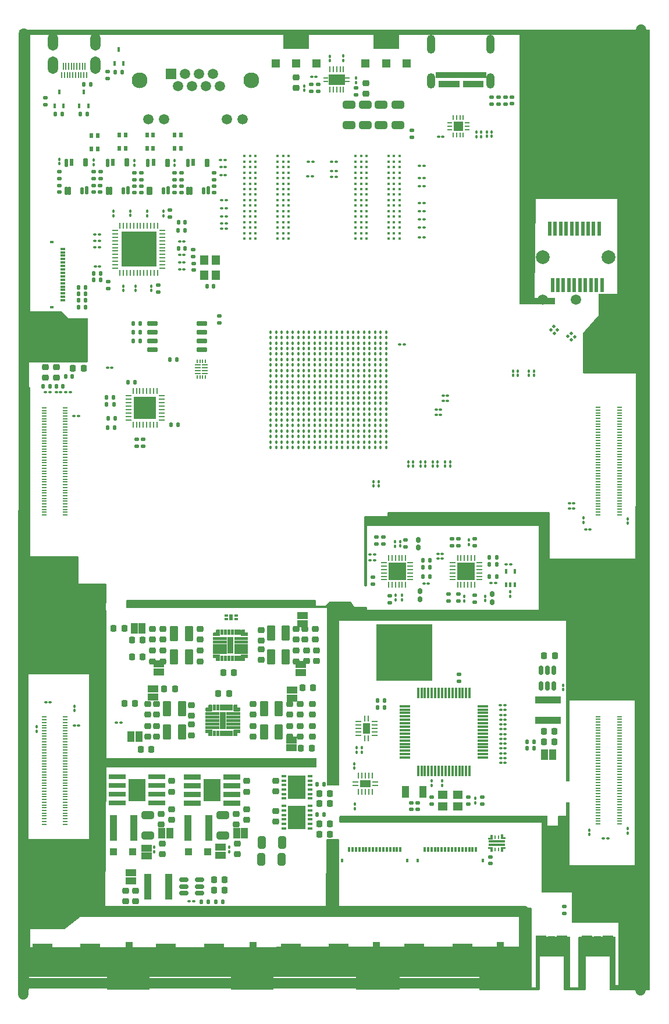
<source format=gbr>
%TF.GenerationSoftware,KiCad,Pcbnew,9.0.6-9.0.6~ubuntu22.04.1*%
%TF.CreationDate,2025-11-19T14:02:56+01:00*%
%TF.ProjectId,TRX055.01.01.PB.00.00,54525830-3535-42e3-9031-2e30312e5042,rev?*%
%TF.SameCoordinates,Original*%
%TF.FileFunction,Soldermask,Top*%
%TF.FilePolarity,Negative*%
%FSLAX46Y46*%
G04 Gerber Fmt 4.6, Leading zero omitted, Abs format (unit mm)*
G04 Created by KiCad (PCBNEW 9.0.6-9.0.6~ubuntu22.04.1) date 2025-11-19 14:02:56*
%MOMM*%
%LPD*%
G01*
G04 APERTURE LIST*
G04 Aperture macros list*
%AMRoundRect*
0 Rectangle with rounded corners*
0 $1 Rounding radius*
0 $2 $3 $4 $5 $6 $7 $8 $9 X,Y pos of 4 corners*
0 Add a 4 corners polygon primitive as box body*
4,1,4,$2,$3,$4,$5,$6,$7,$8,$9,$2,$3,0*
0 Add four circle primitives for the rounded corners*
1,1,$1+$1,$2,$3*
1,1,$1+$1,$4,$5*
1,1,$1+$1,$6,$7*
1,1,$1+$1,$8,$9*
0 Add four rect primitives between the rounded corners*
20,1,$1+$1,$2,$3,$4,$5,0*
20,1,$1+$1,$4,$5,$6,$7,0*
20,1,$1+$1,$6,$7,$8,$9,0*
20,1,$1+$1,$8,$9,$2,$3,0*%
%AMFreePoly0*
4,1,7,1.500000,-0.775000,-1.500000,-0.775000,-1.500000,0.225000,-6.000000,0.225000,-6.000000,0.775000,1.500000,0.775000,1.500000,-0.775000,1.500000,-0.775000,$1*%
%AMFreePoly1*
4,1,8,1.500000,-0.775000,-1.500000,-0.775000,-6.000000,-0.775000,-6.000000,-0.225000,-1.500000,-0.225000,-1.500000,0.775000,1.500000,0.775000,1.500000,-0.775000,1.500000,-0.775000,$1*%
%AMFreePoly2*
4,1,7,0.300000,-0.300000,-0.300000,-0.300000,-0.300000,0.000000,0.050000,0.000000,0.050000,0.300000,0.300000,0.300000,0.300000,-0.300000,0.300000,-0.300000,$1*%
%AMFreePoly3*
4,1,7,0.300000,-0.300000,0.050000,-0.300000,0.050000,0.000000,-0.300000,0.000000,-0.300000,0.300000,0.300000,0.300000,0.300000,-0.300000,0.300000,-0.300000,$1*%
%AMFreePoly4*
4,1,7,0.300000,0.000000,-0.050000,0.000000,-0.050000,-0.300000,-0.300000,-0.300000,-0.300000,0.300000,0.300000,0.300000,0.300000,0.000000,0.300000,0.000000,$1*%
%AMFreePoly5*
4,1,7,-0.050000,0.000000,0.300000,0.000000,0.300000,-0.300000,-0.300000,-0.300000,-0.300000,0.300000,-0.050000,0.300000,-0.050000,0.000000,-0.050000,0.000000,$1*%
G04 Aperture macros list end*
%ADD10C,1.500000*%
%ADD11C,2.000000*%
%ADD12C,0.010000*%
%ADD13C,0.100000*%
%ADD14RoundRect,0.100000X0.130000X0.100000X-0.130000X0.100000X-0.130000X-0.100000X0.130000X-0.100000X0*%
%ADD15R,0.400000X0.650000*%
%ADD16RoundRect,0.100000X0.100000X-0.130000X0.100000X0.130000X-0.100000X0.130000X-0.100000X-0.130000X0*%
%ADD17RoundRect,0.250000X0.650000X-0.325000X0.650000X0.325000X-0.650000X0.325000X-0.650000X-0.325000X0*%
%ADD18RoundRect,0.250000X-0.325000X-0.650000X0.325000X-0.650000X0.325000X0.650000X-0.325000X0.650000X0*%
%ADD19RoundRect,0.218750X0.256250X-0.218750X0.256250X0.218750X-0.256250X0.218750X-0.256250X-0.218750X0*%
%ADD20RoundRect,0.100000X0.018372X0.162980X-0.162240X-0.024048X-0.018372X-0.162980X0.162240X0.024048X0*%
%ADD21RoundRect,0.100000X-0.130000X-0.100000X0.130000X-0.100000X0.130000X0.100000X-0.130000X0.100000X0*%
%ADD22RoundRect,0.225000X-0.225000X-0.250000X0.225000X-0.250000X0.225000X0.250000X-0.225000X0.250000X0*%
%ADD23RoundRect,0.135000X0.185000X-0.135000X0.185000X0.135000X-0.185000X0.135000X-0.185000X-0.135000X0*%
%ADD24RoundRect,0.150000X-0.150000X0.512500X-0.150000X-0.512500X0.150000X-0.512500X0.150000X0.512500X0*%
%ADD25RoundRect,0.135000X-0.185000X0.135000X-0.185000X-0.135000X0.185000X-0.135000X0.185000X0.135000X0*%
%ADD26RoundRect,0.225000X-0.250000X0.225000X-0.250000X-0.225000X0.250000X-0.225000X0.250000X0.225000X0*%
%ADD27RoundRect,0.135000X0.135000X0.185000X-0.135000X0.185000X-0.135000X-0.185000X0.135000X-0.185000X0*%
%ADD28R,0.850000X0.200000*%
%ADD29R,0.200000X0.500000*%
%ADD30RoundRect,0.225000X0.250000X-0.225000X0.250000X0.225000X-0.250000X0.225000X-0.250000X-0.225000X0*%
%ADD31RoundRect,0.100000X-0.100000X0.130000X-0.100000X-0.130000X0.100000X-0.130000X0.100000X0.130000X0*%
%ADD32RoundRect,0.218750X-0.218750X-0.256250X0.218750X-0.256250X0.218750X0.256250X-0.218750X0.256250X0*%
%ADD33RoundRect,0.250000X-0.375000X-0.850000X0.375000X-0.850000X0.375000X0.850000X-0.375000X0.850000X0*%
%ADD34R,1.500000X1.100000*%
%ADD35R,1.500000X1.000000*%
%ADD36R,0.550000X0.300000*%
%ADD37R,0.500000X0.860000*%
%ADD38RoundRect,0.135000X-0.135000X-0.185000X0.135000X-0.185000X0.135000X0.185000X-0.135000X0.185000X0*%
%ADD39R,1.100000X1.500000*%
%ADD40R,1.000000X1.500000*%
%ADD41C,2.000000*%
%ADD42R,0.500000X2.000000*%
%ADD43R,2.000000X2.000000*%
%ADD44C,1.500000*%
%ADD45RoundRect,0.102000X0.135000X-0.480000X0.135000X0.480000X-0.135000X0.480000X-0.135000X-0.480000X0*%
%ADD46RoundRect,0.102000X0.140000X-0.425000X0.140000X0.425000X-0.140000X0.425000X-0.140000X-0.425000X0*%
%ADD47RoundRect,0.102000X0.192500X-0.450000X0.192500X0.450000X-0.192500X0.450000X-0.192500X-0.450000X0*%
%ADD48RoundRect,0.102000X0.250000X-0.475000X0.250000X0.475000X-0.250000X0.475000X-0.250000X-0.475000X0*%
%ADD49RoundRect,0.102000X0.170000X-0.425000X0.170000X0.425000X-0.170000X0.425000X-0.170000X-0.425000X0*%
%ADD50RoundRect,0.102000X0.165000X-0.485000X0.165000X0.485000X-0.165000X0.485000X-0.165000X-0.485000X0*%
%ADD51R,3.700000X1.100000*%
%ADD52R,0.280000X0.850000*%
%ADD53R,0.700000X0.280000*%
%ADD54R,2.400000X1.650000*%
%ADD55RoundRect,0.140000X-0.140000X-0.170000X0.140000X-0.170000X0.140000X0.170000X-0.140000X0.170000X0*%
%ADD56RoundRect,0.062500X0.062500X0.350000X-0.062500X0.350000X-0.062500X-0.350000X0.062500X-0.350000X0*%
%ADD57RoundRect,0.062500X0.350000X0.062500X-0.350000X0.062500X-0.350000X-0.062500X0.350000X-0.062500X0*%
%ADD58R,1.200000X1.300000*%
%ADD59R,3.800000X2.400000*%
%ADD60RoundRect,0.250000X0.375000X0.850000X-0.375000X0.850000X-0.375000X-0.850000X0.375000X-0.850000X0*%
%ADD61RoundRect,0.062500X-0.375000X-0.062500X0.375000X-0.062500X0.375000X0.062500X-0.375000X0.062500X0*%
%ADD62RoundRect,0.062500X-0.062500X-0.375000X0.062500X-0.375000X0.062500X0.375000X-0.062500X0.375000X0*%
%ADD63R,2.500000X2.500000*%
%ADD64R,0.300000X0.800000*%
%ADD65R,0.400000X0.550000*%
%ADD66RoundRect,0.140000X-0.170000X0.140000X-0.170000X-0.140000X0.170000X-0.140000X0.170000X0.140000X0*%
%ADD67RoundRect,0.100000X0.021213X0.162635X-0.162635X-0.021213X-0.021213X-0.162635X0.162635X0.021213X0*%
%ADD68R,0.450000X0.700000*%
%ADD69RoundRect,0.062500X0.375000X0.062500X-0.375000X0.062500X-0.375000X-0.062500X0.375000X-0.062500X0*%
%ADD70RoundRect,0.062500X0.062500X0.375000X-0.062500X0.375000X-0.062500X-0.375000X0.062500X-0.375000X0*%
%ADD71R,3.300000X3.300000*%
%ADD72RoundRect,0.225000X0.225000X0.250000X-0.225000X0.250000X-0.225000X-0.250000X0.225000X-0.250000X0*%
%ADD73R,1.000000X1.000000*%
%ADD74R,1.050000X2.200000*%
%ADD75RoundRect,0.250000X-0.300000X-0.300000X0.300000X-0.300000X0.300000X0.300000X-0.300000X0.300000X0*%
%ADD76RoundRect,0.140000X0.170000X-0.140000X0.170000X0.140000X-0.170000X0.140000X-0.170000X-0.140000X0*%
%ADD77RoundRect,0.052500X-0.297500X0.052500X-0.297500X-0.052500X0.297500X-0.052500X0.297500X0.052500X0*%
%ADD78C,6.300000*%
%ADD79R,0.665000X0.364000*%
%ADD80R,2.500000X3.400000*%
%ADD81RoundRect,0.150000X0.512500X0.150000X-0.512500X0.150000X-0.512500X-0.150000X0.512500X-0.150000X0*%
%ADD82R,0.600000X0.800000*%
%ADD83R,1.100000X2.600000*%
%ADD84FreePoly0,90.000000*%
%ADD85FreePoly1,90.000000*%
%ADD86R,0.800000X0.300000*%
%ADD87R,0.550000X0.400000*%
%ADD88R,1.100000X3.700000*%
%ADD89FreePoly2,270.000000*%
%ADD90R,0.250000X0.600000*%
%ADD91FreePoly3,270.000000*%
%ADD92R,2.400000X0.300000*%
%ADD93FreePoly4,270.000000*%
%ADD94FreePoly5,270.000000*%
%ADD95O,1.188400X2.252400*%
%ADD96O,1.252400X2.752400*%
%ADD97RoundRect,0.062500X-0.062500X0.375000X-0.062500X-0.375000X0.062500X-0.375000X0.062500X0.375000X0*%
%ADD98RoundRect,0.062500X-0.375000X0.062500X-0.375000X-0.062500X0.375000X-0.062500X0.375000X0.062500X0*%
%ADD99R,5.150000X5.150000*%
%ADD100RoundRect,0.160000X-0.160000X0.222500X-0.160000X-0.222500X0.160000X-0.222500X0.160000X0.222500X0*%
%ADD101RoundRect,0.052500X0.297500X-0.052500X0.297500X0.052500X-0.297500X0.052500X-0.297500X-0.052500X0*%
%ADD102R,2.900000X4.000000*%
%ADD103R,3.000000X4.500000*%
%ADD104C,0.457200*%
%ADD105RoundRect,0.218750X0.218750X0.256250X-0.218750X0.256250X-0.218750X-0.256250X0.218750X-0.256250X0*%
%ADD106C,0.400000*%
%ADD107RoundRect,0.062500X0.350000X-0.062500X0.350000X0.062500X-0.350000X0.062500X-0.350000X-0.062500X0*%
%ADD108RoundRect,0.062500X0.062500X-0.350000X0.062500X0.350000X-0.062500X0.350000X-0.062500X-0.350000X0*%
%ADD109RoundRect,0.140000X0.140000X0.170000X-0.140000X0.170000X-0.140000X-0.170000X0.140000X-0.170000X0*%
%ADD110R,1.400000X1.200000*%
%ADD111RoundRect,0.075000X0.075000X-0.700000X0.075000X0.700000X-0.075000X0.700000X-0.075000X-0.700000X0*%
%ADD112RoundRect,0.075000X0.700000X-0.075000X0.700000X0.075000X-0.700000X0.075000X-0.700000X-0.075000X0*%
%ADD113R,0.230000X0.850000*%
%ADD114R,0.230000X1.000000*%
%ADD115O,1.500000X2.550000*%
%ADD116R,1.000000X1.800000*%
%ADD117RoundRect,0.062500X-0.275000X-0.062500X0.275000X-0.062500X0.275000X0.062500X-0.275000X0.062500X0*%
%ADD118RoundRect,0.062500X-0.062500X-0.275000X0.062500X-0.275000X0.062500X0.275000X-0.062500X0.275000X0*%
%ADD119R,1.450000X1.450000*%
%ADD120R,1.500000X1.500000*%
%ADD121C,2.300000*%
%ADD122RoundRect,0.160000X0.160000X-0.222500X0.160000X0.222500X-0.160000X0.222500X-0.160000X-0.222500X0*%
%ADD123R,1.200000X1.400000*%
%ADD124RoundRect,0.150000X-0.650000X-0.150000X0.650000X-0.150000X0.650000X0.150000X-0.650000X0.150000X0*%
G04 APERTURE END LIST*
D10*
X60700000Y-30800000D02*
X60600000Y-170600000D01*
X60800000Y-160300000D02*
X66200000Y-160300000D01*
X133500000Y-169000000D02*
X60800000Y-169000000D01*
X150500000Y-30200000D02*
X150400000Y-170000000D01*
X68600000Y-158500000D02*
X66200000Y-160300000D01*
X68600000Y-158500000D02*
X133500000Y-158500000D01*
D11*
X141500000Y-115700000D02*
X149900000Y-115700000D01*
D10*
X133500000Y-158500000D02*
X133500000Y-169200000D01*
D12*
%TO.C,U34*%
X75395000Y-139210000D02*
X73055000Y-139210000D01*
X73055000Y-138570000D01*
X75395000Y-138570000D01*
X75395000Y-139210000D01*
G36*
X75395000Y-139210000D02*
G01*
X73055000Y-139210000D01*
X73055000Y-138570000D01*
X75395000Y-138570000D01*
X75395000Y-139210000D01*
G37*
X75395000Y-140480000D02*
X73055000Y-140480000D01*
X73055000Y-139840000D01*
X75395000Y-139840000D01*
X75395000Y-140480000D01*
G36*
X75395000Y-140480000D02*
G01*
X73055000Y-140480000D01*
X73055000Y-139840000D01*
X75395000Y-139840000D01*
X75395000Y-140480000D01*
G37*
X75395000Y-141750000D02*
X73055000Y-141750000D01*
X73055000Y-141110000D01*
X75395000Y-141110000D01*
X75395000Y-141750000D01*
G36*
X75395000Y-141750000D02*
G01*
X73055000Y-141750000D01*
X73055000Y-141110000D01*
X75395000Y-141110000D01*
X75395000Y-141750000D01*
G37*
X75395000Y-143020000D02*
X73055000Y-143020000D01*
X73055000Y-142380000D01*
X75395000Y-142380000D01*
X75395000Y-143020000D01*
G36*
X75395000Y-143020000D02*
G01*
X73055000Y-143020000D01*
X73055000Y-142380000D01*
X75395000Y-142380000D01*
X75395000Y-143020000D01*
G37*
X78300000Y-142345000D02*
X75900000Y-142345000D01*
X75900000Y-139245000D01*
X78300000Y-139245000D01*
X78300000Y-142345000D01*
G36*
X78300000Y-142345000D02*
G01*
X75900000Y-142345000D01*
X75900000Y-139245000D01*
X78300000Y-139245000D01*
X78300000Y-142345000D01*
G37*
X81145000Y-139210000D02*
X78805000Y-139210000D01*
X78805000Y-138570000D01*
X81145000Y-138570000D01*
X81145000Y-139210000D01*
G36*
X81145000Y-139210000D02*
G01*
X78805000Y-139210000D01*
X78805000Y-138570000D01*
X81145000Y-138570000D01*
X81145000Y-139210000D01*
G37*
X81145000Y-140480000D02*
X78805000Y-140480000D01*
X78805000Y-139840000D01*
X81145000Y-139840000D01*
X81145000Y-140480000D01*
G36*
X81145000Y-140480000D02*
G01*
X78805000Y-140480000D01*
X78805000Y-139840000D01*
X81145000Y-139840000D01*
X81145000Y-140480000D01*
G37*
X81145000Y-141750000D02*
X78805000Y-141750000D01*
X78805000Y-141110000D01*
X81145000Y-141110000D01*
X81145000Y-141750000D01*
G36*
X81145000Y-141750000D02*
G01*
X78805000Y-141750000D01*
X78805000Y-141110000D01*
X81145000Y-141110000D01*
X81145000Y-141750000D01*
G37*
X81145000Y-143020000D02*
X78805000Y-143020000D01*
X78805000Y-142380000D01*
X81145000Y-142380000D01*
X81145000Y-143020000D01*
G36*
X81145000Y-143020000D02*
G01*
X78805000Y-143020000D01*
X78805000Y-142380000D01*
X81145000Y-142380000D01*
X81145000Y-143020000D01*
G37*
%TO.C,U4*%
X89635000Y-118200000D02*
X89285000Y-118200000D01*
X89285000Y-117500000D01*
X89635000Y-117500000D01*
X89635000Y-118200000D01*
G36*
X89635000Y-118200000D02*
G01*
X89285000Y-118200000D01*
X89285000Y-117500000D01*
X89635000Y-117500000D01*
X89635000Y-118200000D01*
G37*
X89635000Y-122000000D02*
X89285000Y-122000000D01*
X89285000Y-121300000D01*
X89635000Y-121300000D01*
X89635000Y-122000000D01*
G36*
X89635000Y-122000000D02*
G01*
X89285000Y-122000000D01*
X89285000Y-121300000D01*
X89635000Y-121300000D01*
X89635000Y-122000000D01*
G37*
X90130000Y-118925000D02*
X88210000Y-118925000D01*
X88210000Y-118575000D01*
X90130000Y-118575000D01*
X90130000Y-118925000D01*
G36*
X90130000Y-118925000D02*
G01*
X88210000Y-118925000D01*
X88210000Y-118575000D01*
X90130000Y-118575000D01*
X90130000Y-118925000D01*
G37*
X90130000Y-119425000D02*
X88210000Y-119425000D01*
X88210000Y-119075000D01*
X90130000Y-119075000D01*
X90130000Y-119425000D01*
G36*
X90130000Y-119425000D02*
G01*
X88210000Y-119425000D01*
X88210000Y-119075000D01*
X90130000Y-119075000D01*
X90130000Y-119425000D01*
G37*
X90130000Y-119925000D02*
X88210000Y-119925000D01*
X88210000Y-119575000D01*
X90130000Y-119575000D01*
X90130000Y-119925000D01*
G36*
X90130000Y-119925000D02*
G01*
X88210000Y-119925000D01*
X88210000Y-119575000D01*
X90130000Y-119575000D01*
X90130000Y-119925000D01*
G37*
X90130000Y-120425000D02*
X88210000Y-120425000D01*
X88210000Y-120075000D01*
X90130000Y-120075000D01*
X90130000Y-120425000D01*
G36*
X90130000Y-120425000D02*
G01*
X88210000Y-120425000D01*
X88210000Y-120075000D01*
X90130000Y-120075000D01*
X90130000Y-120425000D01*
G37*
X90130000Y-120925000D02*
X88210000Y-120925000D01*
X88210000Y-120575000D01*
X90130000Y-120575000D01*
X90130000Y-120925000D01*
G36*
X90130000Y-120925000D02*
G01*
X88210000Y-120925000D01*
X88210000Y-120575000D01*
X90130000Y-120575000D01*
X90130000Y-120925000D01*
G37*
X90135000Y-118200000D02*
X89785000Y-118200000D01*
X89785000Y-117500000D01*
X90135000Y-117500000D01*
X90135000Y-118200000D01*
G36*
X90135000Y-118200000D02*
G01*
X89785000Y-118200000D01*
X89785000Y-117500000D01*
X90135000Y-117500000D01*
X90135000Y-118200000D01*
G37*
X90135000Y-122000000D02*
X89785000Y-122000000D01*
X89785000Y-121300000D01*
X90135000Y-121300000D01*
X90135000Y-122000000D01*
G36*
X90135000Y-122000000D02*
G01*
X89785000Y-122000000D01*
X89785000Y-121300000D01*
X90135000Y-121300000D01*
X90135000Y-122000000D01*
G37*
X90635000Y-118200000D02*
X90285000Y-118200000D01*
X90285000Y-117500000D01*
X90635000Y-117500000D01*
X90635000Y-118200000D01*
G36*
X90635000Y-118200000D02*
G01*
X90285000Y-118200000D01*
X90285000Y-117500000D01*
X90635000Y-117500000D01*
X90635000Y-118200000D01*
G37*
X90635000Y-122000000D02*
X90285000Y-122000000D01*
X90285000Y-121300000D01*
X90635000Y-121300000D01*
X90635000Y-122000000D01*
G36*
X90635000Y-122000000D02*
G01*
X90285000Y-122000000D01*
X90285000Y-121300000D01*
X90635000Y-121300000D01*
X90635000Y-122000000D01*
G37*
X91090000Y-120920000D02*
X90330000Y-120920000D01*
X90330000Y-118580000D01*
X91090000Y-118580000D01*
X91090000Y-120920000D01*
G36*
X91090000Y-120920000D02*
G01*
X90330000Y-120920000D01*
X90330000Y-118580000D01*
X91090000Y-118580000D01*
X91090000Y-120920000D01*
G37*
X91135000Y-118200000D02*
X90785000Y-118200000D01*
X90785000Y-117500000D01*
X91135000Y-117500000D01*
X91135000Y-118200000D01*
G36*
X91135000Y-118200000D02*
G01*
X90785000Y-118200000D01*
X90785000Y-117500000D01*
X91135000Y-117500000D01*
X91135000Y-118200000D01*
G37*
X91135000Y-122000000D02*
X90785000Y-122000000D01*
X90785000Y-121300000D01*
X91135000Y-121300000D01*
X91135000Y-122000000D01*
G36*
X91135000Y-122000000D02*
G01*
X90785000Y-122000000D01*
X90785000Y-121300000D01*
X91135000Y-121300000D01*
X91135000Y-122000000D01*
G37*
X91635000Y-118200000D02*
X91285000Y-118200000D01*
X91285000Y-117500000D01*
X91635000Y-117500000D01*
X91635000Y-118200000D01*
G36*
X91635000Y-118200000D02*
G01*
X91285000Y-118200000D01*
X91285000Y-117500000D01*
X91635000Y-117500000D01*
X91635000Y-118200000D01*
G37*
X91635000Y-122000000D02*
X91285000Y-122000000D01*
X91285000Y-121300000D01*
X91635000Y-121300000D01*
X91635000Y-122000000D01*
G36*
X91635000Y-122000000D02*
G01*
X91285000Y-122000000D01*
X91285000Y-121300000D01*
X91635000Y-121300000D01*
X91635000Y-122000000D01*
G37*
X92135000Y-118200000D02*
X91785000Y-118200000D01*
X91785000Y-117500000D01*
X92135000Y-117500000D01*
X92135000Y-118200000D01*
G36*
X92135000Y-118200000D02*
G01*
X91785000Y-118200000D01*
X91785000Y-117500000D01*
X92135000Y-117500000D01*
X92135000Y-118200000D01*
G37*
X92135000Y-122000000D02*
X91785000Y-122000000D01*
X91785000Y-121300000D01*
X92135000Y-121300000D01*
X92135000Y-122000000D01*
G36*
X92135000Y-122000000D02*
G01*
X91785000Y-122000000D01*
X91785000Y-121300000D01*
X92135000Y-121300000D01*
X92135000Y-122000000D01*
G37*
X93210000Y-118925000D02*
X91290000Y-118925000D01*
X91290000Y-118575000D01*
X93210000Y-118575000D01*
X93210000Y-118925000D01*
G36*
X93210000Y-118925000D02*
G01*
X91290000Y-118925000D01*
X91290000Y-118575000D01*
X93210000Y-118575000D01*
X93210000Y-118925000D01*
G37*
X93210000Y-119425000D02*
X91290000Y-119425000D01*
X91290000Y-119075000D01*
X93210000Y-119075000D01*
X93210000Y-119425000D01*
G36*
X93210000Y-119425000D02*
G01*
X91290000Y-119425000D01*
X91290000Y-119075000D01*
X93210000Y-119075000D01*
X93210000Y-119425000D01*
G37*
X93210000Y-119925000D02*
X91290000Y-119925000D01*
X91290000Y-119575000D01*
X93210000Y-119575000D01*
X93210000Y-119925000D01*
G36*
X93210000Y-119925000D02*
G01*
X91290000Y-119925000D01*
X91290000Y-119575000D01*
X93210000Y-119575000D01*
X93210000Y-119925000D01*
G37*
X93210000Y-120425000D02*
X91290000Y-120425000D01*
X91290000Y-120075000D01*
X93210000Y-120075000D01*
X93210000Y-120425000D01*
G36*
X93210000Y-120425000D02*
G01*
X91290000Y-120425000D01*
X91290000Y-120075000D01*
X93210000Y-120075000D01*
X93210000Y-120425000D01*
G37*
X93210000Y-120925000D02*
X91290000Y-120925000D01*
X91290000Y-120575000D01*
X93210000Y-120575000D01*
X93210000Y-120925000D01*
G36*
X93210000Y-120925000D02*
G01*
X91290000Y-120925000D01*
X91290000Y-120575000D01*
X93210000Y-120575000D01*
X93210000Y-120925000D01*
G37*
X89045000Y-117501000D02*
X89051000Y-117501000D01*
X89056000Y-117502000D01*
X89061000Y-117503000D01*
X89066000Y-117505000D01*
X89071000Y-117507000D01*
X89076000Y-117509000D01*
X89080000Y-117511000D01*
X89085000Y-117513000D01*
X89089000Y-117516000D01*
X89094000Y-117519000D01*
X89098000Y-117522000D01*
X89102000Y-117526000D01*
X89106000Y-117529000D01*
X89109000Y-117533000D01*
X89113000Y-117537000D01*
X89116000Y-117541000D01*
X89119000Y-117546000D01*
X89122000Y-117550000D01*
X89124000Y-117555000D01*
X89126000Y-117559000D01*
X89128000Y-117564000D01*
X89130000Y-117569000D01*
X89132000Y-117574000D01*
X89133000Y-117579000D01*
X89134000Y-117584000D01*
X89134000Y-117590000D01*
X89135000Y-117595000D01*
X89135000Y-117600000D01*
X89135000Y-118275000D01*
X89135000Y-118280000D01*
X89134000Y-118285000D01*
X89134000Y-118291000D01*
X89133000Y-118296000D01*
X89132000Y-118301000D01*
X89130000Y-118306000D01*
X89128000Y-118311000D01*
X89126000Y-118316000D01*
X89124000Y-118320000D01*
X89122000Y-118325000D01*
X89119000Y-118329000D01*
X89116000Y-118334000D01*
X89113000Y-118338000D01*
X89109000Y-118342000D01*
X89106000Y-118346000D01*
X89102000Y-118349000D01*
X89098000Y-118353000D01*
X89094000Y-118356000D01*
X89089000Y-118359000D01*
X89085000Y-118362000D01*
X89080000Y-118364000D01*
X89076000Y-118366000D01*
X89071000Y-118368000D01*
X89066000Y-118370000D01*
X89061000Y-118372000D01*
X89056000Y-118373000D01*
X89051000Y-118374000D01*
X89045000Y-118374000D01*
X89040000Y-118375000D01*
X89035000Y-118375000D01*
X88310000Y-118375000D01*
X88305000Y-118375000D01*
X88300000Y-118374000D01*
X88294000Y-118374000D01*
X88289000Y-118373000D01*
X88284000Y-118372000D01*
X88279000Y-118370000D01*
X88274000Y-118368000D01*
X88269000Y-118366000D01*
X88265000Y-118364000D01*
X88260000Y-118362000D01*
X88256000Y-118359000D01*
X88251000Y-118356000D01*
X88247000Y-118353000D01*
X88243000Y-118349000D01*
X88239000Y-118346000D01*
X88236000Y-118342000D01*
X88232000Y-118338000D01*
X88229000Y-118334000D01*
X88226000Y-118329000D01*
X88223000Y-118325000D01*
X88221000Y-118320000D01*
X88219000Y-118316000D01*
X88217000Y-118311000D01*
X88215000Y-118306000D01*
X88213000Y-118301000D01*
X88212000Y-118296000D01*
X88211000Y-118291000D01*
X88211000Y-118285000D01*
X88210000Y-118280000D01*
X88210000Y-118275000D01*
X88210000Y-118025000D01*
X88210000Y-118020000D01*
X88211000Y-118015000D01*
X88211000Y-118009000D01*
X88212000Y-118004000D01*
X88213000Y-117999000D01*
X88215000Y-117994000D01*
X88217000Y-117989000D01*
X88219000Y-117984000D01*
X88221000Y-117980000D01*
X88223000Y-117975000D01*
X88226000Y-117971000D01*
X88229000Y-117966000D01*
X88232000Y-117962000D01*
X88236000Y-117958000D01*
X88239000Y-117954000D01*
X88243000Y-117951000D01*
X88247000Y-117947000D01*
X88251000Y-117944000D01*
X88256000Y-117941000D01*
X88260000Y-117938000D01*
X88265000Y-117936000D01*
X88269000Y-117934000D01*
X88274000Y-117932000D01*
X88279000Y-117930000D01*
X88284000Y-117928000D01*
X88289000Y-117927000D01*
X88294000Y-117926000D01*
X88300000Y-117926000D01*
X88305000Y-117925000D01*
X88310000Y-117925000D01*
X88635000Y-117925000D01*
X88635000Y-117600000D01*
X88635000Y-117595000D01*
X88636000Y-117590000D01*
X88636000Y-117584000D01*
X88637000Y-117579000D01*
X88638000Y-117574000D01*
X88640000Y-117569000D01*
X88642000Y-117564000D01*
X88644000Y-117559000D01*
X88646000Y-117555000D01*
X88648000Y-117550000D01*
X88651000Y-117546000D01*
X88654000Y-117541000D01*
X88657000Y-117537000D01*
X88661000Y-117533000D01*
X88664000Y-117529000D01*
X88668000Y-117526000D01*
X88672000Y-117522000D01*
X88676000Y-117519000D01*
X88681000Y-117516000D01*
X88685000Y-117513000D01*
X88690000Y-117511000D01*
X88694000Y-117509000D01*
X88699000Y-117507000D01*
X88704000Y-117505000D01*
X88709000Y-117503000D01*
X88714000Y-117502000D01*
X88719000Y-117501000D01*
X88725000Y-117501000D01*
X88730000Y-117500000D01*
X88735000Y-117500000D01*
X89035000Y-117500000D01*
X89040000Y-117500000D01*
X89045000Y-117501000D01*
G36*
X89045000Y-117501000D02*
G01*
X89051000Y-117501000D01*
X89056000Y-117502000D01*
X89061000Y-117503000D01*
X89066000Y-117505000D01*
X89071000Y-117507000D01*
X89076000Y-117509000D01*
X89080000Y-117511000D01*
X89085000Y-117513000D01*
X89089000Y-117516000D01*
X89094000Y-117519000D01*
X89098000Y-117522000D01*
X89102000Y-117526000D01*
X89106000Y-117529000D01*
X89109000Y-117533000D01*
X89113000Y-117537000D01*
X89116000Y-117541000D01*
X89119000Y-117546000D01*
X89122000Y-117550000D01*
X89124000Y-117555000D01*
X89126000Y-117559000D01*
X89128000Y-117564000D01*
X89130000Y-117569000D01*
X89132000Y-117574000D01*
X89133000Y-117579000D01*
X89134000Y-117584000D01*
X89134000Y-117590000D01*
X89135000Y-117595000D01*
X89135000Y-117600000D01*
X89135000Y-118275000D01*
X89135000Y-118280000D01*
X89134000Y-118285000D01*
X89134000Y-118291000D01*
X89133000Y-118296000D01*
X89132000Y-118301000D01*
X89130000Y-118306000D01*
X89128000Y-118311000D01*
X89126000Y-118316000D01*
X89124000Y-118320000D01*
X89122000Y-118325000D01*
X89119000Y-118329000D01*
X89116000Y-118334000D01*
X89113000Y-118338000D01*
X89109000Y-118342000D01*
X89106000Y-118346000D01*
X89102000Y-118349000D01*
X89098000Y-118353000D01*
X89094000Y-118356000D01*
X89089000Y-118359000D01*
X89085000Y-118362000D01*
X89080000Y-118364000D01*
X89076000Y-118366000D01*
X89071000Y-118368000D01*
X89066000Y-118370000D01*
X89061000Y-118372000D01*
X89056000Y-118373000D01*
X89051000Y-118374000D01*
X89045000Y-118374000D01*
X89040000Y-118375000D01*
X89035000Y-118375000D01*
X88310000Y-118375000D01*
X88305000Y-118375000D01*
X88300000Y-118374000D01*
X88294000Y-118374000D01*
X88289000Y-118373000D01*
X88284000Y-118372000D01*
X88279000Y-118370000D01*
X88274000Y-118368000D01*
X88269000Y-118366000D01*
X88265000Y-118364000D01*
X88260000Y-118362000D01*
X88256000Y-118359000D01*
X88251000Y-118356000D01*
X88247000Y-118353000D01*
X88243000Y-118349000D01*
X88239000Y-118346000D01*
X88236000Y-118342000D01*
X88232000Y-118338000D01*
X88229000Y-118334000D01*
X88226000Y-118329000D01*
X88223000Y-118325000D01*
X88221000Y-118320000D01*
X88219000Y-118316000D01*
X88217000Y-118311000D01*
X88215000Y-118306000D01*
X88213000Y-118301000D01*
X88212000Y-118296000D01*
X88211000Y-118291000D01*
X88211000Y-118285000D01*
X88210000Y-118280000D01*
X88210000Y-118275000D01*
X88210000Y-118025000D01*
X88210000Y-118020000D01*
X88211000Y-118015000D01*
X88211000Y-118009000D01*
X88212000Y-118004000D01*
X88213000Y-117999000D01*
X88215000Y-117994000D01*
X88217000Y-117989000D01*
X88219000Y-117984000D01*
X88221000Y-117980000D01*
X88223000Y-117975000D01*
X88226000Y-117971000D01*
X88229000Y-117966000D01*
X88232000Y-117962000D01*
X88236000Y-117958000D01*
X88239000Y-117954000D01*
X88243000Y-117951000D01*
X88247000Y-117947000D01*
X88251000Y-117944000D01*
X88256000Y-117941000D01*
X88260000Y-117938000D01*
X88265000Y-117936000D01*
X88269000Y-117934000D01*
X88274000Y-117932000D01*
X88279000Y-117930000D01*
X88284000Y-117928000D01*
X88289000Y-117927000D01*
X88294000Y-117926000D01*
X88300000Y-117926000D01*
X88305000Y-117925000D01*
X88310000Y-117925000D01*
X88635000Y-117925000D01*
X88635000Y-117600000D01*
X88635000Y-117595000D01*
X88636000Y-117590000D01*
X88636000Y-117584000D01*
X88637000Y-117579000D01*
X88638000Y-117574000D01*
X88640000Y-117569000D01*
X88642000Y-117564000D01*
X88644000Y-117559000D01*
X88646000Y-117555000D01*
X88648000Y-117550000D01*
X88651000Y-117546000D01*
X88654000Y-117541000D01*
X88657000Y-117537000D01*
X88661000Y-117533000D01*
X88664000Y-117529000D01*
X88668000Y-117526000D01*
X88672000Y-117522000D01*
X88676000Y-117519000D01*
X88681000Y-117516000D01*
X88685000Y-117513000D01*
X88690000Y-117511000D01*
X88694000Y-117509000D01*
X88699000Y-117507000D01*
X88704000Y-117505000D01*
X88709000Y-117503000D01*
X88714000Y-117502000D01*
X88719000Y-117501000D01*
X88725000Y-117501000D01*
X88730000Y-117500000D01*
X88735000Y-117500000D01*
X89035000Y-117500000D01*
X89040000Y-117500000D01*
X89045000Y-117501000D01*
G37*
X89045000Y-121126000D02*
X89051000Y-121126000D01*
X89056000Y-121127000D01*
X89061000Y-121128000D01*
X89066000Y-121130000D01*
X89071000Y-121132000D01*
X89076000Y-121134000D01*
X89080000Y-121136000D01*
X89085000Y-121138000D01*
X89089000Y-121141000D01*
X89094000Y-121144000D01*
X89098000Y-121147000D01*
X89102000Y-121151000D01*
X89106000Y-121154000D01*
X89109000Y-121158000D01*
X89113000Y-121162000D01*
X89116000Y-121166000D01*
X89119000Y-121171000D01*
X89122000Y-121175000D01*
X89124000Y-121180000D01*
X89126000Y-121184000D01*
X89128000Y-121189000D01*
X89130000Y-121194000D01*
X89132000Y-121199000D01*
X89133000Y-121204000D01*
X89134000Y-121209000D01*
X89134000Y-121215000D01*
X89135000Y-121220000D01*
X89135000Y-121225000D01*
X89135000Y-121900000D01*
X89135000Y-121905000D01*
X89134000Y-121910000D01*
X89134000Y-121916000D01*
X89133000Y-121921000D01*
X89132000Y-121926000D01*
X89130000Y-121931000D01*
X89128000Y-121936000D01*
X89126000Y-121941000D01*
X89124000Y-121945000D01*
X89122000Y-121950000D01*
X89119000Y-121954000D01*
X89116000Y-121959000D01*
X89113000Y-121963000D01*
X89109000Y-121967000D01*
X89106000Y-121971000D01*
X89102000Y-121974000D01*
X89098000Y-121978000D01*
X89094000Y-121981000D01*
X89089000Y-121984000D01*
X89085000Y-121987000D01*
X89080000Y-121989000D01*
X89076000Y-121991000D01*
X89071000Y-121993000D01*
X89066000Y-121995000D01*
X89061000Y-121997000D01*
X89056000Y-121998000D01*
X89051000Y-121999000D01*
X89045000Y-121999000D01*
X89040000Y-122000000D01*
X89035000Y-122000000D01*
X88735000Y-122000000D01*
X88730000Y-122000000D01*
X88725000Y-121999000D01*
X88719000Y-121999000D01*
X88714000Y-121998000D01*
X88709000Y-121997000D01*
X88704000Y-121995000D01*
X88699000Y-121993000D01*
X88694000Y-121991000D01*
X88690000Y-121989000D01*
X88685000Y-121987000D01*
X88681000Y-121984000D01*
X88676000Y-121981000D01*
X88672000Y-121978000D01*
X88668000Y-121974000D01*
X88664000Y-121971000D01*
X88661000Y-121967000D01*
X88657000Y-121963000D01*
X88654000Y-121959000D01*
X88651000Y-121954000D01*
X88648000Y-121950000D01*
X88646000Y-121945000D01*
X88644000Y-121941000D01*
X88642000Y-121936000D01*
X88640000Y-121931000D01*
X88638000Y-121926000D01*
X88637000Y-121921000D01*
X88636000Y-121916000D01*
X88636000Y-121910000D01*
X88635000Y-121905000D01*
X88635000Y-121900000D01*
X88635000Y-121575000D01*
X88310000Y-121575000D01*
X88305000Y-121575000D01*
X88300000Y-121574000D01*
X88294000Y-121574000D01*
X88289000Y-121573000D01*
X88284000Y-121572000D01*
X88279000Y-121570000D01*
X88274000Y-121568000D01*
X88269000Y-121566000D01*
X88265000Y-121564000D01*
X88260000Y-121562000D01*
X88256000Y-121559000D01*
X88251000Y-121556000D01*
X88247000Y-121553000D01*
X88243000Y-121549000D01*
X88239000Y-121546000D01*
X88236000Y-121542000D01*
X88232000Y-121538000D01*
X88229000Y-121534000D01*
X88226000Y-121529000D01*
X88223000Y-121525000D01*
X88221000Y-121520000D01*
X88219000Y-121516000D01*
X88217000Y-121511000D01*
X88215000Y-121506000D01*
X88213000Y-121501000D01*
X88212000Y-121496000D01*
X88211000Y-121491000D01*
X88211000Y-121485000D01*
X88210000Y-121480000D01*
X88210000Y-121475000D01*
X88210000Y-121225000D01*
X88210000Y-121220000D01*
X88211000Y-121215000D01*
X88211000Y-121209000D01*
X88212000Y-121204000D01*
X88213000Y-121199000D01*
X88215000Y-121194000D01*
X88217000Y-121189000D01*
X88219000Y-121184000D01*
X88221000Y-121180000D01*
X88223000Y-121175000D01*
X88226000Y-121171000D01*
X88229000Y-121166000D01*
X88232000Y-121162000D01*
X88236000Y-121158000D01*
X88239000Y-121154000D01*
X88243000Y-121151000D01*
X88247000Y-121147000D01*
X88251000Y-121144000D01*
X88256000Y-121141000D01*
X88260000Y-121138000D01*
X88265000Y-121136000D01*
X88269000Y-121134000D01*
X88274000Y-121132000D01*
X88279000Y-121130000D01*
X88284000Y-121128000D01*
X88289000Y-121127000D01*
X88294000Y-121126000D01*
X88300000Y-121126000D01*
X88305000Y-121125000D01*
X88310000Y-121125000D01*
X89035000Y-121125000D01*
X89040000Y-121125000D01*
X89045000Y-121126000D01*
G36*
X89045000Y-121126000D02*
G01*
X89051000Y-121126000D01*
X89056000Y-121127000D01*
X89061000Y-121128000D01*
X89066000Y-121130000D01*
X89071000Y-121132000D01*
X89076000Y-121134000D01*
X89080000Y-121136000D01*
X89085000Y-121138000D01*
X89089000Y-121141000D01*
X89094000Y-121144000D01*
X89098000Y-121147000D01*
X89102000Y-121151000D01*
X89106000Y-121154000D01*
X89109000Y-121158000D01*
X89113000Y-121162000D01*
X89116000Y-121166000D01*
X89119000Y-121171000D01*
X89122000Y-121175000D01*
X89124000Y-121180000D01*
X89126000Y-121184000D01*
X89128000Y-121189000D01*
X89130000Y-121194000D01*
X89132000Y-121199000D01*
X89133000Y-121204000D01*
X89134000Y-121209000D01*
X89134000Y-121215000D01*
X89135000Y-121220000D01*
X89135000Y-121225000D01*
X89135000Y-121900000D01*
X89135000Y-121905000D01*
X89134000Y-121910000D01*
X89134000Y-121916000D01*
X89133000Y-121921000D01*
X89132000Y-121926000D01*
X89130000Y-121931000D01*
X89128000Y-121936000D01*
X89126000Y-121941000D01*
X89124000Y-121945000D01*
X89122000Y-121950000D01*
X89119000Y-121954000D01*
X89116000Y-121959000D01*
X89113000Y-121963000D01*
X89109000Y-121967000D01*
X89106000Y-121971000D01*
X89102000Y-121974000D01*
X89098000Y-121978000D01*
X89094000Y-121981000D01*
X89089000Y-121984000D01*
X89085000Y-121987000D01*
X89080000Y-121989000D01*
X89076000Y-121991000D01*
X89071000Y-121993000D01*
X89066000Y-121995000D01*
X89061000Y-121997000D01*
X89056000Y-121998000D01*
X89051000Y-121999000D01*
X89045000Y-121999000D01*
X89040000Y-122000000D01*
X89035000Y-122000000D01*
X88735000Y-122000000D01*
X88730000Y-122000000D01*
X88725000Y-121999000D01*
X88719000Y-121999000D01*
X88714000Y-121998000D01*
X88709000Y-121997000D01*
X88704000Y-121995000D01*
X88699000Y-121993000D01*
X88694000Y-121991000D01*
X88690000Y-121989000D01*
X88685000Y-121987000D01*
X88681000Y-121984000D01*
X88676000Y-121981000D01*
X88672000Y-121978000D01*
X88668000Y-121974000D01*
X88664000Y-121971000D01*
X88661000Y-121967000D01*
X88657000Y-121963000D01*
X88654000Y-121959000D01*
X88651000Y-121954000D01*
X88648000Y-121950000D01*
X88646000Y-121945000D01*
X88644000Y-121941000D01*
X88642000Y-121936000D01*
X88640000Y-121931000D01*
X88638000Y-121926000D01*
X88637000Y-121921000D01*
X88636000Y-121916000D01*
X88636000Y-121910000D01*
X88635000Y-121905000D01*
X88635000Y-121900000D01*
X88635000Y-121575000D01*
X88310000Y-121575000D01*
X88305000Y-121575000D01*
X88300000Y-121574000D01*
X88294000Y-121574000D01*
X88289000Y-121573000D01*
X88284000Y-121572000D01*
X88279000Y-121570000D01*
X88274000Y-121568000D01*
X88269000Y-121566000D01*
X88265000Y-121564000D01*
X88260000Y-121562000D01*
X88256000Y-121559000D01*
X88251000Y-121556000D01*
X88247000Y-121553000D01*
X88243000Y-121549000D01*
X88239000Y-121546000D01*
X88236000Y-121542000D01*
X88232000Y-121538000D01*
X88229000Y-121534000D01*
X88226000Y-121529000D01*
X88223000Y-121525000D01*
X88221000Y-121520000D01*
X88219000Y-121516000D01*
X88217000Y-121511000D01*
X88215000Y-121506000D01*
X88213000Y-121501000D01*
X88212000Y-121496000D01*
X88211000Y-121491000D01*
X88211000Y-121485000D01*
X88210000Y-121480000D01*
X88210000Y-121475000D01*
X88210000Y-121225000D01*
X88210000Y-121220000D01*
X88211000Y-121215000D01*
X88211000Y-121209000D01*
X88212000Y-121204000D01*
X88213000Y-121199000D01*
X88215000Y-121194000D01*
X88217000Y-121189000D01*
X88219000Y-121184000D01*
X88221000Y-121180000D01*
X88223000Y-121175000D01*
X88226000Y-121171000D01*
X88229000Y-121166000D01*
X88232000Y-121162000D01*
X88236000Y-121158000D01*
X88239000Y-121154000D01*
X88243000Y-121151000D01*
X88247000Y-121147000D01*
X88251000Y-121144000D01*
X88256000Y-121141000D01*
X88260000Y-121138000D01*
X88265000Y-121136000D01*
X88269000Y-121134000D01*
X88274000Y-121132000D01*
X88279000Y-121130000D01*
X88284000Y-121128000D01*
X88289000Y-121127000D01*
X88294000Y-121126000D01*
X88300000Y-121126000D01*
X88305000Y-121125000D01*
X88310000Y-121125000D01*
X89035000Y-121125000D01*
X89040000Y-121125000D01*
X89045000Y-121126000D01*
G37*
X92695000Y-117501000D02*
X92701000Y-117501000D01*
X92706000Y-117502000D01*
X92711000Y-117503000D01*
X92716000Y-117505000D01*
X92721000Y-117507000D01*
X92726000Y-117509000D01*
X92730000Y-117511000D01*
X92735000Y-117513000D01*
X92739000Y-117516000D01*
X92744000Y-117519000D01*
X92748000Y-117522000D01*
X92752000Y-117526000D01*
X92756000Y-117529000D01*
X92759000Y-117533000D01*
X92763000Y-117537000D01*
X92766000Y-117541000D01*
X92769000Y-117546000D01*
X92772000Y-117550000D01*
X92774000Y-117555000D01*
X92776000Y-117559000D01*
X92778000Y-117564000D01*
X92780000Y-117569000D01*
X92782000Y-117574000D01*
X92783000Y-117579000D01*
X92784000Y-117584000D01*
X92784000Y-117590000D01*
X92785000Y-117595000D01*
X92785000Y-117600000D01*
X92785000Y-117925000D01*
X93110000Y-117925000D01*
X93115000Y-117925000D01*
X93120000Y-117926000D01*
X93126000Y-117926000D01*
X93131000Y-117927000D01*
X93136000Y-117928000D01*
X93141000Y-117930000D01*
X93146000Y-117932000D01*
X93151000Y-117934000D01*
X93155000Y-117936000D01*
X93160000Y-117938000D01*
X93164000Y-117941000D01*
X93169000Y-117944000D01*
X93173000Y-117947000D01*
X93177000Y-117951000D01*
X93181000Y-117954000D01*
X93184000Y-117958000D01*
X93188000Y-117962000D01*
X93191000Y-117966000D01*
X93194000Y-117971000D01*
X93197000Y-117975000D01*
X93199000Y-117980000D01*
X93201000Y-117984000D01*
X93203000Y-117989000D01*
X93205000Y-117994000D01*
X93207000Y-117999000D01*
X93208000Y-118004000D01*
X93209000Y-118009000D01*
X93209000Y-118015000D01*
X93210000Y-118020000D01*
X93210000Y-118025000D01*
X93210000Y-118275000D01*
X93210000Y-118280000D01*
X93209000Y-118285000D01*
X93209000Y-118291000D01*
X93208000Y-118296000D01*
X93207000Y-118301000D01*
X93205000Y-118306000D01*
X93203000Y-118311000D01*
X93201000Y-118316000D01*
X93199000Y-118320000D01*
X93197000Y-118325000D01*
X93194000Y-118329000D01*
X93191000Y-118334000D01*
X93188000Y-118338000D01*
X93184000Y-118342000D01*
X93181000Y-118346000D01*
X93177000Y-118349000D01*
X93173000Y-118353000D01*
X93169000Y-118356000D01*
X93164000Y-118359000D01*
X93160000Y-118362000D01*
X93155000Y-118364000D01*
X93151000Y-118366000D01*
X93146000Y-118368000D01*
X93141000Y-118370000D01*
X93136000Y-118372000D01*
X93131000Y-118373000D01*
X93126000Y-118374000D01*
X93120000Y-118374000D01*
X93115000Y-118375000D01*
X93110000Y-118375000D01*
X92385000Y-118375000D01*
X92380000Y-118375000D01*
X92375000Y-118374000D01*
X92369000Y-118374000D01*
X92364000Y-118373000D01*
X92359000Y-118372000D01*
X92354000Y-118370000D01*
X92349000Y-118368000D01*
X92344000Y-118366000D01*
X92340000Y-118364000D01*
X92335000Y-118362000D01*
X92331000Y-118359000D01*
X92326000Y-118356000D01*
X92322000Y-118353000D01*
X92318000Y-118349000D01*
X92314000Y-118346000D01*
X92311000Y-118342000D01*
X92307000Y-118338000D01*
X92304000Y-118334000D01*
X92301000Y-118329000D01*
X92298000Y-118325000D01*
X92296000Y-118320000D01*
X92294000Y-118316000D01*
X92292000Y-118311000D01*
X92290000Y-118306000D01*
X92288000Y-118301000D01*
X92287000Y-118296000D01*
X92286000Y-118291000D01*
X92286000Y-118285000D01*
X92285000Y-118280000D01*
X92285000Y-118275000D01*
X92285000Y-117600000D01*
X92285000Y-117595000D01*
X92286000Y-117590000D01*
X92286000Y-117584000D01*
X92287000Y-117579000D01*
X92288000Y-117574000D01*
X92290000Y-117569000D01*
X92292000Y-117564000D01*
X92294000Y-117559000D01*
X92296000Y-117555000D01*
X92298000Y-117550000D01*
X92301000Y-117546000D01*
X92304000Y-117541000D01*
X92307000Y-117537000D01*
X92311000Y-117533000D01*
X92314000Y-117529000D01*
X92318000Y-117526000D01*
X92322000Y-117522000D01*
X92326000Y-117519000D01*
X92331000Y-117516000D01*
X92335000Y-117513000D01*
X92340000Y-117511000D01*
X92344000Y-117509000D01*
X92349000Y-117507000D01*
X92354000Y-117505000D01*
X92359000Y-117503000D01*
X92364000Y-117502000D01*
X92369000Y-117501000D01*
X92375000Y-117501000D01*
X92380000Y-117500000D01*
X92385000Y-117500000D01*
X92685000Y-117500000D01*
X92690000Y-117500000D01*
X92695000Y-117501000D01*
G36*
X92695000Y-117501000D02*
G01*
X92701000Y-117501000D01*
X92706000Y-117502000D01*
X92711000Y-117503000D01*
X92716000Y-117505000D01*
X92721000Y-117507000D01*
X92726000Y-117509000D01*
X92730000Y-117511000D01*
X92735000Y-117513000D01*
X92739000Y-117516000D01*
X92744000Y-117519000D01*
X92748000Y-117522000D01*
X92752000Y-117526000D01*
X92756000Y-117529000D01*
X92759000Y-117533000D01*
X92763000Y-117537000D01*
X92766000Y-117541000D01*
X92769000Y-117546000D01*
X92772000Y-117550000D01*
X92774000Y-117555000D01*
X92776000Y-117559000D01*
X92778000Y-117564000D01*
X92780000Y-117569000D01*
X92782000Y-117574000D01*
X92783000Y-117579000D01*
X92784000Y-117584000D01*
X92784000Y-117590000D01*
X92785000Y-117595000D01*
X92785000Y-117600000D01*
X92785000Y-117925000D01*
X93110000Y-117925000D01*
X93115000Y-117925000D01*
X93120000Y-117926000D01*
X93126000Y-117926000D01*
X93131000Y-117927000D01*
X93136000Y-117928000D01*
X93141000Y-117930000D01*
X93146000Y-117932000D01*
X93151000Y-117934000D01*
X93155000Y-117936000D01*
X93160000Y-117938000D01*
X93164000Y-117941000D01*
X93169000Y-117944000D01*
X93173000Y-117947000D01*
X93177000Y-117951000D01*
X93181000Y-117954000D01*
X93184000Y-117958000D01*
X93188000Y-117962000D01*
X93191000Y-117966000D01*
X93194000Y-117971000D01*
X93197000Y-117975000D01*
X93199000Y-117980000D01*
X93201000Y-117984000D01*
X93203000Y-117989000D01*
X93205000Y-117994000D01*
X93207000Y-117999000D01*
X93208000Y-118004000D01*
X93209000Y-118009000D01*
X93209000Y-118015000D01*
X93210000Y-118020000D01*
X93210000Y-118025000D01*
X93210000Y-118275000D01*
X93210000Y-118280000D01*
X93209000Y-118285000D01*
X93209000Y-118291000D01*
X93208000Y-118296000D01*
X93207000Y-118301000D01*
X93205000Y-118306000D01*
X93203000Y-118311000D01*
X93201000Y-118316000D01*
X93199000Y-118320000D01*
X93197000Y-118325000D01*
X93194000Y-118329000D01*
X93191000Y-118334000D01*
X93188000Y-118338000D01*
X93184000Y-118342000D01*
X93181000Y-118346000D01*
X93177000Y-118349000D01*
X93173000Y-118353000D01*
X93169000Y-118356000D01*
X93164000Y-118359000D01*
X93160000Y-118362000D01*
X93155000Y-118364000D01*
X93151000Y-118366000D01*
X93146000Y-118368000D01*
X93141000Y-118370000D01*
X93136000Y-118372000D01*
X93131000Y-118373000D01*
X93126000Y-118374000D01*
X93120000Y-118374000D01*
X93115000Y-118375000D01*
X93110000Y-118375000D01*
X92385000Y-118375000D01*
X92380000Y-118375000D01*
X92375000Y-118374000D01*
X92369000Y-118374000D01*
X92364000Y-118373000D01*
X92359000Y-118372000D01*
X92354000Y-118370000D01*
X92349000Y-118368000D01*
X92344000Y-118366000D01*
X92340000Y-118364000D01*
X92335000Y-118362000D01*
X92331000Y-118359000D01*
X92326000Y-118356000D01*
X92322000Y-118353000D01*
X92318000Y-118349000D01*
X92314000Y-118346000D01*
X92311000Y-118342000D01*
X92307000Y-118338000D01*
X92304000Y-118334000D01*
X92301000Y-118329000D01*
X92298000Y-118325000D01*
X92296000Y-118320000D01*
X92294000Y-118316000D01*
X92292000Y-118311000D01*
X92290000Y-118306000D01*
X92288000Y-118301000D01*
X92287000Y-118296000D01*
X92286000Y-118291000D01*
X92286000Y-118285000D01*
X92285000Y-118280000D01*
X92285000Y-118275000D01*
X92285000Y-117600000D01*
X92285000Y-117595000D01*
X92286000Y-117590000D01*
X92286000Y-117584000D01*
X92287000Y-117579000D01*
X92288000Y-117574000D01*
X92290000Y-117569000D01*
X92292000Y-117564000D01*
X92294000Y-117559000D01*
X92296000Y-117555000D01*
X92298000Y-117550000D01*
X92301000Y-117546000D01*
X92304000Y-117541000D01*
X92307000Y-117537000D01*
X92311000Y-117533000D01*
X92314000Y-117529000D01*
X92318000Y-117526000D01*
X92322000Y-117522000D01*
X92326000Y-117519000D01*
X92331000Y-117516000D01*
X92335000Y-117513000D01*
X92340000Y-117511000D01*
X92344000Y-117509000D01*
X92349000Y-117507000D01*
X92354000Y-117505000D01*
X92359000Y-117503000D01*
X92364000Y-117502000D01*
X92369000Y-117501000D01*
X92375000Y-117501000D01*
X92380000Y-117500000D01*
X92385000Y-117500000D01*
X92685000Y-117500000D01*
X92690000Y-117500000D01*
X92695000Y-117501000D01*
G37*
X93120000Y-121126000D02*
X93126000Y-121126000D01*
X93131000Y-121127000D01*
X93136000Y-121128000D01*
X93141000Y-121130000D01*
X93146000Y-121132000D01*
X93151000Y-121134000D01*
X93155000Y-121136000D01*
X93160000Y-121138000D01*
X93164000Y-121141000D01*
X93169000Y-121144000D01*
X93173000Y-121147000D01*
X93177000Y-121151000D01*
X93181000Y-121154000D01*
X93184000Y-121158000D01*
X93188000Y-121162000D01*
X93191000Y-121166000D01*
X93194000Y-121171000D01*
X93197000Y-121175000D01*
X93199000Y-121180000D01*
X93201000Y-121184000D01*
X93203000Y-121189000D01*
X93205000Y-121194000D01*
X93207000Y-121199000D01*
X93208000Y-121204000D01*
X93209000Y-121209000D01*
X93209000Y-121215000D01*
X93210000Y-121220000D01*
X93210000Y-121225000D01*
X93210000Y-121475000D01*
X93210000Y-121480000D01*
X93209000Y-121485000D01*
X93209000Y-121491000D01*
X93208000Y-121496000D01*
X93207000Y-121501000D01*
X93205000Y-121506000D01*
X93203000Y-121511000D01*
X93201000Y-121516000D01*
X93199000Y-121520000D01*
X93197000Y-121525000D01*
X93194000Y-121529000D01*
X93191000Y-121534000D01*
X93188000Y-121538000D01*
X93184000Y-121542000D01*
X93181000Y-121546000D01*
X93177000Y-121549000D01*
X93173000Y-121553000D01*
X93169000Y-121556000D01*
X93164000Y-121559000D01*
X93160000Y-121562000D01*
X93155000Y-121564000D01*
X93151000Y-121566000D01*
X93146000Y-121568000D01*
X93141000Y-121570000D01*
X93136000Y-121572000D01*
X93131000Y-121573000D01*
X93126000Y-121574000D01*
X93120000Y-121574000D01*
X93115000Y-121575000D01*
X93110000Y-121575000D01*
X92785000Y-121575000D01*
X92785000Y-121900000D01*
X92785000Y-121905000D01*
X92784000Y-121910000D01*
X92784000Y-121916000D01*
X92783000Y-121921000D01*
X92782000Y-121926000D01*
X92780000Y-121931000D01*
X92778000Y-121936000D01*
X92776000Y-121941000D01*
X92774000Y-121945000D01*
X92772000Y-121950000D01*
X92769000Y-121954000D01*
X92766000Y-121959000D01*
X92763000Y-121963000D01*
X92759000Y-121967000D01*
X92756000Y-121971000D01*
X92752000Y-121974000D01*
X92748000Y-121978000D01*
X92744000Y-121981000D01*
X92739000Y-121984000D01*
X92735000Y-121987000D01*
X92730000Y-121989000D01*
X92726000Y-121991000D01*
X92721000Y-121993000D01*
X92716000Y-121995000D01*
X92711000Y-121997000D01*
X92706000Y-121998000D01*
X92701000Y-121999000D01*
X92695000Y-121999000D01*
X92690000Y-122000000D01*
X92685000Y-122000000D01*
X92385000Y-122000000D01*
X92380000Y-122000000D01*
X92375000Y-121999000D01*
X92369000Y-121999000D01*
X92364000Y-121998000D01*
X92359000Y-121997000D01*
X92354000Y-121995000D01*
X92349000Y-121993000D01*
X92344000Y-121991000D01*
X92340000Y-121989000D01*
X92335000Y-121987000D01*
X92331000Y-121984000D01*
X92326000Y-121981000D01*
X92322000Y-121978000D01*
X92318000Y-121974000D01*
X92314000Y-121971000D01*
X92311000Y-121967000D01*
X92307000Y-121963000D01*
X92304000Y-121959000D01*
X92301000Y-121954000D01*
X92298000Y-121950000D01*
X92296000Y-121945000D01*
X92294000Y-121941000D01*
X92292000Y-121936000D01*
X92290000Y-121931000D01*
X92288000Y-121926000D01*
X92287000Y-121921000D01*
X92286000Y-121916000D01*
X92286000Y-121910000D01*
X92285000Y-121905000D01*
X92285000Y-121900000D01*
X92285000Y-121225000D01*
X92285000Y-121220000D01*
X92286000Y-121215000D01*
X92286000Y-121209000D01*
X92287000Y-121204000D01*
X92288000Y-121199000D01*
X92290000Y-121194000D01*
X92292000Y-121189000D01*
X92294000Y-121184000D01*
X92296000Y-121180000D01*
X92298000Y-121175000D01*
X92301000Y-121171000D01*
X92304000Y-121166000D01*
X92307000Y-121162000D01*
X92311000Y-121158000D01*
X92314000Y-121154000D01*
X92318000Y-121151000D01*
X92322000Y-121147000D01*
X92326000Y-121144000D01*
X92331000Y-121141000D01*
X92335000Y-121138000D01*
X92340000Y-121136000D01*
X92344000Y-121134000D01*
X92349000Y-121132000D01*
X92354000Y-121130000D01*
X92359000Y-121128000D01*
X92364000Y-121127000D01*
X92369000Y-121126000D01*
X92375000Y-121126000D01*
X92380000Y-121125000D01*
X92385000Y-121125000D01*
X93110000Y-121125000D01*
X93115000Y-121125000D01*
X93120000Y-121126000D01*
G36*
X93120000Y-121126000D02*
G01*
X93126000Y-121126000D01*
X93131000Y-121127000D01*
X93136000Y-121128000D01*
X93141000Y-121130000D01*
X93146000Y-121132000D01*
X93151000Y-121134000D01*
X93155000Y-121136000D01*
X93160000Y-121138000D01*
X93164000Y-121141000D01*
X93169000Y-121144000D01*
X93173000Y-121147000D01*
X93177000Y-121151000D01*
X93181000Y-121154000D01*
X93184000Y-121158000D01*
X93188000Y-121162000D01*
X93191000Y-121166000D01*
X93194000Y-121171000D01*
X93197000Y-121175000D01*
X93199000Y-121180000D01*
X93201000Y-121184000D01*
X93203000Y-121189000D01*
X93205000Y-121194000D01*
X93207000Y-121199000D01*
X93208000Y-121204000D01*
X93209000Y-121209000D01*
X93209000Y-121215000D01*
X93210000Y-121220000D01*
X93210000Y-121225000D01*
X93210000Y-121475000D01*
X93210000Y-121480000D01*
X93209000Y-121485000D01*
X93209000Y-121491000D01*
X93208000Y-121496000D01*
X93207000Y-121501000D01*
X93205000Y-121506000D01*
X93203000Y-121511000D01*
X93201000Y-121516000D01*
X93199000Y-121520000D01*
X93197000Y-121525000D01*
X93194000Y-121529000D01*
X93191000Y-121534000D01*
X93188000Y-121538000D01*
X93184000Y-121542000D01*
X93181000Y-121546000D01*
X93177000Y-121549000D01*
X93173000Y-121553000D01*
X93169000Y-121556000D01*
X93164000Y-121559000D01*
X93160000Y-121562000D01*
X93155000Y-121564000D01*
X93151000Y-121566000D01*
X93146000Y-121568000D01*
X93141000Y-121570000D01*
X93136000Y-121572000D01*
X93131000Y-121573000D01*
X93126000Y-121574000D01*
X93120000Y-121574000D01*
X93115000Y-121575000D01*
X93110000Y-121575000D01*
X92785000Y-121575000D01*
X92785000Y-121900000D01*
X92785000Y-121905000D01*
X92784000Y-121910000D01*
X92784000Y-121916000D01*
X92783000Y-121921000D01*
X92782000Y-121926000D01*
X92780000Y-121931000D01*
X92778000Y-121936000D01*
X92776000Y-121941000D01*
X92774000Y-121945000D01*
X92772000Y-121950000D01*
X92769000Y-121954000D01*
X92766000Y-121959000D01*
X92763000Y-121963000D01*
X92759000Y-121967000D01*
X92756000Y-121971000D01*
X92752000Y-121974000D01*
X92748000Y-121978000D01*
X92744000Y-121981000D01*
X92739000Y-121984000D01*
X92735000Y-121987000D01*
X92730000Y-121989000D01*
X92726000Y-121991000D01*
X92721000Y-121993000D01*
X92716000Y-121995000D01*
X92711000Y-121997000D01*
X92706000Y-121998000D01*
X92701000Y-121999000D01*
X92695000Y-121999000D01*
X92690000Y-122000000D01*
X92685000Y-122000000D01*
X92385000Y-122000000D01*
X92380000Y-122000000D01*
X92375000Y-121999000D01*
X92369000Y-121999000D01*
X92364000Y-121998000D01*
X92359000Y-121997000D01*
X92354000Y-121995000D01*
X92349000Y-121993000D01*
X92344000Y-121991000D01*
X92340000Y-121989000D01*
X92335000Y-121987000D01*
X92331000Y-121984000D01*
X92326000Y-121981000D01*
X92322000Y-121978000D01*
X92318000Y-121974000D01*
X92314000Y-121971000D01*
X92311000Y-121967000D01*
X92307000Y-121963000D01*
X92304000Y-121959000D01*
X92301000Y-121954000D01*
X92298000Y-121950000D01*
X92296000Y-121945000D01*
X92294000Y-121941000D01*
X92292000Y-121936000D01*
X92290000Y-121931000D01*
X92288000Y-121926000D01*
X92287000Y-121921000D01*
X92286000Y-121916000D01*
X92286000Y-121910000D01*
X92285000Y-121905000D01*
X92285000Y-121900000D01*
X92285000Y-121225000D01*
X92285000Y-121220000D01*
X92286000Y-121215000D01*
X92286000Y-121209000D01*
X92287000Y-121204000D01*
X92288000Y-121199000D01*
X92290000Y-121194000D01*
X92292000Y-121189000D01*
X92294000Y-121184000D01*
X92296000Y-121180000D01*
X92298000Y-121175000D01*
X92301000Y-121171000D01*
X92304000Y-121166000D01*
X92307000Y-121162000D01*
X92311000Y-121158000D01*
X92314000Y-121154000D01*
X92318000Y-121151000D01*
X92322000Y-121147000D01*
X92326000Y-121144000D01*
X92331000Y-121141000D01*
X92335000Y-121138000D01*
X92340000Y-121136000D01*
X92344000Y-121134000D01*
X92349000Y-121132000D01*
X92354000Y-121130000D01*
X92359000Y-121128000D01*
X92364000Y-121127000D01*
X92369000Y-121126000D01*
X92375000Y-121126000D01*
X92380000Y-121125000D01*
X92385000Y-121125000D01*
X93110000Y-121125000D01*
X93115000Y-121125000D01*
X93120000Y-121126000D01*
G37*
%TO.C,U6*%
X89020000Y-129865000D02*
X87100000Y-129865000D01*
X87100000Y-129515000D01*
X89020000Y-129515000D01*
X89020000Y-129865000D01*
G36*
X89020000Y-129865000D02*
G01*
X87100000Y-129865000D01*
X87100000Y-129515000D01*
X89020000Y-129515000D01*
X89020000Y-129865000D01*
G37*
X89020000Y-130365000D02*
X87100000Y-130365000D01*
X87100000Y-130015000D01*
X89020000Y-130015000D01*
X89020000Y-130365000D01*
G36*
X89020000Y-130365000D02*
G01*
X87100000Y-130365000D01*
X87100000Y-130015000D01*
X89020000Y-130015000D01*
X89020000Y-130365000D01*
G37*
X89020000Y-130865000D02*
X87100000Y-130865000D01*
X87100000Y-130515000D01*
X89020000Y-130515000D01*
X89020000Y-130865000D01*
G36*
X89020000Y-130865000D02*
G01*
X87100000Y-130865000D01*
X87100000Y-130515000D01*
X89020000Y-130515000D01*
X89020000Y-130865000D01*
G37*
X89020000Y-131365000D02*
X87100000Y-131365000D01*
X87100000Y-131015000D01*
X89020000Y-131015000D01*
X89020000Y-131365000D01*
G36*
X89020000Y-131365000D02*
G01*
X87100000Y-131365000D01*
X87100000Y-131015000D01*
X89020000Y-131015000D01*
X89020000Y-131365000D01*
G37*
X89020000Y-131865000D02*
X87100000Y-131865000D01*
X87100000Y-131515000D01*
X89020000Y-131515000D01*
X89020000Y-131865000D01*
G36*
X89020000Y-131865000D02*
G01*
X87100000Y-131865000D01*
X87100000Y-131515000D01*
X89020000Y-131515000D01*
X89020000Y-131865000D01*
G37*
X88525000Y-129140000D02*
X88175000Y-129140000D01*
X88175000Y-128440000D01*
X88525000Y-128440000D01*
X88525000Y-129140000D01*
G36*
X88525000Y-129140000D02*
G01*
X88175000Y-129140000D01*
X88175000Y-128440000D01*
X88525000Y-128440000D01*
X88525000Y-129140000D01*
G37*
X88525000Y-132940000D02*
X88175000Y-132940000D01*
X88175000Y-132240000D01*
X88525000Y-132240000D01*
X88525000Y-132940000D01*
G36*
X88525000Y-132940000D02*
G01*
X88175000Y-132940000D01*
X88175000Y-132240000D01*
X88525000Y-132240000D01*
X88525000Y-132940000D01*
G37*
X89025000Y-129140000D02*
X88675000Y-129140000D01*
X88675000Y-128440000D01*
X89025000Y-128440000D01*
X89025000Y-129140000D01*
G36*
X89025000Y-129140000D02*
G01*
X88675000Y-129140000D01*
X88675000Y-128440000D01*
X89025000Y-128440000D01*
X89025000Y-129140000D01*
G37*
X89025000Y-132940000D02*
X88675000Y-132940000D01*
X88675000Y-132240000D01*
X89025000Y-132240000D01*
X89025000Y-132940000D01*
G36*
X89025000Y-132940000D02*
G01*
X88675000Y-132940000D01*
X88675000Y-132240000D01*
X89025000Y-132240000D01*
X89025000Y-132940000D01*
G37*
X89525000Y-129140000D02*
X89175000Y-129140000D01*
X89175000Y-128440000D01*
X89525000Y-128440000D01*
X89525000Y-129140000D01*
G36*
X89525000Y-129140000D02*
G01*
X89175000Y-129140000D01*
X89175000Y-128440000D01*
X89525000Y-128440000D01*
X89525000Y-129140000D01*
G37*
X89525000Y-132940000D02*
X89175000Y-132940000D01*
X89175000Y-132240000D01*
X89525000Y-132240000D01*
X89525000Y-132940000D01*
G36*
X89525000Y-132940000D02*
G01*
X89175000Y-132940000D01*
X89175000Y-132240000D01*
X89525000Y-132240000D01*
X89525000Y-132940000D01*
G37*
X89980000Y-131860000D02*
X89220000Y-131860000D01*
X89220000Y-129520000D01*
X89980000Y-129520000D01*
X89980000Y-131860000D01*
G36*
X89980000Y-131860000D02*
G01*
X89220000Y-131860000D01*
X89220000Y-129520000D01*
X89980000Y-129520000D01*
X89980000Y-131860000D01*
G37*
X90025000Y-129140000D02*
X89675000Y-129140000D01*
X89675000Y-128440000D01*
X90025000Y-128440000D01*
X90025000Y-129140000D01*
G36*
X90025000Y-129140000D02*
G01*
X89675000Y-129140000D01*
X89675000Y-128440000D01*
X90025000Y-128440000D01*
X90025000Y-129140000D01*
G37*
X90025000Y-132940000D02*
X89675000Y-132940000D01*
X89675000Y-132240000D01*
X90025000Y-132240000D01*
X90025000Y-132940000D01*
G36*
X90025000Y-132940000D02*
G01*
X89675000Y-132940000D01*
X89675000Y-132240000D01*
X90025000Y-132240000D01*
X90025000Y-132940000D01*
G37*
X90525000Y-129140000D02*
X90175000Y-129140000D01*
X90175000Y-128440000D01*
X90525000Y-128440000D01*
X90525000Y-129140000D01*
G36*
X90525000Y-129140000D02*
G01*
X90175000Y-129140000D01*
X90175000Y-128440000D01*
X90525000Y-128440000D01*
X90525000Y-129140000D01*
G37*
X90525000Y-132940000D02*
X90175000Y-132940000D01*
X90175000Y-132240000D01*
X90525000Y-132240000D01*
X90525000Y-132940000D01*
G36*
X90525000Y-132940000D02*
G01*
X90175000Y-132940000D01*
X90175000Y-132240000D01*
X90525000Y-132240000D01*
X90525000Y-132940000D01*
G37*
X92100000Y-129865000D02*
X90180000Y-129865000D01*
X90180000Y-129515000D01*
X92100000Y-129515000D01*
X92100000Y-129865000D01*
G36*
X92100000Y-129865000D02*
G01*
X90180000Y-129865000D01*
X90180000Y-129515000D01*
X92100000Y-129515000D01*
X92100000Y-129865000D01*
G37*
X92100000Y-130365000D02*
X90180000Y-130365000D01*
X90180000Y-130015000D01*
X92100000Y-130015000D01*
X92100000Y-130365000D01*
G36*
X92100000Y-130365000D02*
G01*
X90180000Y-130365000D01*
X90180000Y-130015000D01*
X92100000Y-130015000D01*
X92100000Y-130365000D01*
G37*
X92100000Y-130865000D02*
X90180000Y-130865000D01*
X90180000Y-130515000D01*
X92100000Y-130515000D01*
X92100000Y-130865000D01*
G36*
X92100000Y-130865000D02*
G01*
X90180000Y-130865000D01*
X90180000Y-130515000D01*
X92100000Y-130515000D01*
X92100000Y-130865000D01*
G37*
X92100000Y-131365000D02*
X90180000Y-131365000D01*
X90180000Y-131015000D01*
X92100000Y-131015000D01*
X92100000Y-131365000D01*
G36*
X92100000Y-131365000D02*
G01*
X90180000Y-131365000D01*
X90180000Y-131015000D01*
X92100000Y-131015000D01*
X92100000Y-131365000D01*
G37*
X92100000Y-131865000D02*
X90180000Y-131865000D01*
X90180000Y-131515000D01*
X92100000Y-131515000D01*
X92100000Y-131865000D01*
G36*
X92100000Y-131865000D02*
G01*
X90180000Y-131865000D01*
X90180000Y-131515000D01*
X92100000Y-131515000D01*
X92100000Y-131865000D01*
G37*
X91025000Y-129140000D02*
X90675000Y-129140000D01*
X90675000Y-128440000D01*
X91025000Y-128440000D01*
X91025000Y-129140000D01*
G36*
X91025000Y-129140000D02*
G01*
X90675000Y-129140000D01*
X90675000Y-128440000D01*
X91025000Y-128440000D01*
X91025000Y-129140000D01*
G37*
X91025000Y-132940000D02*
X90675000Y-132940000D01*
X90675000Y-132240000D01*
X91025000Y-132240000D01*
X91025000Y-132940000D01*
G36*
X91025000Y-132940000D02*
G01*
X90675000Y-132940000D01*
X90675000Y-132240000D01*
X91025000Y-132240000D01*
X91025000Y-132940000D01*
G37*
X87935000Y-128441000D02*
X87941000Y-128441000D01*
X87946000Y-128442000D01*
X87951000Y-128443000D01*
X87956000Y-128445000D01*
X87961000Y-128447000D01*
X87966000Y-128449000D01*
X87970000Y-128451000D01*
X87975000Y-128453000D01*
X87979000Y-128456000D01*
X87984000Y-128459000D01*
X87988000Y-128462000D01*
X87992000Y-128466000D01*
X87996000Y-128469000D01*
X87999000Y-128473000D01*
X88003000Y-128477000D01*
X88006000Y-128481000D01*
X88009000Y-128486000D01*
X88012000Y-128490000D01*
X88014000Y-128495000D01*
X88016000Y-128499000D01*
X88018000Y-128504000D01*
X88020000Y-128509000D01*
X88022000Y-128514000D01*
X88023000Y-128519000D01*
X88024000Y-128524000D01*
X88024000Y-128530000D01*
X88025000Y-128535000D01*
X88025000Y-128540000D01*
X88025000Y-129215000D01*
X88025000Y-129220000D01*
X88024000Y-129225000D01*
X88024000Y-129231000D01*
X88023000Y-129236000D01*
X88022000Y-129241000D01*
X88020000Y-129246000D01*
X88018000Y-129251000D01*
X88016000Y-129256000D01*
X88014000Y-129260000D01*
X88012000Y-129265000D01*
X88009000Y-129269000D01*
X88006000Y-129274000D01*
X88003000Y-129278000D01*
X87999000Y-129282000D01*
X87996000Y-129286000D01*
X87992000Y-129289000D01*
X87988000Y-129293000D01*
X87984000Y-129296000D01*
X87979000Y-129299000D01*
X87975000Y-129302000D01*
X87970000Y-129304000D01*
X87966000Y-129306000D01*
X87961000Y-129308000D01*
X87956000Y-129310000D01*
X87951000Y-129312000D01*
X87946000Y-129313000D01*
X87941000Y-129314000D01*
X87935000Y-129314000D01*
X87930000Y-129315000D01*
X87925000Y-129315000D01*
X87200000Y-129315000D01*
X87195000Y-129315000D01*
X87190000Y-129314000D01*
X87184000Y-129314000D01*
X87179000Y-129313000D01*
X87174000Y-129312000D01*
X87169000Y-129310000D01*
X87164000Y-129308000D01*
X87159000Y-129306000D01*
X87155000Y-129304000D01*
X87150000Y-129302000D01*
X87146000Y-129299000D01*
X87141000Y-129296000D01*
X87137000Y-129293000D01*
X87133000Y-129289000D01*
X87129000Y-129286000D01*
X87126000Y-129282000D01*
X87122000Y-129278000D01*
X87119000Y-129274000D01*
X87116000Y-129269000D01*
X87113000Y-129265000D01*
X87111000Y-129260000D01*
X87109000Y-129256000D01*
X87107000Y-129251000D01*
X87105000Y-129246000D01*
X87103000Y-129241000D01*
X87102000Y-129236000D01*
X87101000Y-129231000D01*
X87101000Y-129225000D01*
X87100000Y-129220000D01*
X87100000Y-129215000D01*
X87100000Y-128965000D01*
X87100000Y-128960000D01*
X87101000Y-128955000D01*
X87101000Y-128949000D01*
X87102000Y-128944000D01*
X87103000Y-128939000D01*
X87105000Y-128934000D01*
X87107000Y-128929000D01*
X87109000Y-128924000D01*
X87111000Y-128920000D01*
X87113000Y-128915000D01*
X87116000Y-128911000D01*
X87119000Y-128906000D01*
X87122000Y-128902000D01*
X87126000Y-128898000D01*
X87129000Y-128894000D01*
X87133000Y-128891000D01*
X87137000Y-128887000D01*
X87141000Y-128884000D01*
X87146000Y-128881000D01*
X87150000Y-128878000D01*
X87155000Y-128876000D01*
X87159000Y-128874000D01*
X87164000Y-128872000D01*
X87169000Y-128870000D01*
X87174000Y-128868000D01*
X87179000Y-128867000D01*
X87184000Y-128866000D01*
X87190000Y-128866000D01*
X87195000Y-128865000D01*
X87200000Y-128865000D01*
X87525000Y-128865000D01*
X87525000Y-128540000D01*
X87525000Y-128535000D01*
X87526000Y-128530000D01*
X87526000Y-128524000D01*
X87527000Y-128519000D01*
X87528000Y-128514000D01*
X87530000Y-128509000D01*
X87532000Y-128504000D01*
X87534000Y-128499000D01*
X87536000Y-128495000D01*
X87538000Y-128490000D01*
X87541000Y-128486000D01*
X87544000Y-128481000D01*
X87547000Y-128477000D01*
X87551000Y-128473000D01*
X87554000Y-128469000D01*
X87558000Y-128466000D01*
X87562000Y-128462000D01*
X87566000Y-128459000D01*
X87571000Y-128456000D01*
X87575000Y-128453000D01*
X87580000Y-128451000D01*
X87584000Y-128449000D01*
X87589000Y-128447000D01*
X87594000Y-128445000D01*
X87599000Y-128443000D01*
X87604000Y-128442000D01*
X87609000Y-128441000D01*
X87615000Y-128441000D01*
X87620000Y-128440000D01*
X87625000Y-128440000D01*
X87925000Y-128440000D01*
X87930000Y-128440000D01*
X87935000Y-128441000D01*
G36*
X87935000Y-128441000D02*
G01*
X87941000Y-128441000D01*
X87946000Y-128442000D01*
X87951000Y-128443000D01*
X87956000Y-128445000D01*
X87961000Y-128447000D01*
X87966000Y-128449000D01*
X87970000Y-128451000D01*
X87975000Y-128453000D01*
X87979000Y-128456000D01*
X87984000Y-128459000D01*
X87988000Y-128462000D01*
X87992000Y-128466000D01*
X87996000Y-128469000D01*
X87999000Y-128473000D01*
X88003000Y-128477000D01*
X88006000Y-128481000D01*
X88009000Y-128486000D01*
X88012000Y-128490000D01*
X88014000Y-128495000D01*
X88016000Y-128499000D01*
X88018000Y-128504000D01*
X88020000Y-128509000D01*
X88022000Y-128514000D01*
X88023000Y-128519000D01*
X88024000Y-128524000D01*
X88024000Y-128530000D01*
X88025000Y-128535000D01*
X88025000Y-128540000D01*
X88025000Y-129215000D01*
X88025000Y-129220000D01*
X88024000Y-129225000D01*
X88024000Y-129231000D01*
X88023000Y-129236000D01*
X88022000Y-129241000D01*
X88020000Y-129246000D01*
X88018000Y-129251000D01*
X88016000Y-129256000D01*
X88014000Y-129260000D01*
X88012000Y-129265000D01*
X88009000Y-129269000D01*
X88006000Y-129274000D01*
X88003000Y-129278000D01*
X87999000Y-129282000D01*
X87996000Y-129286000D01*
X87992000Y-129289000D01*
X87988000Y-129293000D01*
X87984000Y-129296000D01*
X87979000Y-129299000D01*
X87975000Y-129302000D01*
X87970000Y-129304000D01*
X87966000Y-129306000D01*
X87961000Y-129308000D01*
X87956000Y-129310000D01*
X87951000Y-129312000D01*
X87946000Y-129313000D01*
X87941000Y-129314000D01*
X87935000Y-129314000D01*
X87930000Y-129315000D01*
X87925000Y-129315000D01*
X87200000Y-129315000D01*
X87195000Y-129315000D01*
X87190000Y-129314000D01*
X87184000Y-129314000D01*
X87179000Y-129313000D01*
X87174000Y-129312000D01*
X87169000Y-129310000D01*
X87164000Y-129308000D01*
X87159000Y-129306000D01*
X87155000Y-129304000D01*
X87150000Y-129302000D01*
X87146000Y-129299000D01*
X87141000Y-129296000D01*
X87137000Y-129293000D01*
X87133000Y-129289000D01*
X87129000Y-129286000D01*
X87126000Y-129282000D01*
X87122000Y-129278000D01*
X87119000Y-129274000D01*
X87116000Y-129269000D01*
X87113000Y-129265000D01*
X87111000Y-129260000D01*
X87109000Y-129256000D01*
X87107000Y-129251000D01*
X87105000Y-129246000D01*
X87103000Y-129241000D01*
X87102000Y-129236000D01*
X87101000Y-129231000D01*
X87101000Y-129225000D01*
X87100000Y-129220000D01*
X87100000Y-129215000D01*
X87100000Y-128965000D01*
X87100000Y-128960000D01*
X87101000Y-128955000D01*
X87101000Y-128949000D01*
X87102000Y-128944000D01*
X87103000Y-128939000D01*
X87105000Y-128934000D01*
X87107000Y-128929000D01*
X87109000Y-128924000D01*
X87111000Y-128920000D01*
X87113000Y-128915000D01*
X87116000Y-128911000D01*
X87119000Y-128906000D01*
X87122000Y-128902000D01*
X87126000Y-128898000D01*
X87129000Y-128894000D01*
X87133000Y-128891000D01*
X87137000Y-128887000D01*
X87141000Y-128884000D01*
X87146000Y-128881000D01*
X87150000Y-128878000D01*
X87155000Y-128876000D01*
X87159000Y-128874000D01*
X87164000Y-128872000D01*
X87169000Y-128870000D01*
X87174000Y-128868000D01*
X87179000Y-128867000D01*
X87184000Y-128866000D01*
X87190000Y-128866000D01*
X87195000Y-128865000D01*
X87200000Y-128865000D01*
X87525000Y-128865000D01*
X87525000Y-128540000D01*
X87525000Y-128535000D01*
X87526000Y-128530000D01*
X87526000Y-128524000D01*
X87527000Y-128519000D01*
X87528000Y-128514000D01*
X87530000Y-128509000D01*
X87532000Y-128504000D01*
X87534000Y-128499000D01*
X87536000Y-128495000D01*
X87538000Y-128490000D01*
X87541000Y-128486000D01*
X87544000Y-128481000D01*
X87547000Y-128477000D01*
X87551000Y-128473000D01*
X87554000Y-128469000D01*
X87558000Y-128466000D01*
X87562000Y-128462000D01*
X87566000Y-128459000D01*
X87571000Y-128456000D01*
X87575000Y-128453000D01*
X87580000Y-128451000D01*
X87584000Y-128449000D01*
X87589000Y-128447000D01*
X87594000Y-128445000D01*
X87599000Y-128443000D01*
X87604000Y-128442000D01*
X87609000Y-128441000D01*
X87615000Y-128441000D01*
X87620000Y-128440000D01*
X87625000Y-128440000D01*
X87925000Y-128440000D01*
X87930000Y-128440000D01*
X87935000Y-128441000D01*
G37*
X87935000Y-132066000D02*
X87941000Y-132066000D01*
X87946000Y-132067000D01*
X87951000Y-132068000D01*
X87956000Y-132070000D01*
X87961000Y-132072000D01*
X87966000Y-132074000D01*
X87970000Y-132076000D01*
X87975000Y-132078000D01*
X87979000Y-132081000D01*
X87984000Y-132084000D01*
X87988000Y-132087000D01*
X87992000Y-132091000D01*
X87996000Y-132094000D01*
X87999000Y-132098000D01*
X88003000Y-132102000D01*
X88006000Y-132106000D01*
X88009000Y-132111000D01*
X88012000Y-132115000D01*
X88014000Y-132120000D01*
X88016000Y-132124000D01*
X88018000Y-132129000D01*
X88020000Y-132134000D01*
X88022000Y-132139000D01*
X88023000Y-132144000D01*
X88024000Y-132149000D01*
X88024000Y-132155000D01*
X88025000Y-132160000D01*
X88025000Y-132165000D01*
X88025000Y-132840000D01*
X88025000Y-132845000D01*
X88024000Y-132850000D01*
X88024000Y-132856000D01*
X88023000Y-132861000D01*
X88022000Y-132866000D01*
X88020000Y-132871000D01*
X88018000Y-132876000D01*
X88016000Y-132881000D01*
X88014000Y-132885000D01*
X88012000Y-132890000D01*
X88009000Y-132894000D01*
X88006000Y-132899000D01*
X88003000Y-132903000D01*
X87999000Y-132907000D01*
X87996000Y-132911000D01*
X87992000Y-132914000D01*
X87988000Y-132918000D01*
X87984000Y-132921000D01*
X87979000Y-132924000D01*
X87975000Y-132927000D01*
X87970000Y-132929000D01*
X87966000Y-132931000D01*
X87961000Y-132933000D01*
X87956000Y-132935000D01*
X87951000Y-132937000D01*
X87946000Y-132938000D01*
X87941000Y-132939000D01*
X87935000Y-132939000D01*
X87930000Y-132940000D01*
X87925000Y-132940000D01*
X87625000Y-132940000D01*
X87620000Y-132940000D01*
X87615000Y-132939000D01*
X87609000Y-132939000D01*
X87604000Y-132938000D01*
X87599000Y-132937000D01*
X87594000Y-132935000D01*
X87589000Y-132933000D01*
X87584000Y-132931000D01*
X87580000Y-132929000D01*
X87575000Y-132927000D01*
X87571000Y-132924000D01*
X87566000Y-132921000D01*
X87562000Y-132918000D01*
X87558000Y-132914000D01*
X87554000Y-132911000D01*
X87551000Y-132907000D01*
X87547000Y-132903000D01*
X87544000Y-132899000D01*
X87541000Y-132894000D01*
X87538000Y-132890000D01*
X87536000Y-132885000D01*
X87534000Y-132881000D01*
X87532000Y-132876000D01*
X87530000Y-132871000D01*
X87528000Y-132866000D01*
X87527000Y-132861000D01*
X87526000Y-132856000D01*
X87526000Y-132850000D01*
X87525000Y-132845000D01*
X87525000Y-132840000D01*
X87525000Y-132515000D01*
X87200000Y-132515000D01*
X87195000Y-132515000D01*
X87190000Y-132514000D01*
X87184000Y-132514000D01*
X87179000Y-132513000D01*
X87174000Y-132512000D01*
X87169000Y-132510000D01*
X87164000Y-132508000D01*
X87159000Y-132506000D01*
X87155000Y-132504000D01*
X87150000Y-132502000D01*
X87146000Y-132499000D01*
X87141000Y-132496000D01*
X87137000Y-132493000D01*
X87133000Y-132489000D01*
X87129000Y-132486000D01*
X87126000Y-132482000D01*
X87122000Y-132478000D01*
X87119000Y-132474000D01*
X87116000Y-132469000D01*
X87113000Y-132465000D01*
X87111000Y-132460000D01*
X87109000Y-132456000D01*
X87107000Y-132451000D01*
X87105000Y-132446000D01*
X87103000Y-132441000D01*
X87102000Y-132436000D01*
X87101000Y-132431000D01*
X87101000Y-132425000D01*
X87100000Y-132420000D01*
X87100000Y-132415000D01*
X87100000Y-132165000D01*
X87100000Y-132160000D01*
X87101000Y-132155000D01*
X87101000Y-132149000D01*
X87102000Y-132144000D01*
X87103000Y-132139000D01*
X87105000Y-132134000D01*
X87107000Y-132129000D01*
X87109000Y-132124000D01*
X87111000Y-132120000D01*
X87113000Y-132115000D01*
X87116000Y-132111000D01*
X87119000Y-132106000D01*
X87122000Y-132102000D01*
X87126000Y-132098000D01*
X87129000Y-132094000D01*
X87133000Y-132091000D01*
X87137000Y-132087000D01*
X87141000Y-132084000D01*
X87146000Y-132081000D01*
X87150000Y-132078000D01*
X87155000Y-132076000D01*
X87159000Y-132074000D01*
X87164000Y-132072000D01*
X87169000Y-132070000D01*
X87174000Y-132068000D01*
X87179000Y-132067000D01*
X87184000Y-132066000D01*
X87190000Y-132066000D01*
X87195000Y-132065000D01*
X87200000Y-132065000D01*
X87925000Y-132065000D01*
X87930000Y-132065000D01*
X87935000Y-132066000D01*
G36*
X87935000Y-132066000D02*
G01*
X87941000Y-132066000D01*
X87946000Y-132067000D01*
X87951000Y-132068000D01*
X87956000Y-132070000D01*
X87961000Y-132072000D01*
X87966000Y-132074000D01*
X87970000Y-132076000D01*
X87975000Y-132078000D01*
X87979000Y-132081000D01*
X87984000Y-132084000D01*
X87988000Y-132087000D01*
X87992000Y-132091000D01*
X87996000Y-132094000D01*
X87999000Y-132098000D01*
X88003000Y-132102000D01*
X88006000Y-132106000D01*
X88009000Y-132111000D01*
X88012000Y-132115000D01*
X88014000Y-132120000D01*
X88016000Y-132124000D01*
X88018000Y-132129000D01*
X88020000Y-132134000D01*
X88022000Y-132139000D01*
X88023000Y-132144000D01*
X88024000Y-132149000D01*
X88024000Y-132155000D01*
X88025000Y-132160000D01*
X88025000Y-132165000D01*
X88025000Y-132840000D01*
X88025000Y-132845000D01*
X88024000Y-132850000D01*
X88024000Y-132856000D01*
X88023000Y-132861000D01*
X88022000Y-132866000D01*
X88020000Y-132871000D01*
X88018000Y-132876000D01*
X88016000Y-132881000D01*
X88014000Y-132885000D01*
X88012000Y-132890000D01*
X88009000Y-132894000D01*
X88006000Y-132899000D01*
X88003000Y-132903000D01*
X87999000Y-132907000D01*
X87996000Y-132911000D01*
X87992000Y-132914000D01*
X87988000Y-132918000D01*
X87984000Y-132921000D01*
X87979000Y-132924000D01*
X87975000Y-132927000D01*
X87970000Y-132929000D01*
X87966000Y-132931000D01*
X87961000Y-132933000D01*
X87956000Y-132935000D01*
X87951000Y-132937000D01*
X87946000Y-132938000D01*
X87941000Y-132939000D01*
X87935000Y-132939000D01*
X87930000Y-132940000D01*
X87925000Y-132940000D01*
X87625000Y-132940000D01*
X87620000Y-132940000D01*
X87615000Y-132939000D01*
X87609000Y-132939000D01*
X87604000Y-132938000D01*
X87599000Y-132937000D01*
X87594000Y-132935000D01*
X87589000Y-132933000D01*
X87584000Y-132931000D01*
X87580000Y-132929000D01*
X87575000Y-132927000D01*
X87571000Y-132924000D01*
X87566000Y-132921000D01*
X87562000Y-132918000D01*
X87558000Y-132914000D01*
X87554000Y-132911000D01*
X87551000Y-132907000D01*
X87547000Y-132903000D01*
X87544000Y-132899000D01*
X87541000Y-132894000D01*
X87538000Y-132890000D01*
X87536000Y-132885000D01*
X87534000Y-132881000D01*
X87532000Y-132876000D01*
X87530000Y-132871000D01*
X87528000Y-132866000D01*
X87527000Y-132861000D01*
X87526000Y-132856000D01*
X87526000Y-132850000D01*
X87525000Y-132845000D01*
X87525000Y-132840000D01*
X87525000Y-132515000D01*
X87200000Y-132515000D01*
X87195000Y-132515000D01*
X87190000Y-132514000D01*
X87184000Y-132514000D01*
X87179000Y-132513000D01*
X87174000Y-132512000D01*
X87169000Y-132510000D01*
X87164000Y-132508000D01*
X87159000Y-132506000D01*
X87155000Y-132504000D01*
X87150000Y-132502000D01*
X87146000Y-132499000D01*
X87141000Y-132496000D01*
X87137000Y-132493000D01*
X87133000Y-132489000D01*
X87129000Y-132486000D01*
X87126000Y-132482000D01*
X87122000Y-132478000D01*
X87119000Y-132474000D01*
X87116000Y-132469000D01*
X87113000Y-132465000D01*
X87111000Y-132460000D01*
X87109000Y-132456000D01*
X87107000Y-132451000D01*
X87105000Y-132446000D01*
X87103000Y-132441000D01*
X87102000Y-132436000D01*
X87101000Y-132431000D01*
X87101000Y-132425000D01*
X87100000Y-132420000D01*
X87100000Y-132415000D01*
X87100000Y-132165000D01*
X87100000Y-132160000D01*
X87101000Y-132155000D01*
X87101000Y-132149000D01*
X87102000Y-132144000D01*
X87103000Y-132139000D01*
X87105000Y-132134000D01*
X87107000Y-132129000D01*
X87109000Y-132124000D01*
X87111000Y-132120000D01*
X87113000Y-132115000D01*
X87116000Y-132111000D01*
X87119000Y-132106000D01*
X87122000Y-132102000D01*
X87126000Y-132098000D01*
X87129000Y-132094000D01*
X87133000Y-132091000D01*
X87137000Y-132087000D01*
X87141000Y-132084000D01*
X87146000Y-132081000D01*
X87150000Y-132078000D01*
X87155000Y-132076000D01*
X87159000Y-132074000D01*
X87164000Y-132072000D01*
X87169000Y-132070000D01*
X87174000Y-132068000D01*
X87179000Y-132067000D01*
X87184000Y-132066000D01*
X87190000Y-132066000D01*
X87195000Y-132065000D01*
X87200000Y-132065000D01*
X87925000Y-132065000D01*
X87930000Y-132065000D01*
X87935000Y-132066000D01*
G37*
X91585000Y-128441000D02*
X91591000Y-128441000D01*
X91596000Y-128442000D01*
X91601000Y-128443000D01*
X91606000Y-128445000D01*
X91611000Y-128447000D01*
X91616000Y-128449000D01*
X91620000Y-128451000D01*
X91625000Y-128453000D01*
X91629000Y-128456000D01*
X91634000Y-128459000D01*
X91638000Y-128462000D01*
X91642000Y-128466000D01*
X91646000Y-128469000D01*
X91649000Y-128473000D01*
X91653000Y-128477000D01*
X91656000Y-128481000D01*
X91659000Y-128486000D01*
X91662000Y-128490000D01*
X91664000Y-128495000D01*
X91666000Y-128499000D01*
X91668000Y-128504000D01*
X91670000Y-128509000D01*
X91672000Y-128514000D01*
X91673000Y-128519000D01*
X91674000Y-128524000D01*
X91674000Y-128530000D01*
X91675000Y-128535000D01*
X91675000Y-128540000D01*
X91675000Y-128865000D01*
X92000000Y-128865000D01*
X92005000Y-128865000D01*
X92010000Y-128866000D01*
X92016000Y-128866000D01*
X92021000Y-128867000D01*
X92026000Y-128868000D01*
X92031000Y-128870000D01*
X92036000Y-128872000D01*
X92041000Y-128874000D01*
X92045000Y-128876000D01*
X92050000Y-128878000D01*
X92054000Y-128881000D01*
X92059000Y-128884000D01*
X92063000Y-128887000D01*
X92067000Y-128891000D01*
X92071000Y-128894000D01*
X92074000Y-128898000D01*
X92078000Y-128902000D01*
X92081000Y-128906000D01*
X92084000Y-128911000D01*
X92087000Y-128915000D01*
X92089000Y-128920000D01*
X92091000Y-128924000D01*
X92093000Y-128929000D01*
X92095000Y-128934000D01*
X92097000Y-128939000D01*
X92098000Y-128944000D01*
X92099000Y-128949000D01*
X92099000Y-128955000D01*
X92100000Y-128960000D01*
X92100000Y-128965000D01*
X92100000Y-129215000D01*
X92100000Y-129220000D01*
X92099000Y-129225000D01*
X92099000Y-129231000D01*
X92098000Y-129236000D01*
X92097000Y-129241000D01*
X92095000Y-129246000D01*
X92093000Y-129251000D01*
X92091000Y-129256000D01*
X92089000Y-129260000D01*
X92087000Y-129265000D01*
X92084000Y-129269000D01*
X92081000Y-129274000D01*
X92078000Y-129278000D01*
X92074000Y-129282000D01*
X92071000Y-129286000D01*
X92067000Y-129289000D01*
X92063000Y-129293000D01*
X92059000Y-129296000D01*
X92054000Y-129299000D01*
X92050000Y-129302000D01*
X92045000Y-129304000D01*
X92041000Y-129306000D01*
X92036000Y-129308000D01*
X92031000Y-129310000D01*
X92026000Y-129312000D01*
X92021000Y-129313000D01*
X92016000Y-129314000D01*
X92010000Y-129314000D01*
X92005000Y-129315000D01*
X92000000Y-129315000D01*
X91275000Y-129315000D01*
X91270000Y-129315000D01*
X91265000Y-129314000D01*
X91259000Y-129314000D01*
X91254000Y-129313000D01*
X91249000Y-129312000D01*
X91244000Y-129310000D01*
X91239000Y-129308000D01*
X91234000Y-129306000D01*
X91230000Y-129304000D01*
X91225000Y-129302000D01*
X91221000Y-129299000D01*
X91216000Y-129296000D01*
X91212000Y-129293000D01*
X91208000Y-129289000D01*
X91204000Y-129286000D01*
X91201000Y-129282000D01*
X91197000Y-129278000D01*
X91194000Y-129274000D01*
X91191000Y-129269000D01*
X91188000Y-129265000D01*
X91186000Y-129260000D01*
X91184000Y-129256000D01*
X91182000Y-129251000D01*
X91180000Y-129246000D01*
X91178000Y-129241000D01*
X91177000Y-129236000D01*
X91176000Y-129231000D01*
X91176000Y-129225000D01*
X91175000Y-129220000D01*
X91175000Y-129215000D01*
X91175000Y-128540000D01*
X91175000Y-128535000D01*
X91176000Y-128530000D01*
X91176000Y-128524000D01*
X91177000Y-128519000D01*
X91178000Y-128514000D01*
X91180000Y-128509000D01*
X91182000Y-128504000D01*
X91184000Y-128499000D01*
X91186000Y-128495000D01*
X91188000Y-128490000D01*
X91191000Y-128486000D01*
X91194000Y-128481000D01*
X91197000Y-128477000D01*
X91201000Y-128473000D01*
X91204000Y-128469000D01*
X91208000Y-128466000D01*
X91212000Y-128462000D01*
X91216000Y-128459000D01*
X91221000Y-128456000D01*
X91225000Y-128453000D01*
X91230000Y-128451000D01*
X91234000Y-128449000D01*
X91239000Y-128447000D01*
X91244000Y-128445000D01*
X91249000Y-128443000D01*
X91254000Y-128442000D01*
X91259000Y-128441000D01*
X91265000Y-128441000D01*
X91270000Y-128440000D01*
X91275000Y-128440000D01*
X91575000Y-128440000D01*
X91580000Y-128440000D01*
X91585000Y-128441000D01*
G36*
X91585000Y-128441000D02*
G01*
X91591000Y-128441000D01*
X91596000Y-128442000D01*
X91601000Y-128443000D01*
X91606000Y-128445000D01*
X91611000Y-128447000D01*
X91616000Y-128449000D01*
X91620000Y-128451000D01*
X91625000Y-128453000D01*
X91629000Y-128456000D01*
X91634000Y-128459000D01*
X91638000Y-128462000D01*
X91642000Y-128466000D01*
X91646000Y-128469000D01*
X91649000Y-128473000D01*
X91653000Y-128477000D01*
X91656000Y-128481000D01*
X91659000Y-128486000D01*
X91662000Y-128490000D01*
X91664000Y-128495000D01*
X91666000Y-128499000D01*
X91668000Y-128504000D01*
X91670000Y-128509000D01*
X91672000Y-128514000D01*
X91673000Y-128519000D01*
X91674000Y-128524000D01*
X91674000Y-128530000D01*
X91675000Y-128535000D01*
X91675000Y-128540000D01*
X91675000Y-128865000D01*
X92000000Y-128865000D01*
X92005000Y-128865000D01*
X92010000Y-128866000D01*
X92016000Y-128866000D01*
X92021000Y-128867000D01*
X92026000Y-128868000D01*
X92031000Y-128870000D01*
X92036000Y-128872000D01*
X92041000Y-128874000D01*
X92045000Y-128876000D01*
X92050000Y-128878000D01*
X92054000Y-128881000D01*
X92059000Y-128884000D01*
X92063000Y-128887000D01*
X92067000Y-128891000D01*
X92071000Y-128894000D01*
X92074000Y-128898000D01*
X92078000Y-128902000D01*
X92081000Y-128906000D01*
X92084000Y-128911000D01*
X92087000Y-128915000D01*
X92089000Y-128920000D01*
X92091000Y-128924000D01*
X92093000Y-128929000D01*
X92095000Y-128934000D01*
X92097000Y-128939000D01*
X92098000Y-128944000D01*
X92099000Y-128949000D01*
X92099000Y-128955000D01*
X92100000Y-128960000D01*
X92100000Y-128965000D01*
X92100000Y-129215000D01*
X92100000Y-129220000D01*
X92099000Y-129225000D01*
X92099000Y-129231000D01*
X92098000Y-129236000D01*
X92097000Y-129241000D01*
X92095000Y-129246000D01*
X92093000Y-129251000D01*
X92091000Y-129256000D01*
X92089000Y-129260000D01*
X92087000Y-129265000D01*
X92084000Y-129269000D01*
X92081000Y-129274000D01*
X92078000Y-129278000D01*
X92074000Y-129282000D01*
X92071000Y-129286000D01*
X92067000Y-129289000D01*
X92063000Y-129293000D01*
X92059000Y-129296000D01*
X92054000Y-129299000D01*
X92050000Y-129302000D01*
X92045000Y-129304000D01*
X92041000Y-129306000D01*
X92036000Y-129308000D01*
X92031000Y-129310000D01*
X92026000Y-129312000D01*
X92021000Y-129313000D01*
X92016000Y-129314000D01*
X92010000Y-129314000D01*
X92005000Y-129315000D01*
X92000000Y-129315000D01*
X91275000Y-129315000D01*
X91270000Y-129315000D01*
X91265000Y-129314000D01*
X91259000Y-129314000D01*
X91254000Y-129313000D01*
X91249000Y-129312000D01*
X91244000Y-129310000D01*
X91239000Y-129308000D01*
X91234000Y-129306000D01*
X91230000Y-129304000D01*
X91225000Y-129302000D01*
X91221000Y-129299000D01*
X91216000Y-129296000D01*
X91212000Y-129293000D01*
X91208000Y-129289000D01*
X91204000Y-129286000D01*
X91201000Y-129282000D01*
X91197000Y-129278000D01*
X91194000Y-129274000D01*
X91191000Y-129269000D01*
X91188000Y-129265000D01*
X91186000Y-129260000D01*
X91184000Y-129256000D01*
X91182000Y-129251000D01*
X91180000Y-129246000D01*
X91178000Y-129241000D01*
X91177000Y-129236000D01*
X91176000Y-129231000D01*
X91176000Y-129225000D01*
X91175000Y-129220000D01*
X91175000Y-129215000D01*
X91175000Y-128540000D01*
X91175000Y-128535000D01*
X91176000Y-128530000D01*
X91176000Y-128524000D01*
X91177000Y-128519000D01*
X91178000Y-128514000D01*
X91180000Y-128509000D01*
X91182000Y-128504000D01*
X91184000Y-128499000D01*
X91186000Y-128495000D01*
X91188000Y-128490000D01*
X91191000Y-128486000D01*
X91194000Y-128481000D01*
X91197000Y-128477000D01*
X91201000Y-128473000D01*
X91204000Y-128469000D01*
X91208000Y-128466000D01*
X91212000Y-128462000D01*
X91216000Y-128459000D01*
X91221000Y-128456000D01*
X91225000Y-128453000D01*
X91230000Y-128451000D01*
X91234000Y-128449000D01*
X91239000Y-128447000D01*
X91244000Y-128445000D01*
X91249000Y-128443000D01*
X91254000Y-128442000D01*
X91259000Y-128441000D01*
X91265000Y-128441000D01*
X91270000Y-128440000D01*
X91275000Y-128440000D01*
X91575000Y-128440000D01*
X91580000Y-128440000D01*
X91585000Y-128441000D01*
G37*
X92010000Y-132066000D02*
X92016000Y-132066000D01*
X92021000Y-132067000D01*
X92026000Y-132068000D01*
X92031000Y-132070000D01*
X92036000Y-132072000D01*
X92041000Y-132074000D01*
X92045000Y-132076000D01*
X92050000Y-132078000D01*
X92054000Y-132081000D01*
X92059000Y-132084000D01*
X92063000Y-132087000D01*
X92067000Y-132091000D01*
X92071000Y-132094000D01*
X92074000Y-132098000D01*
X92078000Y-132102000D01*
X92081000Y-132106000D01*
X92084000Y-132111000D01*
X92087000Y-132115000D01*
X92089000Y-132120000D01*
X92091000Y-132124000D01*
X92093000Y-132129000D01*
X92095000Y-132134000D01*
X92097000Y-132139000D01*
X92098000Y-132144000D01*
X92099000Y-132149000D01*
X92099000Y-132155000D01*
X92100000Y-132160000D01*
X92100000Y-132165000D01*
X92100000Y-132415000D01*
X92100000Y-132420000D01*
X92099000Y-132425000D01*
X92099000Y-132431000D01*
X92098000Y-132436000D01*
X92097000Y-132441000D01*
X92095000Y-132446000D01*
X92093000Y-132451000D01*
X92091000Y-132456000D01*
X92089000Y-132460000D01*
X92087000Y-132465000D01*
X92084000Y-132469000D01*
X92081000Y-132474000D01*
X92078000Y-132478000D01*
X92074000Y-132482000D01*
X92071000Y-132486000D01*
X92067000Y-132489000D01*
X92063000Y-132493000D01*
X92059000Y-132496000D01*
X92054000Y-132499000D01*
X92050000Y-132502000D01*
X92045000Y-132504000D01*
X92041000Y-132506000D01*
X92036000Y-132508000D01*
X92031000Y-132510000D01*
X92026000Y-132512000D01*
X92021000Y-132513000D01*
X92016000Y-132514000D01*
X92010000Y-132514000D01*
X92005000Y-132515000D01*
X92000000Y-132515000D01*
X91675000Y-132515000D01*
X91675000Y-132840000D01*
X91675000Y-132845000D01*
X91674000Y-132850000D01*
X91674000Y-132856000D01*
X91673000Y-132861000D01*
X91672000Y-132866000D01*
X91670000Y-132871000D01*
X91668000Y-132876000D01*
X91666000Y-132881000D01*
X91664000Y-132885000D01*
X91662000Y-132890000D01*
X91659000Y-132894000D01*
X91656000Y-132899000D01*
X91653000Y-132903000D01*
X91649000Y-132907000D01*
X91646000Y-132911000D01*
X91642000Y-132914000D01*
X91638000Y-132918000D01*
X91634000Y-132921000D01*
X91629000Y-132924000D01*
X91625000Y-132927000D01*
X91620000Y-132929000D01*
X91616000Y-132931000D01*
X91611000Y-132933000D01*
X91606000Y-132935000D01*
X91601000Y-132937000D01*
X91596000Y-132938000D01*
X91591000Y-132939000D01*
X91585000Y-132939000D01*
X91580000Y-132940000D01*
X91575000Y-132940000D01*
X91275000Y-132940000D01*
X91270000Y-132940000D01*
X91265000Y-132939000D01*
X91259000Y-132939000D01*
X91254000Y-132938000D01*
X91249000Y-132937000D01*
X91244000Y-132935000D01*
X91239000Y-132933000D01*
X91234000Y-132931000D01*
X91230000Y-132929000D01*
X91225000Y-132927000D01*
X91221000Y-132924000D01*
X91216000Y-132921000D01*
X91212000Y-132918000D01*
X91208000Y-132914000D01*
X91204000Y-132911000D01*
X91201000Y-132907000D01*
X91197000Y-132903000D01*
X91194000Y-132899000D01*
X91191000Y-132894000D01*
X91188000Y-132890000D01*
X91186000Y-132885000D01*
X91184000Y-132881000D01*
X91182000Y-132876000D01*
X91180000Y-132871000D01*
X91178000Y-132866000D01*
X91177000Y-132861000D01*
X91176000Y-132856000D01*
X91176000Y-132850000D01*
X91175000Y-132845000D01*
X91175000Y-132840000D01*
X91175000Y-132165000D01*
X91175000Y-132160000D01*
X91176000Y-132155000D01*
X91176000Y-132149000D01*
X91177000Y-132144000D01*
X91178000Y-132139000D01*
X91180000Y-132134000D01*
X91182000Y-132129000D01*
X91184000Y-132124000D01*
X91186000Y-132120000D01*
X91188000Y-132115000D01*
X91191000Y-132111000D01*
X91194000Y-132106000D01*
X91197000Y-132102000D01*
X91201000Y-132098000D01*
X91204000Y-132094000D01*
X91208000Y-132091000D01*
X91212000Y-132087000D01*
X91216000Y-132084000D01*
X91221000Y-132081000D01*
X91225000Y-132078000D01*
X91230000Y-132076000D01*
X91234000Y-132074000D01*
X91239000Y-132072000D01*
X91244000Y-132070000D01*
X91249000Y-132068000D01*
X91254000Y-132067000D01*
X91259000Y-132066000D01*
X91265000Y-132066000D01*
X91270000Y-132065000D01*
X91275000Y-132065000D01*
X92000000Y-132065000D01*
X92005000Y-132065000D01*
X92010000Y-132066000D01*
G36*
X92010000Y-132066000D02*
G01*
X92016000Y-132066000D01*
X92021000Y-132067000D01*
X92026000Y-132068000D01*
X92031000Y-132070000D01*
X92036000Y-132072000D01*
X92041000Y-132074000D01*
X92045000Y-132076000D01*
X92050000Y-132078000D01*
X92054000Y-132081000D01*
X92059000Y-132084000D01*
X92063000Y-132087000D01*
X92067000Y-132091000D01*
X92071000Y-132094000D01*
X92074000Y-132098000D01*
X92078000Y-132102000D01*
X92081000Y-132106000D01*
X92084000Y-132111000D01*
X92087000Y-132115000D01*
X92089000Y-132120000D01*
X92091000Y-132124000D01*
X92093000Y-132129000D01*
X92095000Y-132134000D01*
X92097000Y-132139000D01*
X92098000Y-132144000D01*
X92099000Y-132149000D01*
X92099000Y-132155000D01*
X92100000Y-132160000D01*
X92100000Y-132165000D01*
X92100000Y-132415000D01*
X92100000Y-132420000D01*
X92099000Y-132425000D01*
X92099000Y-132431000D01*
X92098000Y-132436000D01*
X92097000Y-132441000D01*
X92095000Y-132446000D01*
X92093000Y-132451000D01*
X92091000Y-132456000D01*
X92089000Y-132460000D01*
X92087000Y-132465000D01*
X92084000Y-132469000D01*
X92081000Y-132474000D01*
X92078000Y-132478000D01*
X92074000Y-132482000D01*
X92071000Y-132486000D01*
X92067000Y-132489000D01*
X92063000Y-132493000D01*
X92059000Y-132496000D01*
X92054000Y-132499000D01*
X92050000Y-132502000D01*
X92045000Y-132504000D01*
X92041000Y-132506000D01*
X92036000Y-132508000D01*
X92031000Y-132510000D01*
X92026000Y-132512000D01*
X92021000Y-132513000D01*
X92016000Y-132514000D01*
X92010000Y-132514000D01*
X92005000Y-132515000D01*
X92000000Y-132515000D01*
X91675000Y-132515000D01*
X91675000Y-132840000D01*
X91675000Y-132845000D01*
X91674000Y-132850000D01*
X91674000Y-132856000D01*
X91673000Y-132861000D01*
X91672000Y-132866000D01*
X91670000Y-132871000D01*
X91668000Y-132876000D01*
X91666000Y-132881000D01*
X91664000Y-132885000D01*
X91662000Y-132890000D01*
X91659000Y-132894000D01*
X91656000Y-132899000D01*
X91653000Y-132903000D01*
X91649000Y-132907000D01*
X91646000Y-132911000D01*
X91642000Y-132914000D01*
X91638000Y-132918000D01*
X91634000Y-132921000D01*
X91629000Y-132924000D01*
X91625000Y-132927000D01*
X91620000Y-132929000D01*
X91616000Y-132931000D01*
X91611000Y-132933000D01*
X91606000Y-132935000D01*
X91601000Y-132937000D01*
X91596000Y-132938000D01*
X91591000Y-132939000D01*
X91585000Y-132939000D01*
X91580000Y-132940000D01*
X91575000Y-132940000D01*
X91275000Y-132940000D01*
X91270000Y-132940000D01*
X91265000Y-132939000D01*
X91259000Y-132939000D01*
X91254000Y-132938000D01*
X91249000Y-132937000D01*
X91244000Y-132935000D01*
X91239000Y-132933000D01*
X91234000Y-132931000D01*
X91230000Y-132929000D01*
X91225000Y-132927000D01*
X91221000Y-132924000D01*
X91216000Y-132921000D01*
X91212000Y-132918000D01*
X91208000Y-132914000D01*
X91204000Y-132911000D01*
X91201000Y-132907000D01*
X91197000Y-132903000D01*
X91194000Y-132899000D01*
X91191000Y-132894000D01*
X91188000Y-132890000D01*
X91186000Y-132885000D01*
X91184000Y-132881000D01*
X91182000Y-132876000D01*
X91180000Y-132871000D01*
X91178000Y-132866000D01*
X91177000Y-132861000D01*
X91176000Y-132856000D01*
X91176000Y-132850000D01*
X91175000Y-132845000D01*
X91175000Y-132840000D01*
X91175000Y-132165000D01*
X91175000Y-132160000D01*
X91176000Y-132155000D01*
X91176000Y-132149000D01*
X91177000Y-132144000D01*
X91178000Y-132139000D01*
X91180000Y-132134000D01*
X91182000Y-132129000D01*
X91184000Y-132124000D01*
X91186000Y-132120000D01*
X91188000Y-132115000D01*
X91191000Y-132111000D01*
X91194000Y-132106000D01*
X91197000Y-132102000D01*
X91201000Y-132098000D01*
X91204000Y-132094000D01*
X91208000Y-132091000D01*
X91212000Y-132087000D01*
X91216000Y-132084000D01*
X91221000Y-132081000D01*
X91225000Y-132078000D01*
X91230000Y-132076000D01*
X91234000Y-132074000D01*
X91239000Y-132072000D01*
X91244000Y-132070000D01*
X91249000Y-132068000D01*
X91254000Y-132067000D01*
X91259000Y-132066000D01*
X91265000Y-132066000D01*
X91270000Y-132065000D01*
X91275000Y-132065000D01*
X92000000Y-132065000D01*
X92005000Y-132065000D01*
X92010000Y-132066000D01*
G37*
%TO.C,J9*%
X121492500Y-38483500D02*
X121067500Y-38483500D01*
X121067500Y-37656500D01*
X121492500Y-37656500D01*
X121492500Y-38483500D01*
G36*
X121492500Y-38483500D02*
G01*
X121067500Y-38483500D01*
X121067500Y-37656500D01*
X121492500Y-37656500D01*
X121492500Y-38483500D01*
G37*
X121742500Y-37183500D02*
X120617500Y-37183500D01*
X120617500Y-36356500D01*
X121742500Y-36356500D01*
X121742500Y-37183500D01*
G36*
X121742500Y-37183500D02*
G01*
X120617500Y-37183500D01*
X120617500Y-36356500D01*
X121742500Y-36356500D01*
X121742500Y-37183500D01*
G37*
X121992500Y-38483500D02*
X121567500Y-38483500D01*
X121567500Y-37656500D01*
X121992500Y-37656500D01*
X121992500Y-38483500D01*
G36*
X121992500Y-38483500D02*
G01*
X121567500Y-38483500D01*
X121567500Y-37656500D01*
X121992500Y-37656500D01*
X121992500Y-38483500D01*
G37*
X122242500Y-37183500D02*
X121817500Y-37183500D01*
X121817500Y-36356500D01*
X122242500Y-36356500D01*
X122242500Y-37183500D01*
G36*
X122242500Y-37183500D02*
G01*
X121817500Y-37183500D01*
X121817500Y-36356500D01*
X122242500Y-36356500D01*
X122242500Y-37183500D01*
G37*
X122492500Y-38483500D02*
X122067500Y-38483500D01*
X122067500Y-37656500D01*
X122492500Y-37656500D01*
X122492500Y-38483500D01*
G36*
X122492500Y-38483500D02*
G01*
X122067500Y-38483500D01*
X122067500Y-37656500D01*
X122492500Y-37656500D01*
X122492500Y-38483500D01*
G37*
X122742500Y-37183500D02*
X122317500Y-37183500D01*
X122317500Y-36356500D01*
X122742500Y-36356500D01*
X122742500Y-37183500D01*
G36*
X122742500Y-37183500D02*
G01*
X122317500Y-37183500D01*
X122317500Y-36356500D01*
X122742500Y-36356500D01*
X122742500Y-37183500D01*
G37*
X122992500Y-38483500D02*
X122567500Y-38483500D01*
X122567500Y-37656500D01*
X122992500Y-37656500D01*
X122992500Y-38483500D01*
G36*
X122992500Y-38483500D02*
G01*
X122567500Y-38483500D01*
X122567500Y-37656500D01*
X122992500Y-37656500D01*
X122992500Y-38483500D01*
G37*
X123242500Y-37183500D02*
X122817500Y-37183500D01*
X122817500Y-36356500D01*
X123242500Y-36356500D01*
X123242500Y-37183500D01*
G36*
X123242500Y-37183500D02*
G01*
X122817500Y-37183500D01*
X122817500Y-36356500D01*
X123242500Y-36356500D01*
X123242500Y-37183500D01*
G37*
X123492500Y-38483500D02*
X123067500Y-38483500D01*
X123067500Y-37656500D01*
X123492500Y-37656500D01*
X123492500Y-38483500D01*
G36*
X123492500Y-38483500D02*
G01*
X123067500Y-38483500D01*
X123067500Y-37656500D01*
X123492500Y-37656500D01*
X123492500Y-38483500D01*
G37*
X123742500Y-37183500D02*
X123317500Y-37183500D01*
X123317500Y-36356500D01*
X123742500Y-36356500D01*
X123742500Y-37183500D01*
G36*
X123742500Y-37183500D02*
G01*
X123317500Y-37183500D01*
X123317500Y-36356500D01*
X123742500Y-36356500D01*
X123742500Y-37183500D01*
G37*
X123992500Y-38483500D02*
X123567500Y-38483500D01*
X123567500Y-37656500D01*
X123992500Y-37656500D01*
X123992500Y-38483500D01*
G36*
X123992500Y-38483500D02*
G01*
X123567500Y-38483500D01*
X123567500Y-37656500D01*
X123992500Y-37656500D01*
X123992500Y-38483500D01*
G37*
X124242500Y-37183500D02*
X123817500Y-37183500D01*
X123817500Y-36356500D01*
X124242500Y-36356500D01*
X124242500Y-37183500D01*
G36*
X124242500Y-37183500D02*
G01*
X123817500Y-37183500D01*
X123817500Y-36356500D01*
X124242500Y-36356500D01*
X124242500Y-37183500D01*
G37*
X124742500Y-37183500D02*
X124317500Y-37183500D01*
X124317500Y-36356500D01*
X124742500Y-36356500D01*
X124742500Y-37183500D01*
G36*
X124742500Y-37183500D02*
G01*
X124317500Y-37183500D01*
X124317500Y-36356500D01*
X124742500Y-36356500D01*
X124742500Y-37183500D01*
G37*
X124992500Y-38483500D02*
X124567500Y-38483500D01*
X124567500Y-37656500D01*
X124992500Y-37656500D01*
X124992500Y-38483500D01*
G36*
X124992500Y-38483500D02*
G01*
X124567500Y-38483500D01*
X124567500Y-37656500D01*
X124992500Y-37656500D01*
X124992500Y-38483500D01*
G37*
X125242500Y-37183500D02*
X124817500Y-37183500D01*
X124817500Y-36356500D01*
X125242500Y-36356500D01*
X125242500Y-37183500D01*
G36*
X125242500Y-37183500D02*
G01*
X124817500Y-37183500D01*
X124817500Y-36356500D01*
X125242500Y-36356500D01*
X125242500Y-37183500D01*
G37*
X125492500Y-38483500D02*
X125067500Y-38483500D01*
X125067500Y-37656500D01*
X125492500Y-37656500D01*
X125492500Y-38483500D01*
G36*
X125492500Y-38483500D02*
G01*
X125067500Y-38483500D01*
X125067500Y-37656500D01*
X125492500Y-37656500D01*
X125492500Y-38483500D01*
G37*
X125742500Y-37183500D02*
X125317500Y-37183500D01*
X125317500Y-36356500D01*
X125742500Y-36356500D01*
X125742500Y-37183500D01*
G36*
X125742500Y-37183500D02*
G01*
X125317500Y-37183500D01*
X125317500Y-36356500D01*
X125742500Y-36356500D01*
X125742500Y-37183500D01*
G37*
X125992500Y-38483500D02*
X125567500Y-38483500D01*
X125567500Y-37656500D01*
X125992500Y-37656500D01*
X125992500Y-38483500D01*
G36*
X125992500Y-38483500D02*
G01*
X125567500Y-38483500D01*
X125567500Y-37656500D01*
X125992500Y-37656500D01*
X125992500Y-38483500D01*
G37*
X126242500Y-37183500D02*
X125817500Y-37183500D01*
X125817500Y-36356500D01*
X126242500Y-36356500D01*
X126242500Y-37183500D01*
G36*
X126242500Y-37183500D02*
G01*
X125817500Y-37183500D01*
X125817500Y-36356500D01*
X126242500Y-36356500D01*
X126242500Y-37183500D01*
G37*
X126492500Y-38483500D02*
X126067500Y-38483500D01*
X126067500Y-37656500D01*
X126492500Y-37656500D01*
X126492500Y-38483500D01*
G36*
X126492500Y-38483500D02*
G01*
X126067500Y-38483500D01*
X126067500Y-37656500D01*
X126492500Y-37656500D01*
X126492500Y-38483500D01*
G37*
X126742500Y-37183500D02*
X126317500Y-37183500D01*
X126317500Y-36356500D01*
X126742500Y-36356500D01*
X126742500Y-37183500D01*
G36*
X126742500Y-37183500D02*
G01*
X126317500Y-37183500D01*
X126317500Y-36356500D01*
X126742500Y-36356500D01*
X126742500Y-37183500D01*
G37*
X126992500Y-38483500D02*
X126567500Y-38483500D01*
X126567500Y-37656500D01*
X126992500Y-37656500D01*
X126992500Y-38483500D01*
G36*
X126992500Y-38483500D02*
G01*
X126567500Y-38483500D01*
X126567500Y-37656500D01*
X126992500Y-37656500D01*
X126992500Y-38483500D01*
G37*
X127492500Y-38483500D02*
X127067500Y-38483500D01*
X127067500Y-37656500D01*
X127492500Y-37656500D01*
X127492500Y-38483500D01*
G36*
X127492500Y-38483500D02*
G01*
X127067500Y-38483500D01*
X127067500Y-37656500D01*
X127492500Y-37656500D01*
X127492500Y-38483500D01*
G37*
X127942500Y-37183500D02*
X126817500Y-37183500D01*
X126817500Y-36356500D01*
X127942500Y-36356500D01*
X127942500Y-37183500D01*
G36*
X127942500Y-37183500D02*
G01*
X126817500Y-37183500D01*
X126817500Y-36356500D01*
X127942500Y-36356500D01*
X127942500Y-37183500D01*
G37*
%TO.C,G\u002A\u002A\u002A*%
D13*
X111950000Y-116750000D02*
X120050000Y-116750000D01*
X120050000Y-124850000D01*
X111950000Y-124850000D01*
X111950000Y-116750000D01*
G36*
X111950000Y-116750000D02*
G01*
X120050000Y-116750000D01*
X120050000Y-124850000D01*
X111950000Y-124850000D01*
X111950000Y-116750000D01*
G37*
D12*
%TO.C,U7*%
X86320000Y-139215000D02*
X83980000Y-139215000D01*
X83980000Y-138575000D01*
X86320000Y-138575000D01*
X86320000Y-139215000D01*
G36*
X86320000Y-139215000D02*
G01*
X83980000Y-139215000D01*
X83980000Y-138575000D01*
X86320000Y-138575000D01*
X86320000Y-139215000D01*
G37*
X86320000Y-140485000D02*
X83980000Y-140485000D01*
X83980000Y-139845000D01*
X86320000Y-139845000D01*
X86320000Y-140485000D01*
G36*
X86320000Y-140485000D02*
G01*
X83980000Y-140485000D01*
X83980000Y-139845000D01*
X86320000Y-139845000D01*
X86320000Y-140485000D01*
G37*
X86320000Y-141755000D02*
X83980000Y-141755000D01*
X83980000Y-141115000D01*
X86320000Y-141115000D01*
X86320000Y-141755000D01*
G36*
X86320000Y-141755000D02*
G01*
X83980000Y-141755000D01*
X83980000Y-141115000D01*
X86320000Y-141115000D01*
X86320000Y-141755000D01*
G37*
X86320000Y-143025000D02*
X83980000Y-143025000D01*
X83980000Y-142385000D01*
X86320000Y-142385000D01*
X86320000Y-143025000D01*
G36*
X86320000Y-143025000D02*
G01*
X83980000Y-143025000D01*
X83980000Y-142385000D01*
X86320000Y-142385000D01*
X86320000Y-143025000D01*
G37*
X89225000Y-142350000D02*
X86825000Y-142350000D01*
X86825000Y-139250000D01*
X89225000Y-139250000D01*
X89225000Y-142350000D01*
G36*
X89225000Y-142350000D02*
G01*
X86825000Y-142350000D01*
X86825000Y-139250000D01*
X89225000Y-139250000D01*
X89225000Y-142350000D01*
G37*
X92070000Y-139215000D02*
X89730000Y-139215000D01*
X89730000Y-138575000D01*
X92070000Y-138575000D01*
X92070000Y-139215000D01*
G36*
X92070000Y-139215000D02*
G01*
X89730000Y-139215000D01*
X89730000Y-138575000D01*
X92070000Y-138575000D01*
X92070000Y-139215000D01*
G37*
X92070000Y-140485000D02*
X89730000Y-140485000D01*
X89730000Y-139845000D01*
X92070000Y-139845000D01*
X92070000Y-140485000D01*
G36*
X92070000Y-140485000D02*
G01*
X89730000Y-140485000D01*
X89730000Y-139845000D01*
X92070000Y-139845000D01*
X92070000Y-140485000D01*
G37*
X92070000Y-141755000D02*
X89730000Y-141755000D01*
X89730000Y-141115000D01*
X92070000Y-141115000D01*
X92070000Y-141755000D01*
G36*
X92070000Y-141755000D02*
G01*
X89730000Y-141755000D01*
X89730000Y-141115000D01*
X92070000Y-141115000D01*
X92070000Y-141755000D01*
G37*
X92070000Y-143025000D02*
X89730000Y-143025000D01*
X89730000Y-142385000D01*
X92070000Y-142385000D01*
X92070000Y-143025000D01*
G36*
X92070000Y-143025000D02*
G01*
X89730000Y-143025000D01*
X89730000Y-142385000D01*
X92070000Y-142385000D01*
X92070000Y-143025000D01*
G37*
%TD*%
D14*
%TO.C,C383*%
X131505000Y-108040000D03*
X130865000Y-108040000D03*
%TD*%
D15*
%TO.C,U28*%
X130850000Y-110950000D03*
X131500000Y-110950000D03*
X132150000Y-110950000D03*
X132150000Y-109050000D03*
X130850000Y-109050000D03*
%TD*%
D16*
%TO.C,C382*%
X131500000Y-112640000D03*
X131500000Y-112000000D03*
%TD*%
D17*
%TO.C,C381*%
X115100000Y-44075000D03*
X115100000Y-41125000D03*
%TD*%
%TO.C,C380*%
X112700000Y-44075000D03*
X112700000Y-41125000D03*
%TD*%
%TO.C,C379*%
X110400000Y-44075000D03*
X110400000Y-41125000D03*
%TD*%
%TO.C,C378*%
X108000000Y-44075000D03*
X108000000Y-41125000D03*
%TD*%
D18*
%TO.C,C395*%
X95225000Y-150900000D03*
X98175000Y-150900000D03*
%TD*%
%TO.C,C391*%
X95300000Y-148500000D03*
X98250000Y-148500000D03*
%TD*%
D19*
%TO.C,FB24*%
X63800000Y-80867500D03*
X63800000Y-79292500D03*
%TD*%
D20*
%TO.C,C259*%
X138350000Y-73900000D03*
X137905418Y-74360378D03*
%TD*%
D21*
%TO.C,C299*%
X130080000Y-134100000D03*
X130720000Y-134100000D03*
%TD*%
D22*
%TO.C,C310*%
X88350000Y-155400000D03*
X89900000Y-155400000D03*
%TD*%
D23*
%TO.C,R89*%
X78025000Y-90860000D03*
X78025000Y-89840000D03*
%TD*%
D24*
%TO.C,U30*%
X137850000Y-123450000D03*
X136900000Y-123450000D03*
X135950000Y-123450000D03*
X135950000Y-125725000D03*
X136900000Y-125725000D03*
X137850000Y-125725000D03*
%TD*%
D25*
%TO.C,R77*%
X113900000Y-112590000D03*
X113900000Y-113610000D03*
%TD*%
D26*
%TO.C,C20*%
X78700000Y-128315000D03*
X78700000Y-129865000D03*
%TD*%
D27*
%TO.C,R137*%
X134910000Y-133800000D03*
X133890000Y-133800000D03*
%TD*%
D25*
%TO.C,R63*%
X77790000Y-50990000D03*
X77790000Y-52010000D03*
%TD*%
D28*
%TO.C,U10*%
X87050000Y-80200000D03*
X87050000Y-79800000D03*
X87050000Y-79400000D03*
X87050000Y-79000000D03*
D29*
X87100000Y-78450000D03*
X86700000Y-78450000D03*
X86300000Y-78450000D03*
X85900000Y-78450000D03*
D28*
X85950000Y-79000000D03*
X85950000Y-79400000D03*
X85950000Y-79800000D03*
X85950000Y-80200000D03*
D29*
X85900000Y-80750000D03*
X86300000Y-80750000D03*
X86700000Y-80750000D03*
X87100000Y-80750000D03*
%TD*%
D30*
%TO.C,C12*%
X103300000Y-122075000D03*
X103300000Y-120525000D03*
%TD*%
D31*
%TO.C,C90*%
X132600000Y-79880000D03*
X132600000Y-80520000D03*
%TD*%
D32*
%TO.C,FB37*%
X103670000Y-145800000D03*
X105245000Y-145800000D03*
%TD*%
D23*
%TO.C,R72*%
X102500000Y-39210000D03*
X102500000Y-38190000D03*
%TD*%
D33*
%TO.C,L3*%
X96635000Y-118040000D03*
X98785000Y-118040000D03*
%TD*%
D34*
%TO.C,JP4*%
X101000000Y-122600000D03*
D35*
X101000000Y-123750000D03*
%TD*%
D36*
%TO.C,U24*%
X91569500Y-115950000D03*
X91569500Y-115450000D03*
X90109500Y-115450000D03*
X90109500Y-115950000D03*
D37*
X90839500Y-115700000D03*
%TD*%
D32*
%TO.C,FB7*%
X81112500Y-126100000D03*
X82687500Y-126100000D03*
%TD*%
D38*
%TO.C,R76*%
X118740000Y-109750000D03*
X119760000Y-109750000D03*
%TD*%
D30*
%TO.C,C23*%
X78700000Y-133065000D03*
X78700000Y-131515000D03*
%TD*%
D39*
%TO.C,JP1*%
X77900000Y-117300000D03*
D40*
X76750000Y-117300000D03*
%TD*%
D21*
%TO.C,C335*%
X118280000Y-55400000D03*
X118920000Y-55400000D03*
%TD*%
D32*
%TO.C,FB8*%
X101212500Y-126000000D03*
X102787500Y-126000000D03*
%TD*%
D41*
%TO.C,J5*%
X145800000Y-63300000D03*
X136200000Y-63300000D03*
D42*
X144400000Y-59200000D03*
X143600000Y-59200000D03*
X142800000Y-59200000D03*
X142000000Y-59200000D03*
X141200000Y-59200000D03*
X140400000Y-59200000D03*
X139600000Y-59200000D03*
X138800000Y-59200000D03*
X138000000Y-59200000D03*
X137200000Y-59200000D03*
X137600000Y-67400000D03*
X138400000Y-67400000D03*
X139200000Y-67400000D03*
X140000000Y-67400000D03*
X140800000Y-67400000D03*
X141600000Y-67400000D03*
X142400000Y-67400000D03*
X143200000Y-67400000D03*
X144000000Y-67400000D03*
X144800000Y-67400000D03*
D43*
X148125000Y-32400000D03*
X139550000Y-32400000D03*
X133875000Y-37400000D03*
X148125000Y-42400000D03*
X133875000Y-47400000D03*
X148125000Y-52400000D03*
X142450000Y-52400000D03*
X137050000Y-52400000D03*
D44*
X148125000Y-55200000D03*
X133875000Y-55200000D03*
D43*
X133875000Y-57400000D03*
D44*
X148125000Y-59900000D03*
X133875000Y-59900000D03*
D43*
X148125000Y-62400000D03*
D44*
X148125000Y-64900000D03*
X133875000Y-64900000D03*
D43*
X133875000Y-67400000D03*
D44*
X145800000Y-69500000D03*
X141000000Y-69500000D03*
X136200000Y-69500000D03*
%TD*%
D14*
%TO.C,C340*%
X106120000Y-50800000D03*
X105480000Y-50800000D03*
%TD*%
D16*
%TO.C,C319*%
X125450000Y-105115000D03*
X125450000Y-104475000D03*
%TD*%
D21*
%TO.C,C153*%
X102580000Y-37100000D03*
X103220000Y-37100000D03*
%TD*%
D30*
%TO.C,C250*%
X93100000Y-141075000D03*
X93100000Y-139525000D03*
%TD*%
D17*
%TO.C,C238*%
X78750000Y-147475000D03*
X78750000Y-144525000D03*
%TD*%
D45*
%TO.C,T4*%
X87480000Y-53607500D03*
D46*
X86835000Y-53662500D03*
D47*
X84962500Y-53637500D03*
X84577500Y-53637500D03*
D48*
X87365000Y-49562500D03*
D49*
X85335000Y-49512500D03*
D50*
X84550000Y-49572500D03*
%TD*%
D21*
%TO.C,C298*%
X130080000Y-134800000D03*
X130720000Y-134800000D03*
%TD*%
D51*
%TO.C,L15*%
X136950000Y-127700000D03*
X136950000Y-130700000D03*
%TD*%
D38*
%TO.C,R158*%
X112170000Y-127820000D03*
X113190000Y-127820000D03*
%TD*%
D52*
%TO.C,U15*%
X105200000Y-38925000D03*
X105700000Y-38925000D03*
X106200000Y-38925000D03*
X106700000Y-38925000D03*
X107200000Y-38925000D03*
X107200000Y-35975000D03*
X106700000Y-35975000D03*
X106200000Y-35975000D03*
X105700000Y-35975000D03*
X105200000Y-35975000D03*
D53*
X104650000Y-37700000D03*
X107750000Y-37700000D03*
D54*
X106200000Y-37450000D03*
D53*
X104650000Y-37200000D03*
X107750000Y-37200000D03*
%TD*%
D31*
%TO.C,C292*%
X109850000Y-134680000D03*
X109850000Y-135320000D03*
%TD*%
D14*
%TO.C,C172*%
X121570000Y-106500000D03*
X120930000Y-106500000D03*
%TD*%
D27*
%TO.C,R138*%
X134910000Y-134800000D03*
X133890000Y-134800000D03*
%TD*%
D55*
%TO.C,C113*%
X83170000Y-62000000D03*
X84130000Y-62000000D03*
%TD*%
D21*
%TO.C,C338*%
X118280000Y-60400000D03*
X118920000Y-60400000D03*
%TD*%
D56*
%TO.C,U33*%
X110800000Y-133337500D03*
D57*
X111737500Y-132900000D03*
X111737500Y-132400000D03*
X111737500Y-131900000D03*
X111737500Y-131400000D03*
X111737500Y-130900000D03*
D56*
X110800000Y-130462500D03*
X110300000Y-130462500D03*
D57*
X109362500Y-130900000D03*
X109362500Y-131400000D03*
X109362500Y-131900000D03*
X109362500Y-132400000D03*
X109362500Y-132900000D03*
D56*
X110300000Y-133337500D03*
D40*
X110550000Y-131900000D03*
%TD*%
D39*
%TO.C,JP7*%
X77400000Y-133100000D03*
D40*
X76250000Y-133100000D03*
%TD*%
D21*
%TO.C,C297*%
X130080000Y-135500000D03*
X130720000Y-135500000D03*
%TD*%
D26*
%TO.C,C157*%
X85100000Y-128515000D03*
X85100000Y-130065000D03*
%TD*%
D16*
%TO.C,C137*%
X70800000Y-49820000D03*
X70800000Y-49180000D03*
%TD*%
D38*
%TO.C,R147*%
X76620000Y-75480000D03*
X77640000Y-75480000D03*
%TD*%
D21*
%TO.C,C320*%
X128665000Y-110680000D03*
X129305000Y-110680000D03*
%TD*%
D22*
%TO.C,C163*%
X88975000Y-126800000D03*
X90525000Y-126800000D03*
%TD*%
D58*
%TO.C,J21*%
X116400000Y-35150000D03*
X113400000Y-35150000D03*
X110400000Y-35150000D03*
D59*
X113400000Y-31800000D03*
%TD*%
D39*
%TO.C,JP13*%
X137600000Y-135700000D03*
D40*
X136450000Y-135700000D03*
%TD*%
D60*
%TO.C,L1*%
X84685000Y-118050000D03*
X82535000Y-118050000D03*
%TD*%
D16*
%TO.C,C145*%
X82600000Y-49900000D03*
X82600000Y-49260000D03*
%TD*%
D21*
%TO.C,C300*%
X130080000Y-133400000D03*
X130720000Y-133400000D03*
%TD*%
%TO.C,C305*%
X130080000Y-129900000D03*
X130720000Y-129900000D03*
%TD*%
D34*
%TO.C,JP3*%
X101250000Y-116650000D03*
D35*
X101250000Y-115500000D03*
%TD*%
D30*
%TO.C,C149*%
X110500000Y-39550000D03*
X110500000Y-38000000D03*
%TD*%
D31*
%TO.C,C322*%
X115680000Y-112505000D03*
X115680000Y-113145000D03*
%TD*%
D21*
%TO.C,C334*%
X118280000Y-51800000D03*
X118920000Y-51800000D03*
%TD*%
D31*
%TO.C,C118*%
X75150000Y-67530000D03*
X75150000Y-68170000D03*
%TD*%
D21*
%TO.C,C303*%
X130080000Y-131300000D03*
X130720000Y-131300000D03*
%TD*%
%TO.C,C304*%
X130080000Y-130600000D03*
X130720000Y-130600000D03*
%TD*%
D16*
%TO.C,C151*%
X101500000Y-39020000D03*
X101500000Y-38380000D03*
%TD*%
D21*
%TO.C,C333*%
X118280000Y-56600000D03*
X118920000Y-56600000D03*
%TD*%
D61*
%TO.C,U13*%
X123112500Y-107750000D03*
X123112500Y-108250000D03*
X123112500Y-108750000D03*
X123112500Y-109250000D03*
X123112500Y-109750000D03*
X123112500Y-110250000D03*
D62*
X123800000Y-110937500D03*
X124300000Y-110937500D03*
X124800000Y-110937500D03*
X125300000Y-110937500D03*
X125800000Y-110937500D03*
X126300000Y-110937500D03*
D61*
X126987500Y-110250000D03*
X126987500Y-109750000D03*
X126987500Y-109250000D03*
X126987500Y-108750000D03*
X126987500Y-108250000D03*
X126987500Y-107750000D03*
D62*
X126300000Y-107062500D03*
X125800000Y-107062500D03*
X125300000Y-107062500D03*
X124800000Y-107062500D03*
X124300000Y-107062500D03*
X123800000Y-107062500D03*
D63*
X125050000Y-109000000D03*
%TD*%
D64*
%TO.C,J23*%
X115470000Y-149500000D03*
X114970000Y-149500000D03*
X114500000Y-149500000D03*
X114000000Y-149500000D03*
X113500000Y-149500000D03*
X113000000Y-149500000D03*
X112500000Y-149500000D03*
X112000000Y-149500000D03*
X111470000Y-149500000D03*
X110970000Y-149500000D03*
X110500000Y-149500000D03*
X110000000Y-149500000D03*
X109500000Y-149500000D03*
X109000000Y-149500000D03*
X108500000Y-149500000D03*
X108000000Y-149500000D03*
D65*
X107000000Y-151125000D03*
X116500000Y-151125000D03*
%TD*%
D17*
%TO.C,C256*%
X89675000Y-147475000D03*
X89675000Y-144525000D03*
%TD*%
D26*
%TO.C,C314*%
X75500000Y-155475000D03*
X75500000Y-157025000D03*
%TD*%
D16*
%TO.C,C100*%
X119100000Y-93720000D03*
X119100000Y-93080000D03*
%TD*%
D34*
%TO.C,JP14*%
X76250000Y-154075000D03*
D35*
X76250000Y-152925000D03*
%TD*%
D55*
%TO.C,C244*%
X103390000Y-144450000D03*
X104350000Y-144450000D03*
%TD*%
D34*
%TO.C,JP6*%
X99700000Y-127450000D03*
D35*
X99700000Y-126300000D03*
%TD*%
D66*
%TO.C,C136*%
X76800000Y-52940000D03*
X76800000Y-53900000D03*
%TD*%
%TO.C,C183*%
X117050000Y-142712500D03*
X117050000Y-143672500D03*
%TD*%
D23*
%TO.C,R142*%
X122510000Y-113310000D03*
X122510000Y-112290000D03*
%TD*%
D30*
%TO.C,C3*%
X80910000Y-122125000D03*
X80910000Y-120575000D03*
%TD*%
D21*
%TO.C,C336*%
X118280000Y-57800000D03*
X118920000Y-57800000D03*
%TD*%
D25*
%TO.C,R12*%
X85300000Y-62190000D03*
X85300000Y-63210000D03*
%TD*%
D30*
%TO.C,C247*%
X97320000Y-145475000D03*
X97320000Y-143925000D03*
%TD*%
D67*
%TO.C,C262*%
X140826274Y-74873726D03*
X140373726Y-75326274D03*
%TD*%
D31*
%TO.C,C175*%
X121550000Y-139542500D03*
X121550000Y-140182500D03*
%TD*%
D32*
%TO.C,FB38*%
X103670000Y-141350000D03*
X105245000Y-141350000D03*
%TD*%
D31*
%TO.C,C321*%
X127800000Y-112660000D03*
X127800000Y-113300000D03*
%TD*%
D38*
%TO.C,R24*%
X118740000Y-107400000D03*
X119760000Y-107400000D03*
%TD*%
D31*
%TO.C,C166*%
X114800000Y-112500000D03*
X114800000Y-113140000D03*
%TD*%
D68*
%TO.C,Q2*%
X73850000Y-35100000D03*
X75150000Y-35100000D03*
X74500000Y-33100000D03*
%TD*%
D26*
%TO.C,C24*%
X80000000Y-128315000D03*
X80000000Y-129865000D03*
%TD*%
D16*
%TO.C,C269*%
X128030000Y-45730000D03*
X128030000Y-45090000D03*
%TD*%
D14*
%TO.C,C211*%
X143095000Y-102950000D03*
X142455000Y-102950000D03*
%TD*%
D69*
%TO.C,U12*%
X80750000Y-87000000D03*
X80750000Y-86500000D03*
X80750000Y-86000000D03*
X80750000Y-85500000D03*
X80750000Y-85000000D03*
X80750000Y-84500000D03*
X80750000Y-84000000D03*
X80750000Y-83500000D03*
D70*
X80062500Y-82812500D03*
X79562500Y-82812500D03*
X79062500Y-82812500D03*
X78562500Y-82812500D03*
X78062500Y-82812500D03*
X77562500Y-82812500D03*
X77062500Y-82812500D03*
X76562500Y-82812500D03*
D69*
X75875000Y-83500000D03*
X75875000Y-84000000D03*
X75875000Y-84500000D03*
X75875000Y-85000000D03*
X75875000Y-85500000D03*
X75875000Y-86000000D03*
X75875000Y-86500000D03*
X75875000Y-87000000D03*
D70*
X76562500Y-87687500D03*
X77062500Y-87687500D03*
X77562500Y-87687500D03*
X78062500Y-87687500D03*
X78562500Y-87687500D03*
X79062500Y-87687500D03*
X79562500Y-87687500D03*
X80062500Y-87687500D03*
D71*
X78312500Y-85250000D03*
%TD*%
D14*
%TO.C,C365*%
X90120000Y-58400000D03*
X89480000Y-58400000D03*
%TD*%
D72*
%TO.C,C160*%
X91275000Y-123800000D03*
X89725000Y-123800000D03*
%TD*%
D26*
%TO.C,C239*%
X80800000Y-148625000D03*
X80800000Y-150175000D03*
%TD*%
D30*
%TO.C,C21*%
X99400000Y-133065000D03*
X99400000Y-131515000D03*
%TD*%
D72*
%TO.C,C9*%
X77953000Y-121504000D03*
X76403000Y-121504000D03*
%TD*%
D73*
%TO.C,J16*%
X112000000Y-163500000D03*
D74*
X113475000Y-165000000D03*
D73*
X112000000Y-166500000D03*
D74*
X110525000Y-165000000D03*
%TD*%
D16*
%TO.C,C315*%
X114710000Y-105350000D03*
X114710000Y-104710000D03*
%TD*%
D22*
%TO.C,C15*%
X77700000Y-134900000D03*
X79250000Y-134900000D03*
%TD*%
D21*
%TO.C,C312*%
X84755000Y-157050000D03*
X85395000Y-157050000D03*
%TD*%
D72*
%TO.C,C10*%
X77953000Y-118984000D03*
X76403000Y-118984000D03*
%TD*%
D75*
%TO.C,D4*%
X73700000Y-149800000D03*
X76500000Y-149800000D03*
%TD*%
D25*
%TO.C,R55*%
X65820000Y-50870000D03*
X65820000Y-51890000D03*
%TD*%
D31*
%TO.C,C195*%
X148550000Y-101380000D03*
X148550000Y-102020000D03*
%TD*%
D38*
%TO.C,R148*%
X76610000Y-74210000D03*
X77630000Y-74210000D03*
%TD*%
D76*
%TO.C,C124*%
X81950000Y-57430000D03*
X81950000Y-56470000D03*
%TD*%
D21*
%TO.C,C276*%
X72830000Y-79400000D03*
X73470000Y-79400000D03*
%TD*%
D26*
%TO.C,C313*%
X76975000Y-155475000D03*
X76975000Y-157025000D03*
%TD*%
D55*
%TO.C,C240*%
X103390000Y-140050000D03*
X104350000Y-140050000D03*
%TD*%
D31*
%TO.C,C201*%
X62520000Y-131650000D03*
X62520000Y-132290000D03*
%TD*%
D76*
%TO.C,C279*%
X131750000Y-40980000D03*
X131750000Y-40020000D03*
%TD*%
D14*
%TO.C,C119*%
X71690000Y-64700000D03*
X71050000Y-64700000D03*
%TD*%
D77*
%TO.C,M1*%
X144280000Y-100775000D03*
X147360000Y-100775000D03*
X144280000Y-100375000D03*
X147360000Y-100375000D03*
X144280000Y-99975000D03*
X147360000Y-99975000D03*
X144280000Y-99575000D03*
X147360000Y-99575000D03*
X144280000Y-99175000D03*
X147360000Y-99175000D03*
X144280000Y-98775000D03*
X147360000Y-98775000D03*
X144280000Y-98375000D03*
X147360000Y-98375000D03*
X144280000Y-97975000D03*
X147360000Y-97975000D03*
X144280000Y-97575000D03*
X147360000Y-97575000D03*
X144280000Y-97175000D03*
X147360000Y-97175000D03*
X144280000Y-96775000D03*
X147360000Y-96775000D03*
X144280000Y-96375000D03*
X147360000Y-96375000D03*
X144280000Y-95975000D03*
X147360000Y-95975000D03*
X144280000Y-95575000D03*
X147360000Y-95575000D03*
X144280000Y-95175000D03*
X147360000Y-95175000D03*
X144280000Y-94775000D03*
X147360000Y-94775000D03*
X144280000Y-94375000D03*
X147360000Y-94375000D03*
X144280000Y-93975000D03*
X147360000Y-93975000D03*
X144280000Y-93575000D03*
X147360000Y-93575000D03*
X144280000Y-93175000D03*
X147360000Y-93175000D03*
X144280000Y-92775000D03*
X147360000Y-92775000D03*
X144280000Y-92375000D03*
X147360000Y-92375000D03*
X144280000Y-91975000D03*
X147360000Y-91975000D03*
X144280000Y-91575000D03*
X147360000Y-91575000D03*
X144280000Y-91175000D03*
X147360000Y-91175000D03*
X144280000Y-90775000D03*
X147360000Y-90775000D03*
X144280000Y-90375000D03*
X147360000Y-90375000D03*
X144280000Y-89975000D03*
X147360000Y-89975000D03*
X144280000Y-89575000D03*
X147360000Y-89575000D03*
X144280000Y-89175000D03*
X147360000Y-89175000D03*
X144280000Y-88775000D03*
X147360000Y-88775000D03*
X144280000Y-88375000D03*
X147360000Y-88375000D03*
X144280000Y-87975000D03*
X147360000Y-87975000D03*
X144280000Y-87575000D03*
X147360000Y-87575000D03*
X144280000Y-87175000D03*
X147360000Y-87175000D03*
X144280000Y-86775000D03*
X147360000Y-86775000D03*
X144280000Y-86375000D03*
X147360000Y-86375000D03*
X144280000Y-85975000D03*
X147360000Y-85975000D03*
X144280000Y-85575000D03*
X147360000Y-85575000D03*
X144280000Y-85175000D03*
X147360000Y-85175000D03*
D78*
X146000000Y-111000000D03*
X146000000Y-75000000D03*
%TD*%
D23*
%TO.C,R23*%
X113000000Y-105010000D03*
X113000000Y-103990000D03*
%TD*%
D14*
%TO.C,C104*%
X140720000Y-99850000D03*
X140080000Y-99850000D03*
%TD*%
%TO.C,C98*%
X122320000Y-84200000D03*
X121680000Y-84200000D03*
%TD*%
D79*
%TO.C,U5*%
X102327500Y-142075000D03*
X102327500Y-141425000D03*
X102327500Y-140775000D03*
X102327500Y-140125000D03*
X102327500Y-139475000D03*
X102327500Y-138825000D03*
X98512500Y-138825000D03*
X98512500Y-139475000D03*
X98512500Y-140125000D03*
X98512500Y-140775000D03*
X98512500Y-141425000D03*
X98512500Y-142075000D03*
D80*
X100420000Y-140450000D03*
%TD*%
D27*
%TO.C,R19*%
X69660000Y-69600000D03*
X68640000Y-69600000D03*
%TD*%
D81*
%TO.C,U21*%
X86212500Y-155825000D03*
X86212500Y-154875000D03*
X86212500Y-153925000D03*
X83937500Y-153925000D03*
X83937500Y-154875000D03*
X83937500Y-155825000D03*
%TD*%
D21*
%TO.C,C307*%
X130055000Y-128500000D03*
X130695000Y-128500000D03*
%TD*%
D16*
%TO.C,C317*%
X115430000Y-105325000D03*
X115430000Y-104685000D03*
%TD*%
D22*
%TO.C,C283*%
X136350000Y-133850000D03*
X137900000Y-133850000D03*
%TD*%
D16*
%TO.C,C116*%
X76150000Y-57250000D03*
X76150000Y-56610000D03*
%TD*%
D82*
%TO.C,L9*%
X70500000Y-47600000D03*
X70500000Y-45600000D03*
X71400000Y-45600000D03*
X71400000Y-47600000D03*
%TD*%
D26*
%TO.C,C2*%
X79410000Y-117375000D03*
X79410000Y-118925000D03*
%TD*%
D31*
%TO.C,C97*%
X134200000Y-79880000D03*
X134200000Y-80520000D03*
%TD*%
D38*
%TO.C,R88*%
X72930000Y-86725000D03*
X73950000Y-86725000D03*
%TD*%
%TO.C,R157*%
X112170000Y-128800000D03*
X113190000Y-128800000D03*
%TD*%
D30*
%TO.C,C7*%
X100310000Y-122125000D03*
X100310000Y-120575000D03*
%TD*%
D26*
%TO.C,C159*%
X94000000Y-128315000D03*
X94000000Y-129865000D03*
%TD*%
D66*
%TO.C,C144*%
X88400000Y-52940000D03*
X88400000Y-53900000D03*
%TD*%
D38*
%TO.C,R26*%
X82090000Y-87725000D03*
X83110000Y-87725000D03*
%TD*%
D27*
%TO.C,R151*%
X77620000Y-72950000D03*
X76600000Y-72950000D03*
%TD*%
D38*
%TO.C,R28*%
X72740000Y-84750000D03*
X73760000Y-84750000D03*
%TD*%
D23*
%TO.C,R74*%
X116250000Y-105510000D03*
X116250000Y-104490000D03*
%TD*%
D14*
%TO.C,C99*%
X122320000Y-83450000D03*
X121680000Y-83450000D03*
%TD*%
D61*
%TO.C,U16*%
X113062500Y-107750000D03*
X113062500Y-108250000D03*
X113062500Y-108750000D03*
X113062500Y-109250000D03*
X113062500Y-109750000D03*
X113062500Y-110250000D03*
D62*
X113750000Y-110937500D03*
X114250000Y-110937500D03*
X114750000Y-110937500D03*
X115250000Y-110937500D03*
X115750000Y-110937500D03*
X116250000Y-110937500D03*
D61*
X116937500Y-110250000D03*
X116937500Y-109750000D03*
X116937500Y-109250000D03*
X116937500Y-108750000D03*
X116937500Y-108250000D03*
X116937500Y-107750000D03*
D62*
X116250000Y-107062500D03*
X115750000Y-107062500D03*
X115250000Y-107062500D03*
X114750000Y-107062500D03*
X114250000Y-107062500D03*
X113750000Y-107062500D03*
D63*
X115000000Y-109000000D03*
%TD*%
D83*
%TO.C,J20*%
X144175000Y-163350000D03*
D84*
X142650000Y-163550000D03*
D85*
X145700000Y-163550000D03*
%TD*%
D66*
%TO.C,C139*%
X77800000Y-52940000D03*
X77800000Y-53900000D03*
%TD*%
D31*
%TO.C,C189*%
X143000000Y-146680000D03*
X143000000Y-147320000D03*
%TD*%
D72*
%TO.C,C245*%
X105220000Y-142850000D03*
X103670000Y-142850000D03*
%TD*%
D25*
%TO.C,R60*%
X71820000Y-50870000D03*
X71820000Y-51890000D03*
%TD*%
D86*
%TO.C,J10*%
X66350000Y-69560000D03*
X66350000Y-69060000D03*
X66350000Y-68590000D03*
X66350000Y-68090000D03*
X66350000Y-67590000D03*
X66350000Y-67090000D03*
X66350000Y-66590000D03*
X66350000Y-66090000D03*
X66350000Y-65560000D03*
X66350000Y-65060000D03*
X66350000Y-64590000D03*
X66350000Y-64090000D03*
X66350000Y-63590000D03*
X66350000Y-63090000D03*
X66350000Y-62590000D03*
X66350000Y-62090000D03*
D87*
X64725000Y-61090000D03*
X64725000Y-70590000D03*
%TD*%
D21*
%TO.C,C215*%
X67990000Y-86440000D03*
X68630000Y-86440000D03*
%TD*%
D33*
%TO.C,L4*%
X96635000Y-121450000D03*
X98785000Y-121450000D03*
%TD*%
D23*
%TO.C,R105*%
X63800000Y-41120000D03*
X63800000Y-40100000D03*
%TD*%
D31*
%TO.C,C121*%
X76900000Y-67530000D03*
X76900000Y-68170000D03*
%TD*%
D34*
%TO.C,JP5*%
X99600000Y-133550000D03*
D35*
X99600000Y-134700000D03*
%TD*%
D14*
%TO.C,C173*%
X121570000Y-107200000D03*
X120930000Y-107200000D03*
%TD*%
D23*
%TO.C,R71*%
X103500000Y-39210000D03*
X103500000Y-38190000D03*
%TD*%
%TO.C,R75*%
X77075000Y-90860000D03*
X77075000Y-89840000D03*
%TD*%
D72*
%TO.C,C16*%
X76879000Y-128254000D03*
X75329000Y-128254000D03*
%TD*%
D38*
%TO.C,R84*%
X128450000Y-109750000D03*
X129470000Y-109750000D03*
%TD*%
D19*
%TO.C,FB39*%
X91575000Y-145887500D03*
X91575000Y-144312500D03*
%TD*%
D14*
%TO.C,C345*%
X90000000Y-51400000D03*
X89360000Y-51400000D03*
%TD*%
D26*
%TO.C,C18*%
X100900000Y-128315000D03*
X100900000Y-129865000D03*
%TD*%
D14*
%TO.C,C339*%
X89975000Y-49200000D03*
X89335000Y-49200000D03*
%TD*%
D16*
%TO.C,C291*%
X108750000Y-137650000D03*
X108750000Y-137010000D03*
%TD*%
D14*
%TO.C,C364*%
X90120000Y-57400000D03*
X89480000Y-57400000D03*
%TD*%
D21*
%TO.C,C128*%
X83330000Y-64100000D03*
X83970000Y-64100000D03*
%TD*%
D88*
%TO.C,L13*%
X84575000Y-146400000D03*
X87575000Y-146400000D03*
%TD*%
D30*
%TO.C,C233*%
X82175000Y-141075000D03*
X82175000Y-139525000D03*
%TD*%
D27*
%TO.C,R154*%
X76840000Y-81500000D03*
X75820000Y-81500000D03*
%TD*%
D31*
%TO.C,C179*%
X120000000Y-139542500D03*
X120000000Y-140182500D03*
%TD*%
D14*
%TO.C,C209*%
X64495000Y-128060000D03*
X63855000Y-128060000D03*
%TD*%
D89*
%TO.C,U29*%
X130400000Y-147670000D03*
D90*
X129725000Y-147680000D03*
X129275000Y-147679500D03*
D91*
X128600000Y-147679500D03*
D92*
X129500000Y-148350000D03*
X129500000Y-148850000D03*
D93*
X128600000Y-149500000D03*
D90*
X129275000Y-149490000D03*
X129725000Y-149490000D03*
D94*
X130400000Y-149500000D03*
%TD*%
D16*
%TO.C,C270*%
X128750000Y-45730000D03*
X128750000Y-45090000D03*
%TD*%
D76*
%TO.C,C180*%
X120000000Y-142880000D03*
X120000000Y-141920000D03*
%TD*%
D95*
%TO.C,J9*%
X128600000Y-37660000D03*
X119960000Y-37660000D03*
D96*
X128600000Y-32300000D03*
X119960000Y-32300000D03*
%TD*%
D30*
%TO.C,C161*%
X94000000Y-133065000D03*
X94000000Y-131515000D03*
%TD*%
D21*
%TO.C,C342*%
X102000000Y-51550000D03*
X102640000Y-51550000D03*
%TD*%
D26*
%TO.C,C154*%
X100300000Y-37150000D03*
X100300000Y-38700000D03*
%TD*%
D31*
%TO.C,C278*%
X105250000Y-34080000D03*
X105250000Y-34720000D03*
%TD*%
D27*
%TO.C,R101*%
X70420000Y-38200000D03*
X69400000Y-38200000D03*
%TD*%
D38*
%TO.C,R106*%
X65280000Y-42500000D03*
X66300000Y-42500000D03*
%TD*%
D45*
%TO.C,T3*%
X81680000Y-53607500D03*
D46*
X81035000Y-53662500D03*
D47*
X79162500Y-53637500D03*
X78777500Y-53637500D03*
D48*
X81565000Y-49562500D03*
D49*
X79535000Y-49512500D03*
D50*
X78750000Y-49572500D03*
%TD*%
D66*
%TO.C,C182*%
X118000000Y-142707500D03*
X118000000Y-143667500D03*
%TD*%
%TO.C,C135*%
X71800000Y-52900000D03*
X71800000Y-53860000D03*
%TD*%
D21*
%TO.C,C296*%
X130080000Y-136200000D03*
X130720000Y-136200000D03*
%TD*%
D23*
%TO.C,R141*%
X139325000Y-158835000D03*
X139325000Y-157815000D03*
%TD*%
D26*
%TO.C,C14*%
X102700000Y-128325000D03*
X102700000Y-129875000D03*
%TD*%
D60*
%TO.C,L2*%
X84685000Y-121450000D03*
X82535000Y-121450000D03*
%TD*%
D66*
%TO.C,C132*%
X70820000Y-52900000D03*
X70820000Y-53860000D03*
%TD*%
D31*
%TO.C,C96*%
X134900000Y-79880000D03*
X134900000Y-80520000D03*
%TD*%
D30*
%TO.C,C156*%
X95210000Y-121925000D03*
X95210000Y-120375000D03*
%TD*%
D33*
%TO.C,L5*%
X95625000Y-132390000D03*
X97775000Y-132390000D03*
%TD*%
D32*
%TO.C,FB20*%
X67795000Y-79440000D03*
X69370000Y-79440000D03*
%TD*%
D77*
%TO.C,M2*%
X144280000Y-145775000D03*
X147360000Y-145775000D03*
X144280000Y-145375000D03*
X147360000Y-145375000D03*
X144280000Y-144975000D03*
X147360000Y-144975000D03*
X144280000Y-144575000D03*
X147360000Y-144575000D03*
X144280000Y-144175000D03*
X147360000Y-144175000D03*
X144280000Y-143775000D03*
X147360000Y-143775000D03*
X144280000Y-143375000D03*
X147360000Y-143375000D03*
X144280000Y-142975000D03*
X147360000Y-142975000D03*
X144280000Y-142575000D03*
X147360000Y-142575000D03*
X144280000Y-142175000D03*
X147360000Y-142175000D03*
X144280000Y-141775000D03*
X147360000Y-141775000D03*
X144280000Y-141375000D03*
X147360000Y-141375000D03*
X144280000Y-140975000D03*
X147360000Y-140975000D03*
X144280000Y-140575000D03*
X147360000Y-140575000D03*
X144280000Y-140175000D03*
X147360000Y-140175000D03*
X144280000Y-139775000D03*
X147360000Y-139775000D03*
X144280000Y-139375000D03*
X147360000Y-139375000D03*
X144280000Y-138975000D03*
X147360000Y-138975000D03*
X144280000Y-138575000D03*
X147360000Y-138575000D03*
X144280000Y-138175000D03*
X147360000Y-138175000D03*
X144280000Y-137775000D03*
X147360000Y-137775000D03*
X144280000Y-137375000D03*
X147360000Y-137375000D03*
X144280000Y-136975000D03*
X147360000Y-136975000D03*
X144280000Y-136575000D03*
X147360000Y-136575000D03*
X144280000Y-136175000D03*
X147360000Y-136175000D03*
X144280000Y-135775000D03*
X147360000Y-135775000D03*
X144280000Y-135375000D03*
X147360000Y-135375000D03*
X144280000Y-134975000D03*
X147360000Y-134975000D03*
X144280000Y-134575000D03*
X147360000Y-134575000D03*
X144280000Y-134175000D03*
X147360000Y-134175000D03*
X144280000Y-133775000D03*
X147360000Y-133775000D03*
X144280000Y-133375000D03*
X147360000Y-133375000D03*
X144280000Y-132975000D03*
X147360000Y-132975000D03*
X144280000Y-132575000D03*
X147360000Y-132575000D03*
X144280000Y-132175000D03*
X147360000Y-132175000D03*
X144280000Y-131775000D03*
X147360000Y-131775000D03*
X144280000Y-131375000D03*
X147360000Y-131375000D03*
X144280000Y-130975000D03*
X147360000Y-130975000D03*
X144280000Y-130575000D03*
X147360000Y-130575000D03*
X144280000Y-130175000D03*
X147360000Y-130175000D03*
D78*
X146000000Y-156000000D03*
X146000000Y-120000000D03*
%TD*%
D16*
%TO.C,C267*%
X126520000Y-45740000D03*
X126520000Y-45100000D03*
%TD*%
D19*
%TO.C,FB28*%
X65380000Y-80857500D03*
X65380000Y-79282500D03*
%TD*%
D16*
%TO.C,C125*%
X73750000Y-57270000D03*
X73750000Y-56630000D03*
%TD*%
%TO.C,C141*%
X76800000Y-49920000D03*
X76800000Y-49280000D03*
%TD*%
D30*
%TO.C,C155*%
X85100000Y-132865000D03*
X85100000Y-131315000D03*
%TD*%
D97*
%TO.C,U11*%
X80150000Y-58725000D03*
X79650000Y-58725000D03*
X79150000Y-58725000D03*
X78650000Y-58725000D03*
X78150000Y-58725000D03*
X77650000Y-58725000D03*
X77150000Y-58725000D03*
X76650000Y-58725000D03*
X76150000Y-58725000D03*
X75650000Y-58725000D03*
X75150000Y-58725000D03*
X74650000Y-58725000D03*
D98*
X73962500Y-59412500D03*
X73962500Y-59912500D03*
X73962500Y-60412500D03*
X73962500Y-60912500D03*
X73962500Y-61412500D03*
X73962500Y-61912500D03*
X73962500Y-62412500D03*
X73962500Y-62912500D03*
X73962500Y-63412500D03*
X73962500Y-63912500D03*
X73962500Y-64412500D03*
X73962500Y-64912500D03*
D97*
X74650000Y-65600000D03*
X75150000Y-65600000D03*
X75650000Y-65600000D03*
X76150000Y-65600000D03*
X76650000Y-65600000D03*
X77150000Y-65600000D03*
X77650000Y-65600000D03*
X78150000Y-65600000D03*
X78650000Y-65600000D03*
X79150000Y-65600000D03*
X79650000Y-65600000D03*
X80150000Y-65600000D03*
D98*
X80837500Y-64912500D03*
X80837500Y-64412500D03*
X80837500Y-63912500D03*
X80837500Y-63412500D03*
X80837500Y-62912500D03*
X80837500Y-62412500D03*
X80837500Y-61912500D03*
X80837500Y-61412500D03*
X80837500Y-60912500D03*
X80837500Y-60412500D03*
X80837500Y-59912500D03*
X80837500Y-59412500D03*
D99*
X77400000Y-62162500D03*
%TD*%
D31*
%TO.C,C258*%
X90575000Y-149180000D03*
X90575000Y-149820000D03*
%TD*%
D21*
%TO.C,C112*%
X83330000Y-61050000D03*
X83970000Y-61050000D03*
%TD*%
D16*
%TO.C,C92*%
X122700000Y-93720000D03*
X122700000Y-93080000D03*
%TD*%
D66*
%TO.C,C181*%
X125400000Y-141920000D03*
X125398000Y-142880000D03*
%TD*%
D25*
%TO.C,R99*%
X129750000Y-39990000D03*
X129750000Y-41010000D03*
%TD*%
D30*
%TO.C,C8*%
X101800000Y-122075000D03*
X101800000Y-120525000D03*
%TD*%
D82*
%TO.C,L12*%
X82600000Y-47500000D03*
X82600000Y-45500000D03*
X83500000Y-45500000D03*
X83500000Y-47500000D03*
%TD*%
D14*
%TO.C,C346*%
X106120000Y-51600000D03*
X105480000Y-51600000D03*
%TD*%
D26*
%TO.C,C22*%
X99400000Y-128315000D03*
X99400000Y-129865000D03*
%TD*%
D27*
%TO.C,R18*%
X69660000Y-70550000D03*
X68640000Y-70550000D03*
%TD*%
D73*
%TO.C,J14*%
X130000000Y-163500000D03*
D74*
X131475000Y-165000000D03*
D73*
X130000000Y-166500000D03*
D74*
X128525000Y-165000000D03*
%TD*%
D100*
%TO.C,FB43*%
X118310000Y-111910000D03*
X118310000Y-113055000D03*
%TD*%
D14*
%TO.C,C106*%
X140717000Y-99124000D03*
X140077000Y-99124000D03*
%TD*%
D21*
%TO.C,C207*%
X65380000Y-82940000D03*
X66020000Y-82940000D03*
%TD*%
D23*
%TO.C,R82*%
X126300000Y-105310000D03*
X126300000Y-104290000D03*
%TD*%
D25*
%TO.C,R85*%
X123950000Y-112290000D03*
X123950000Y-113310000D03*
%TD*%
D101*
%TO.C,M4*%
X66720000Y-130225000D03*
X63640000Y-130225000D03*
X66720000Y-130625000D03*
X63640000Y-130625000D03*
X66720000Y-131025000D03*
X63640000Y-131025000D03*
X66720000Y-131425000D03*
X63640000Y-131425000D03*
X66720000Y-131825000D03*
X63640000Y-131825000D03*
X66720000Y-132225000D03*
X63640000Y-132225000D03*
X66720000Y-132625000D03*
X63640000Y-132625000D03*
X66720000Y-133025000D03*
X63640000Y-133025000D03*
X66720000Y-133425000D03*
X63640000Y-133425000D03*
X66720000Y-133825000D03*
X63640000Y-133825000D03*
X66720000Y-134225000D03*
X63640000Y-134225000D03*
X66720000Y-134625000D03*
X63640000Y-134625000D03*
X66720000Y-135025000D03*
X63640000Y-135025000D03*
X66720000Y-135425000D03*
X63640000Y-135425000D03*
X66720000Y-135825000D03*
X63640000Y-135825000D03*
X66720000Y-136225000D03*
X63640000Y-136225000D03*
X66720000Y-136625000D03*
X63640000Y-136625000D03*
X66720000Y-137025000D03*
X63640000Y-137025000D03*
X66720000Y-137425000D03*
X63640000Y-137425000D03*
X66720000Y-137825000D03*
X63640000Y-137825000D03*
X66720000Y-138225000D03*
X63640000Y-138225000D03*
X66720000Y-138625000D03*
X63640000Y-138625000D03*
X66720000Y-139025000D03*
X63640000Y-139025000D03*
X66720000Y-139425000D03*
X63640000Y-139425000D03*
X66720000Y-139825000D03*
X63640000Y-139825000D03*
X66720000Y-140225000D03*
X63640000Y-140225000D03*
X66720000Y-140625000D03*
X63640000Y-140625000D03*
X66720000Y-141025000D03*
X63640000Y-141025000D03*
X66720000Y-141425000D03*
X63640000Y-141425000D03*
X66720000Y-141825000D03*
X63640000Y-141825000D03*
X66720000Y-142225000D03*
X63640000Y-142225000D03*
X66720000Y-142625000D03*
X63640000Y-142625000D03*
X66720000Y-143025000D03*
X63640000Y-143025000D03*
X66720000Y-143425000D03*
X63640000Y-143425000D03*
X66720000Y-143825000D03*
X63640000Y-143825000D03*
X66720000Y-144225000D03*
X63640000Y-144225000D03*
X66720000Y-144625000D03*
X63640000Y-144625000D03*
X66720000Y-145025000D03*
X63640000Y-145025000D03*
X66720000Y-145425000D03*
X63640000Y-145425000D03*
X66720000Y-145825000D03*
X63640000Y-145825000D03*
D78*
X65000000Y-120000000D03*
X65000000Y-156000000D03*
%TD*%
D26*
%TO.C,C5*%
X101610000Y-117375000D03*
X101610000Y-118925000D03*
%TD*%
D102*
%TO.C,J11*%
X66860000Y-165700000D03*
D103*
X70360000Y-165450000D03*
X63360000Y-165450000D03*
%TD*%
D14*
%TO.C,C168*%
X111700000Y-106600000D03*
X111060000Y-106600000D03*
%TD*%
D31*
%TO.C,C236*%
X79650000Y-149180000D03*
X79650000Y-149820000D03*
%TD*%
D104*
%TO.C,U1*%
X96600002Y-90999999D03*
X96600002Y-90199999D03*
X96600002Y-89399999D03*
X96600002Y-88599999D03*
X96600002Y-87799999D03*
X96600002Y-86999999D03*
X96600002Y-86200000D03*
X96600002Y-85400000D03*
X96600002Y-84600000D03*
X96600002Y-83800000D03*
X96600002Y-83000000D03*
X96600002Y-82200000D03*
X96600002Y-81400000D03*
X96600002Y-80600000D03*
X96600002Y-79800000D03*
X96600002Y-79000000D03*
X96600002Y-78200000D03*
X96600002Y-77400001D03*
X96600002Y-76600001D03*
X96600002Y-75800001D03*
X96600002Y-75000001D03*
X96600002Y-74200001D03*
X112600000Y-90999999D03*
X112600000Y-90199999D03*
X112600000Y-89399999D03*
X112600000Y-88599999D03*
X112600000Y-87799999D03*
X112600000Y-86999999D03*
X112600000Y-86200000D03*
X112600000Y-85400000D03*
X112600000Y-84600000D03*
X112600000Y-83800000D03*
X112600000Y-83000000D03*
X112600000Y-82200000D03*
X112600000Y-81400000D03*
X112600000Y-80600000D03*
X112600000Y-79800000D03*
X112600000Y-79000000D03*
X112600000Y-78200000D03*
X112600000Y-77400001D03*
X112600000Y-76600001D03*
X112600000Y-75800001D03*
X112600000Y-75000001D03*
X112600000Y-74200001D03*
X113400000Y-90999999D03*
X113400000Y-90199999D03*
X113400000Y-89399999D03*
X113400000Y-88599999D03*
X113400000Y-87799999D03*
X113400000Y-86999999D03*
X113400000Y-86200000D03*
X113400000Y-85400000D03*
X113400000Y-84600000D03*
X113400000Y-83800000D03*
X113400000Y-83000000D03*
X113400000Y-82200000D03*
X113400000Y-81400000D03*
X113400000Y-80600000D03*
X113400000Y-79800000D03*
X113400000Y-79000000D03*
X113400000Y-78200000D03*
X113400000Y-77400001D03*
X113400000Y-76600001D03*
X113400000Y-75800001D03*
X113400000Y-75000001D03*
X113400000Y-74200001D03*
X97400002Y-90999999D03*
X97400002Y-90199999D03*
X97400002Y-89399999D03*
X97400002Y-88599999D03*
X97400002Y-87799999D03*
X97400002Y-86999999D03*
X97400002Y-86200000D03*
X97400002Y-85400000D03*
X97400002Y-84600000D03*
X97400002Y-83800000D03*
X97400002Y-83000000D03*
X97400002Y-82200000D03*
X97400002Y-81400000D03*
X97400002Y-80600000D03*
X97400002Y-79800000D03*
X97400002Y-79000000D03*
X97400002Y-78200000D03*
X97400002Y-77400001D03*
X97400002Y-76600001D03*
X97400002Y-75800001D03*
X97400002Y-75000001D03*
X97400002Y-74200001D03*
X98200002Y-90999999D03*
X98200002Y-90199999D03*
X98200002Y-89399999D03*
X98200002Y-88599999D03*
X98200002Y-87799999D03*
X98200002Y-86999999D03*
X98200002Y-86200000D03*
X98200002Y-85400000D03*
X98200002Y-84600000D03*
X98200002Y-83800000D03*
X98200002Y-83000000D03*
X98200002Y-82200000D03*
X98200002Y-81400000D03*
X98200002Y-80600000D03*
X98200002Y-79800000D03*
X98200002Y-79000000D03*
X98200002Y-78200000D03*
X98200002Y-77400001D03*
X98200002Y-76600001D03*
X98200002Y-75800001D03*
X98200002Y-75000001D03*
X98200002Y-74200001D03*
X99000002Y-90999999D03*
X99000002Y-90199999D03*
X99000002Y-89399999D03*
X99000002Y-88599999D03*
X99000002Y-87799999D03*
X99000002Y-86999999D03*
X99000002Y-86200000D03*
X99000002Y-85400000D03*
X99000002Y-84600000D03*
X99000002Y-83800000D03*
X99000002Y-83000000D03*
X99000002Y-82200000D03*
X99000002Y-81400000D03*
X99000002Y-80600000D03*
X99000002Y-79800000D03*
X99000002Y-79000000D03*
X99000002Y-78200000D03*
X99000002Y-77400001D03*
X99000002Y-76600001D03*
X99000002Y-75800001D03*
X99000002Y-75000001D03*
X99000002Y-74200001D03*
X99800002Y-90999999D03*
X99800002Y-90199999D03*
X99800002Y-89399999D03*
X99800002Y-88599999D03*
X99800002Y-87799999D03*
X99800002Y-86999999D03*
X99800002Y-86200000D03*
X99800002Y-85400000D03*
X99800002Y-84600000D03*
X99800002Y-83800000D03*
X99800002Y-83000000D03*
X99800002Y-82200000D03*
X99800002Y-81400000D03*
X99800002Y-80600000D03*
X99800002Y-79800000D03*
X99800002Y-79000000D03*
X99800002Y-78200000D03*
X99800002Y-77400001D03*
X99800002Y-76600001D03*
X99800002Y-75800001D03*
X99800002Y-75000001D03*
X99800002Y-74200001D03*
X100600002Y-90999999D03*
X100600002Y-90199999D03*
X100600002Y-89399999D03*
X100600002Y-88599999D03*
X100600002Y-87799999D03*
X100600002Y-86999999D03*
X100600002Y-86200000D03*
X100600002Y-85400000D03*
X100600002Y-84600000D03*
X100600002Y-83800000D03*
X100600002Y-83000000D03*
X100600002Y-82200000D03*
X100600002Y-81400000D03*
X100600002Y-80600000D03*
X100600002Y-79800000D03*
X100600002Y-79000000D03*
X100600002Y-78200000D03*
X100600002Y-77400001D03*
X100600002Y-76600001D03*
X100600002Y-75800001D03*
X100600002Y-75000001D03*
X100600002Y-74200001D03*
X101400001Y-90999999D03*
X101400001Y-90199999D03*
X101400001Y-89399999D03*
X101400001Y-88599999D03*
X101400001Y-87799999D03*
X101400001Y-86999999D03*
X101400001Y-86200000D03*
X101400001Y-85400000D03*
X101400001Y-84600000D03*
X101400001Y-83800000D03*
X101400001Y-83000000D03*
X101400001Y-82200000D03*
X101400001Y-81400000D03*
X101400001Y-80600000D03*
X101400001Y-79800000D03*
X101400001Y-79000000D03*
X101400001Y-78200000D03*
X101400001Y-77400001D03*
X101400001Y-76600001D03*
X101400001Y-75800001D03*
X101400001Y-75000001D03*
X101400001Y-74200001D03*
X102200001Y-90999999D03*
X102200001Y-90199999D03*
X102200001Y-89399999D03*
X102200001Y-88599999D03*
X102200001Y-87799999D03*
X102200001Y-86999999D03*
X102200001Y-86200000D03*
X102200001Y-85400000D03*
X102200001Y-84600000D03*
X102200001Y-83800000D03*
X102200001Y-83000000D03*
X102200001Y-82200000D03*
X102200001Y-81400000D03*
X102200001Y-80600000D03*
X102200001Y-79800000D03*
X102200001Y-79000000D03*
X102200001Y-78200000D03*
X102200001Y-77400001D03*
X102200001Y-76600001D03*
X102200001Y-75800001D03*
X102200001Y-75000001D03*
X102200001Y-74200001D03*
X103000001Y-90999999D03*
X103000001Y-90199999D03*
X103000001Y-89399999D03*
X103000001Y-88599999D03*
X103000001Y-87799999D03*
X103000001Y-86999999D03*
X103000001Y-86200000D03*
X103000001Y-85400000D03*
X103000001Y-84600000D03*
X103000001Y-83800000D03*
X103000001Y-83000000D03*
X103000001Y-82200000D03*
X103000001Y-81400000D03*
X103000001Y-80600000D03*
X103000001Y-79800000D03*
X103000001Y-79000000D03*
X103000001Y-78200000D03*
X103000001Y-77400001D03*
X103000001Y-76600001D03*
X103000001Y-75800001D03*
X103000001Y-75000001D03*
X103000001Y-74200001D03*
X103800001Y-90999999D03*
X103800001Y-90199999D03*
X103800001Y-89399999D03*
X103800001Y-88599999D03*
X103800001Y-87799999D03*
X103800001Y-86999999D03*
X103800001Y-86200000D03*
X103800001Y-85400000D03*
X103800001Y-84600000D03*
X103800001Y-83800000D03*
X103800001Y-83000000D03*
X103800001Y-82200000D03*
X103800001Y-81400000D03*
X103800001Y-80600000D03*
X103800001Y-79800000D03*
X103800001Y-79000000D03*
X103800001Y-78200000D03*
X103800001Y-77400001D03*
X103800001Y-76600001D03*
X103800001Y-75800001D03*
X103800001Y-75000001D03*
X103800001Y-74200001D03*
X104600001Y-90999999D03*
X104600001Y-90199999D03*
X104600001Y-89399999D03*
X104600001Y-88599999D03*
X104600001Y-87799999D03*
X104600001Y-86999999D03*
X104600001Y-86200000D03*
X104600001Y-85400000D03*
X104600001Y-84600000D03*
X104600001Y-83800000D03*
X104600001Y-83000000D03*
X104600001Y-82200000D03*
X104600001Y-81400000D03*
X104600001Y-80600000D03*
X104600001Y-79800000D03*
X104600001Y-79000000D03*
X104600001Y-78200000D03*
X104600001Y-77400001D03*
X104600001Y-76600001D03*
X104600001Y-75800001D03*
X104600001Y-75000001D03*
X104600001Y-74200001D03*
X105400001Y-90999999D03*
X105400001Y-90199999D03*
X105400001Y-89399999D03*
X105400001Y-88599999D03*
X105400001Y-87799999D03*
X105400001Y-86999999D03*
X105400001Y-86200000D03*
X105400001Y-85400000D03*
X105400001Y-84600000D03*
X105400001Y-83800000D03*
X105400001Y-83000000D03*
X105400001Y-82200000D03*
X105400001Y-81400000D03*
X105400001Y-80600000D03*
X105400001Y-79800000D03*
X105400001Y-79000000D03*
X105400001Y-78200000D03*
X105400001Y-77400001D03*
X105400001Y-76600001D03*
X105400001Y-75800001D03*
X105400001Y-75000001D03*
X105400001Y-74200001D03*
X106200001Y-90999999D03*
X106200001Y-90199999D03*
X106200001Y-89399999D03*
X106200001Y-88599999D03*
X106200001Y-87799999D03*
X106200001Y-86999999D03*
X106200001Y-86200000D03*
X106200001Y-85400000D03*
X106200001Y-84600000D03*
X106200001Y-83800000D03*
X106200001Y-83000000D03*
X106200001Y-82200000D03*
X106200001Y-81400000D03*
X106200001Y-80600000D03*
X106200001Y-79800000D03*
X106200001Y-79000000D03*
X106200001Y-78200000D03*
X106200001Y-77400001D03*
X106200001Y-76600001D03*
X106200001Y-75800001D03*
X106200001Y-75000001D03*
X106200001Y-74200001D03*
X107000001Y-90999999D03*
X107000001Y-90199999D03*
X107000001Y-89399999D03*
X107000001Y-88599999D03*
X107000001Y-87799999D03*
X107000001Y-86999999D03*
X107000001Y-86200000D03*
X107000001Y-85400000D03*
X107000001Y-84600000D03*
X107000001Y-83800000D03*
X107000001Y-83000000D03*
X107000001Y-82200000D03*
X107000001Y-81400000D03*
X107000001Y-80600000D03*
X107000001Y-79800000D03*
X107000001Y-79000000D03*
X107000001Y-78200000D03*
X107000001Y-77400001D03*
X107000001Y-76600001D03*
X107000001Y-75800001D03*
X107000001Y-75000001D03*
X107000001Y-74200001D03*
X107800001Y-90999999D03*
X107800001Y-90199999D03*
X107800001Y-89399999D03*
X107800001Y-88599999D03*
X107800001Y-87799999D03*
X107800001Y-86999999D03*
X107800001Y-86200000D03*
X107800001Y-85400000D03*
X107800001Y-84600000D03*
X107800001Y-83800000D03*
X107800001Y-83000000D03*
X107800001Y-82200000D03*
X107800001Y-81400000D03*
X107800001Y-80600000D03*
X107800001Y-79800000D03*
X107800001Y-79000000D03*
X107800001Y-78200000D03*
X107800001Y-77400001D03*
X107800001Y-76600001D03*
X107800001Y-75800001D03*
X107800001Y-75000001D03*
X107800001Y-74200001D03*
X108600001Y-90999999D03*
X108600001Y-90199999D03*
X108600001Y-89399999D03*
X108600001Y-88599999D03*
X108600001Y-87799999D03*
X108600001Y-86999999D03*
X108600001Y-86200000D03*
X108600001Y-85400000D03*
X108600001Y-84600000D03*
X108600001Y-83800000D03*
X108600001Y-83000000D03*
X108600001Y-82200000D03*
X108600001Y-81400000D03*
X108600001Y-80600000D03*
X108600001Y-79800000D03*
X108600001Y-79000000D03*
X108600001Y-78200000D03*
X108600001Y-77400001D03*
X108600001Y-76600001D03*
X108600001Y-75800001D03*
X108600001Y-75000001D03*
X108600001Y-74200001D03*
X109400001Y-90999999D03*
X109400001Y-90199999D03*
X109400001Y-89399999D03*
X109400001Y-88599999D03*
X109400001Y-87799999D03*
X109400001Y-86999999D03*
X109400001Y-86200000D03*
X109400001Y-85400000D03*
X109400001Y-84600000D03*
X109400001Y-83800000D03*
X109400001Y-83000000D03*
X109400001Y-82200000D03*
X109400001Y-81400000D03*
X109400001Y-80600000D03*
X109400001Y-79800000D03*
X109400001Y-79000000D03*
X109400001Y-78200000D03*
X109400001Y-77400001D03*
X109400001Y-76600001D03*
X109400001Y-75800001D03*
X109400001Y-75000001D03*
X109400001Y-74200001D03*
X110200000Y-90999999D03*
X110200000Y-90199999D03*
X110200000Y-89399999D03*
X110200000Y-88599999D03*
X110200000Y-87799999D03*
X110200000Y-86999999D03*
X110200000Y-86200000D03*
X110200000Y-85400000D03*
X110200000Y-84600000D03*
X110200000Y-83800000D03*
X110200000Y-83000000D03*
X110200000Y-82200000D03*
X110200000Y-81400000D03*
X110200000Y-80600000D03*
X110200000Y-79800000D03*
X110200000Y-79000000D03*
X110200000Y-78200000D03*
X110200000Y-77400001D03*
X110200000Y-76600001D03*
X110200000Y-75800001D03*
X110200000Y-75000001D03*
X110200000Y-74200001D03*
X111000000Y-90999999D03*
X111000000Y-90199999D03*
X111000000Y-89399999D03*
X111000000Y-88599999D03*
X111000000Y-87799999D03*
X111000000Y-86999999D03*
X111000000Y-86200000D03*
X111000000Y-85400000D03*
X111000000Y-84600000D03*
X111000000Y-83800000D03*
X111000000Y-83000000D03*
X111000000Y-82200000D03*
X111000000Y-81400000D03*
X111000000Y-80600000D03*
X111000000Y-79800000D03*
X111000000Y-79000000D03*
X111000000Y-78200000D03*
X111000000Y-77400001D03*
X111000000Y-76600001D03*
X111000000Y-75800001D03*
X111000000Y-75000001D03*
X111000000Y-74200001D03*
X111800000Y-90999999D03*
X111800000Y-90199999D03*
X111800000Y-89399999D03*
X111800000Y-88599999D03*
X111800000Y-87799999D03*
X111800000Y-86999999D03*
X111800000Y-86200000D03*
X111800000Y-85400000D03*
X111800000Y-84600000D03*
X111800000Y-83800000D03*
X111800000Y-83000000D03*
X111800000Y-82200000D03*
X111800000Y-81400000D03*
X111800000Y-80600000D03*
X111800000Y-79800000D03*
X111800000Y-79000000D03*
X111800000Y-78200000D03*
X111800000Y-77400001D03*
X111800000Y-76600001D03*
X111800000Y-75800001D03*
X111800000Y-75000001D03*
X111800000Y-74200001D03*
%TD*%
D21*
%TO.C,C337*%
X118280000Y-59000000D03*
X118920000Y-59000000D03*
%TD*%
D39*
%TO.C,JP11*%
X92800000Y-147100000D03*
D40*
X91650000Y-147100000D03*
%TD*%
D21*
%TO.C,C332*%
X118280000Y-50000000D03*
X118920000Y-50000000D03*
%TD*%
D25*
%TO.C,R64*%
X82600000Y-50990000D03*
X82600000Y-52010000D03*
%TD*%
D105*
%TO.C,FB10*%
X75287500Y-117300000D03*
X73712500Y-117300000D03*
%TD*%
D38*
%TO.C,R103*%
X68890000Y-42500000D03*
X69910000Y-42500000D03*
%TD*%
D31*
%TO.C,C290*%
X108850000Y-142910000D03*
X108850000Y-143550000D03*
%TD*%
D26*
%TO.C,C111*%
X95210000Y-117575000D03*
X95210000Y-119125000D03*
%TD*%
D21*
%TO.C,C277*%
X121003000Y-45757000D03*
X121643000Y-45757000D03*
%TD*%
D66*
%TO.C,C140*%
X82600000Y-52940000D03*
X82600000Y-53900000D03*
%TD*%
D38*
%TO.C,R140*%
X88590000Y-157125000D03*
X89610000Y-157125000D03*
%TD*%
D14*
%TO.C,C199*%
X64450000Y-82940000D03*
X63810000Y-82940000D03*
%TD*%
D55*
%TO.C,C206*%
X65380000Y-82080000D03*
X66340000Y-82080000D03*
%TD*%
D23*
%TO.C,R78*%
X122950000Y-105310000D03*
X122950000Y-104290000D03*
%TD*%
D25*
%TO.C,R73*%
X109000000Y-38700000D03*
X109000000Y-39720000D03*
%TD*%
D101*
%TO.C,M3*%
X66720000Y-85225000D03*
X63640000Y-85225000D03*
X66720000Y-85625000D03*
X63640000Y-85625000D03*
X66720000Y-86025000D03*
X63640000Y-86025000D03*
X66720000Y-86425000D03*
X63640000Y-86425000D03*
X66720000Y-86825000D03*
X63640000Y-86825000D03*
X66720000Y-87225000D03*
X63640000Y-87225000D03*
X66720000Y-87625000D03*
X63640000Y-87625000D03*
X66720000Y-88025000D03*
X63640000Y-88025000D03*
X66720000Y-88425000D03*
X63640000Y-88425000D03*
X66720000Y-88825000D03*
X63640000Y-88825000D03*
X66720000Y-89225000D03*
X63640000Y-89225000D03*
X66720000Y-89625000D03*
X63640000Y-89625000D03*
X66720000Y-90025000D03*
X63640000Y-90025000D03*
X66720000Y-90425000D03*
X63640000Y-90425000D03*
X66720000Y-90825000D03*
X63640000Y-90825000D03*
X66720000Y-91225000D03*
X63640000Y-91225000D03*
X66720000Y-91625000D03*
X63640000Y-91625000D03*
X66720000Y-92025000D03*
X63640000Y-92025000D03*
X66720000Y-92425000D03*
X63640000Y-92425000D03*
X66720000Y-92825000D03*
X63640000Y-92825000D03*
X66720000Y-93225000D03*
X63640000Y-93225000D03*
X66720000Y-93625000D03*
X63640000Y-93625000D03*
X66720000Y-94025000D03*
X63640000Y-94025000D03*
X66720000Y-94425000D03*
X63640000Y-94425000D03*
X66720000Y-94825000D03*
X63640000Y-94825000D03*
X66720000Y-95225000D03*
X63640000Y-95225000D03*
X66720000Y-95625000D03*
X63640000Y-95625000D03*
X66720000Y-96025000D03*
X63640000Y-96025000D03*
X66720000Y-96425000D03*
X63640000Y-96425000D03*
X66720000Y-96825000D03*
X63640000Y-96825000D03*
X66720000Y-97225000D03*
X63640000Y-97225000D03*
X66720000Y-97625000D03*
X63640000Y-97625000D03*
X66720000Y-98025000D03*
X63640000Y-98025000D03*
X66720000Y-98425000D03*
X63640000Y-98425000D03*
X66720000Y-98825000D03*
X63640000Y-98825000D03*
X66720000Y-99225000D03*
X63640000Y-99225000D03*
X66720000Y-99625000D03*
X63640000Y-99625000D03*
X66720000Y-100025000D03*
X63640000Y-100025000D03*
X66720000Y-100425000D03*
X63640000Y-100425000D03*
X66720000Y-100825000D03*
X63640000Y-100825000D03*
D78*
X65000000Y-75000000D03*
X65000000Y-111000000D03*
%TD*%
D25*
%TO.C,R100*%
X130750000Y-39990000D03*
X130750000Y-41010000D03*
%TD*%
D26*
%TO.C,C257*%
X91725000Y-148625000D03*
X91725000Y-150175000D03*
%TD*%
D60*
%TO.C,L8*%
X83675000Y-128990000D03*
X81525000Y-128990000D03*
%TD*%
D73*
%TO.C,J12*%
X76000000Y-163500000D03*
D74*
X77475000Y-165000000D03*
D73*
X76000000Y-166500000D03*
D74*
X74525000Y-165000000D03*
%TD*%
D31*
%TO.C,C293*%
X109100000Y-134700000D03*
X109100000Y-135340000D03*
%TD*%
D16*
%TO.C,C93*%
X121950000Y-93720000D03*
X121950000Y-93080000D03*
%TD*%
D21*
%TO.C,C82*%
X115380000Y-76000000D03*
X116020000Y-76000000D03*
%TD*%
D31*
%TO.C,C170*%
X124800000Y-112680000D03*
X124800000Y-113320000D03*
%TD*%
D25*
%TO.C,R98*%
X128750000Y-39990000D03*
X128750000Y-41010000D03*
%TD*%
D34*
%TO.C,JP9*%
X78500000Y-149300000D03*
D35*
X78500000Y-150450000D03*
%TD*%
D16*
%TO.C,C107*%
X112325000Y-96600000D03*
X112325000Y-95960000D03*
%TD*%
D66*
%TO.C,C109*%
X85400000Y-64240000D03*
X85400000Y-65200000D03*
%TD*%
D26*
%TO.C,C11*%
X103120000Y-117380000D03*
X103120000Y-118930000D03*
%TD*%
D38*
%TO.C,R25*%
X118740000Y-108400000D03*
X119760000Y-108400000D03*
%TD*%
D21*
%TO.C,C301*%
X130080000Y-132700000D03*
X130720000Y-132700000D03*
%TD*%
D16*
%TO.C,C95*%
X120200000Y-93720000D03*
X120200000Y-93080000D03*
%TD*%
D68*
%TO.C,Q3*%
X65150000Y-41300000D03*
X66450000Y-41300000D03*
X65800000Y-39300000D03*
%TD*%
D27*
%TO.C,R20*%
X69660000Y-68650000D03*
X68640000Y-68650000D03*
%TD*%
D25*
%TO.C,R58*%
X70820000Y-50870000D03*
X70820000Y-51890000D03*
%TD*%
D31*
%TO.C,C197*%
X148525000Y-146480000D03*
X148525000Y-147120000D03*
%TD*%
D23*
%TO.C,R102*%
X72900000Y-37300000D03*
X72900000Y-36280000D03*
%TD*%
D16*
%TO.C,C193*%
X68030000Y-129275000D03*
X68030000Y-128635000D03*
%TD*%
D21*
%TO.C,C343*%
X102080000Y-49400000D03*
X102720000Y-49400000D03*
%TD*%
D60*
%TO.C,L7*%
X83675000Y-132400000D03*
X81525000Y-132400000D03*
%TD*%
D23*
%TO.C,R79*%
X123950000Y-105310000D03*
X123950000Y-104290000D03*
%TD*%
D75*
%TO.C,D3*%
X84625000Y-149800000D03*
X87425000Y-149800000D03*
%TD*%
D21*
%TO.C,C331*%
X118280000Y-53000000D03*
X118920000Y-53000000D03*
%TD*%
D32*
%TO.C,FB9*%
X100985000Y-134770000D03*
X102560000Y-134770000D03*
%TD*%
D19*
%TO.C,FB36*%
X80650000Y-145887500D03*
X80650000Y-144312500D03*
%TD*%
D16*
%TO.C,C152*%
X109000000Y-37870000D03*
X109000000Y-37230000D03*
%TD*%
D102*
%TO.C,J13*%
X121000000Y-165700000D03*
D103*
X124500000Y-165450000D03*
X117500000Y-165450000D03*
%TD*%
D88*
%TO.C,L17*%
X73675000Y-146375000D03*
X76675000Y-146375000D03*
%TD*%
D55*
%TO.C,C114*%
X83170000Y-58200000D03*
X84130000Y-58200000D03*
%TD*%
D27*
%TO.C,R21*%
X69660000Y-67700000D03*
X68640000Y-67700000D03*
%TD*%
D22*
%TO.C,C285*%
X136400000Y-121300000D03*
X137950000Y-121300000D03*
%TD*%
D20*
%TO.C,C260*%
X137850000Y-73400000D03*
X137405418Y-73860378D03*
%TD*%
D106*
%TO.C,U2*%
X115350000Y-60600000D03*
X114550000Y-60600000D03*
X113750000Y-60600000D03*
X110550000Y-60600000D03*
X109750000Y-60600000D03*
X108950000Y-60600000D03*
X115350000Y-59800000D03*
X114550000Y-59800000D03*
X113750000Y-59800000D03*
X110550000Y-59800000D03*
X109750000Y-59800000D03*
X108950000Y-59800000D03*
X115350000Y-59000000D03*
X114550000Y-59000000D03*
X113750000Y-59000000D03*
X110550000Y-59000000D03*
X109750000Y-59000000D03*
X108950000Y-59000000D03*
X115350000Y-58200000D03*
X114550000Y-58200000D03*
X113750000Y-58200000D03*
X110550000Y-58200000D03*
X109750000Y-58200000D03*
X108950000Y-58200000D03*
X115350000Y-57400000D03*
X114550000Y-57400000D03*
X113750000Y-57400000D03*
X110550000Y-57400000D03*
X109750000Y-57400000D03*
X108950000Y-57400000D03*
X115350000Y-56600000D03*
X114550000Y-56600000D03*
X113750000Y-56600000D03*
X110550000Y-56600000D03*
X109750000Y-56600000D03*
X108950000Y-56600000D03*
X115350000Y-55800000D03*
X114550000Y-55800000D03*
X113750000Y-55800000D03*
X110550000Y-55800000D03*
X109750000Y-55800000D03*
X108950000Y-55800000D03*
X115350000Y-55000000D03*
X114550000Y-55000000D03*
X113750000Y-55000000D03*
X110550000Y-55000000D03*
X109750000Y-55000000D03*
X108950000Y-55000000D03*
X115350000Y-54200000D03*
X114550000Y-54200000D03*
X113750000Y-54200000D03*
X110550000Y-54200000D03*
X109750000Y-54200000D03*
X108950000Y-54200000D03*
X115350000Y-53400000D03*
X114550000Y-53400000D03*
X113750000Y-53400000D03*
X110550000Y-53400000D03*
X109750000Y-53400000D03*
X108950000Y-53400000D03*
X115350000Y-52600000D03*
X114550000Y-52600000D03*
X113750000Y-52600000D03*
X110550000Y-52600000D03*
X109750000Y-52600000D03*
X108950000Y-52600000D03*
X115350000Y-51800000D03*
X114550000Y-51800000D03*
X113750000Y-51800000D03*
X110550000Y-51800000D03*
X109750000Y-51800000D03*
X108950000Y-51800000D03*
X115350000Y-51000000D03*
X114550000Y-51000000D03*
X113750000Y-51000000D03*
X110550000Y-51000000D03*
X109750000Y-51000000D03*
X108950000Y-51000000D03*
X115350000Y-50200000D03*
X114550000Y-50200000D03*
X113750000Y-50200000D03*
X110550000Y-50200000D03*
X109750000Y-50200000D03*
X108950000Y-50200000D03*
X115350000Y-49400000D03*
X114550000Y-49400000D03*
X113750000Y-49400000D03*
X110550000Y-49400000D03*
X109750000Y-49400000D03*
X108950000Y-49400000D03*
X115350000Y-48600000D03*
X114550000Y-48600000D03*
X113750000Y-48600000D03*
X110550000Y-48600000D03*
X109750000Y-48600000D03*
X108950000Y-48600000D03*
%TD*%
D68*
%TO.C,Q1*%
X68750000Y-41300000D03*
X70050000Y-41300000D03*
X69400000Y-39300000D03*
%TD*%
D21*
%TO.C,C295*%
X130080000Y-136900000D03*
X130720000Y-136900000D03*
%TD*%
D83*
%TO.C,J19*%
X137500000Y-163350000D03*
D84*
X135975000Y-163550000D03*
D85*
X139025000Y-163550000D03*
%TD*%
D76*
%TO.C,C25*%
X89110000Y-72837000D03*
X89110000Y-71877000D03*
%TD*%
D16*
%TO.C,C103*%
X117300000Y-93720000D03*
X117300000Y-93080000D03*
%TD*%
D38*
%TO.C,R80*%
X128450000Y-107000000D03*
X129470000Y-107000000D03*
%TD*%
D73*
%TO.C,J18*%
X94000000Y-163500000D03*
D74*
X95475000Y-165000000D03*
D73*
X94000000Y-166500000D03*
D74*
X92525000Y-165000000D03*
%TD*%
D14*
%TO.C,C191*%
X67450000Y-82940000D03*
X66810000Y-82940000D03*
%TD*%
D38*
%TO.C,R104*%
X73980000Y-36400000D03*
X75000000Y-36400000D03*
%TD*%
D21*
%TO.C,C318*%
X118920000Y-110770000D03*
X119560000Y-110770000D03*
%TD*%
%TO.C,C123*%
X83330000Y-65050000D03*
X83970000Y-65050000D03*
%TD*%
D34*
%TO.C,JP12*%
X89315000Y-149188750D03*
D35*
X89315000Y-150338750D03*
%TD*%
D14*
%TO.C,C130*%
X71670000Y-60950000D03*
X71030000Y-60950000D03*
%TD*%
D34*
%TO.C,JP8*%
X79500000Y-127300000D03*
D35*
X79500000Y-126150000D03*
%TD*%
D16*
%TO.C,C94*%
X120900000Y-93720000D03*
X120900000Y-93080000D03*
%TD*%
D107*
%TO.C,U32*%
X108962500Y-140200000D03*
D108*
X109400000Y-141137500D03*
X109900000Y-141137500D03*
X110400000Y-141137500D03*
X110900000Y-141137500D03*
X111400000Y-141137500D03*
D107*
X111837500Y-140200000D03*
X111837500Y-139700000D03*
D108*
X111400000Y-138762500D03*
X110900000Y-138762500D03*
X110400000Y-138762500D03*
X109900000Y-138762500D03*
X109400000Y-138762500D03*
D107*
X108962500Y-139700000D03*
D35*
X110400000Y-139950000D03*
%TD*%
D14*
%TO.C,C88*%
X121320000Y-86260000D03*
X120680000Y-86260000D03*
%TD*%
D109*
%TO.C,C117*%
X71830000Y-65650000D03*
X70870000Y-65650000D03*
%TD*%
D110*
%TO.C,Y2*%
X121600000Y-143250000D03*
X123800000Y-143250000D03*
X123800000Y-141550000D03*
X121600000Y-141550000D03*
%TD*%
D39*
%TO.C,JP10*%
X81900000Y-147100000D03*
D40*
X80750000Y-147100000D03*
%TD*%
D25*
%TO.C,R83*%
X126300000Y-112500000D03*
X126300000Y-113520000D03*
%TD*%
D16*
%TO.C,C102*%
X116600000Y-93720000D03*
X116600000Y-93080000D03*
%TD*%
D31*
%TO.C,C91*%
X131900000Y-79880000D03*
X131900000Y-80520000D03*
%TD*%
D16*
%TO.C,C101*%
X118390000Y-93720000D03*
X118390000Y-93080000D03*
%TD*%
D82*
%TO.C,L10*%
X74600000Y-47500000D03*
X74600000Y-45500000D03*
X75500000Y-45500000D03*
X75500000Y-47500000D03*
%TD*%
D14*
%TO.C,C89*%
X121320000Y-85480000D03*
X120680000Y-85480000D03*
%TD*%
D16*
%TO.C,C133*%
X65820000Y-49700000D03*
X65820000Y-49060000D03*
%TD*%
D14*
%TO.C,C368*%
X90115000Y-56200000D03*
X89475000Y-56200000D03*
%TD*%
D22*
%TO.C,C311*%
X88350000Y-153925000D03*
X89900000Y-153925000D03*
%TD*%
D23*
%TO.C,R22*%
X112000000Y-105010000D03*
X112000000Y-103990000D03*
%TD*%
%TO.C,R110*%
X127400000Y-142910000D03*
X127400000Y-141890000D03*
%TD*%
D14*
%TO.C,C167*%
X111700000Y-107400000D03*
X111060000Y-107400000D03*
%TD*%
D30*
%TO.C,C158*%
X86310000Y-122125000D03*
X86310000Y-120575000D03*
%TD*%
D102*
%TO.C,J15*%
X103000000Y-165700000D03*
D103*
X106500000Y-165450000D03*
X99500000Y-165450000D03*
%TD*%
D45*
%TO.C,T1*%
X69800000Y-53587500D03*
D46*
X69155000Y-53642500D03*
D47*
X67282500Y-53617500D03*
X66897500Y-53617500D03*
D48*
X69685000Y-49542500D03*
D49*
X67655000Y-49492500D03*
D50*
X66870000Y-49552500D03*
%TD*%
D21*
%TO.C,C205*%
X145000000Y-147900000D03*
X145640000Y-147900000D03*
%TD*%
%TO.C,C302*%
X130080000Y-132000000D03*
X130720000Y-132000000D03*
%TD*%
D38*
%TO.C,R139*%
X86465000Y-157125000D03*
X87485000Y-157125000D03*
%TD*%
D30*
%TO.C,C17*%
X100900000Y-133065000D03*
X100900000Y-131515000D03*
%TD*%
D21*
%TO.C,C275*%
X74175000Y-131050000D03*
X74815000Y-131050000D03*
%TD*%
D31*
%TO.C,C129*%
X79250000Y-67510000D03*
X79250000Y-68150000D03*
%TD*%
D23*
%TO.C,R57*%
X72950000Y-67910000D03*
X72950000Y-66890000D03*
%TD*%
D30*
%TO.C,C19*%
X80000000Y-133065000D03*
X80000000Y-131515000D03*
%TD*%
D25*
%TO.C,R66*%
X83600000Y-50990000D03*
X83600000Y-52010000D03*
%TD*%
D111*
%TO.C,U17*%
X118050000Y-138062500D03*
X118550000Y-138062500D03*
X119050000Y-138062500D03*
X119550000Y-138062500D03*
X120050000Y-138062500D03*
X120550000Y-138062500D03*
X121050000Y-138062500D03*
X121550000Y-138062500D03*
X122050000Y-138062500D03*
X122550000Y-138062500D03*
X123050000Y-138062500D03*
X123550000Y-138062500D03*
X124050000Y-138062500D03*
X124550000Y-138062500D03*
X125050000Y-138062500D03*
X125550000Y-138062500D03*
D112*
X127475000Y-136137500D03*
X127475000Y-135637500D03*
X127475000Y-135137500D03*
X127475000Y-134637500D03*
X127475000Y-134137500D03*
X127475000Y-133637500D03*
X127475000Y-133137500D03*
X127475000Y-132637500D03*
X127475000Y-132137500D03*
X127475000Y-131637500D03*
X127475000Y-131137500D03*
X127475000Y-130637500D03*
X127475000Y-130137500D03*
X127475000Y-129637500D03*
X127475000Y-129137500D03*
X127475000Y-128637500D03*
D111*
X125550000Y-126712500D03*
X125050000Y-126712500D03*
X124550000Y-126712500D03*
X124050000Y-126712500D03*
X123550000Y-126712500D03*
X123050000Y-126712500D03*
X122550000Y-126712500D03*
X122050000Y-126712500D03*
X121550000Y-126712500D03*
X121050000Y-126712500D03*
X120550000Y-126712500D03*
X120050000Y-126712500D03*
X119550000Y-126712500D03*
X119050000Y-126712500D03*
X118550000Y-126712500D03*
X118050000Y-126712500D03*
D112*
X116125000Y-128637500D03*
X116125000Y-129137500D03*
X116125000Y-129637500D03*
X116125000Y-130137500D03*
X116125000Y-130637500D03*
X116125000Y-131137500D03*
X116125000Y-131637500D03*
X116125000Y-132137500D03*
X116125000Y-132637500D03*
X116125000Y-133137500D03*
X116125000Y-133637500D03*
X116125000Y-134137500D03*
X116125000Y-134637500D03*
X116125000Y-135137500D03*
X116125000Y-135637500D03*
X116125000Y-136137500D03*
%TD*%
D14*
%TO.C,C366*%
X90120000Y-59200000D03*
X89480000Y-59200000D03*
%TD*%
D58*
%TO.C,J22*%
X103300000Y-35150000D03*
X100300000Y-35150000D03*
X97300000Y-35150000D03*
D59*
X100300000Y-31800000D03*
%TD*%
D14*
%TO.C,C120*%
X71670000Y-60000000D03*
X71030000Y-60000000D03*
%TD*%
D26*
%TO.C,C234*%
X82150000Y-143625000D03*
X82150000Y-145175000D03*
%TD*%
D31*
%TO.C,C294*%
X126400000Y-142080000D03*
X126400000Y-142720000D03*
%TD*%
D21*
%TO.C,C217*%
X68010000Y-131470000D03*
X68650000Y-131470000D03*
%TD*%
D38*
%TO.C,R144*%
X81900000Y-78180000D03*
X82920000Y-78180000D03*
%TD*%
D26*
%TO.C,C6*%
X100310000Y-117375000D03*
X100310000Y-118925000D03*
%TD*%
D33*
%TO.C,L6*%
X95625000Y-128990000D03*
X97775000Y-128990000D03*
%TD*%
D26*
%TO.C,C1*%
X80910000Y-117375000D03*
X80910000Y-118925000D03*
%TD*%
D113*
%TO.C,J7*%
X66200000Y-36775000D03*
D114*
X66400000Y-35550000D03*
D113*
X66600000Y-36775000D03*
D114*
X66800000Y-35550000D03*
D113*
X67000000Y-36775000D03*
D114*
X67200000Y-35550000D03*
D113*
X67400000Y-36775000D03*
D114*
X67600000Y-35550000D03*
D113*
X67800000Y-36775000D03*
D114*
X68000000Y-35550000D03*
D113*
X68200000Y-36775000D03*
D114*
X68400000Y-35550000D03*
D113*
X68600000Y-36775000D03*
D114*
X68800000Y-35550000D03*
D113*
X69000000Y-36775000D03*
D114*
X69200000Y-35550000D03*
D113*
X69400000Y-36775000D03*
D114*
X69600000Y-35550000D03*
D113*
X69800000Y-36775000D03*
D115*
X71100000Y-35360000D03*
X71100000Y-32000000D03*
X64900000Y-35360000D03*
X64900000Y-32000000D03*
%TD*%
D116*
%TO.C,Y3*%
X116250000Y-141087500D03*
X118750000Y-141087500D03*
%TD*%
D102*
%TO.C,J17*%
X84860000Y-165700000D03*
D103*
X88360000Y-165450000D03*
X81360000Y-165450000D03*
%TD*%
D30*
%TO.C,C248*%
X97320000Y-141025000D03*
X97320000Y-139475000D03*
%TD*%
D21*
%TO.C,C306*%
X130080000Y-129200000D03*
X130720000Y-129200000D03*
%TD*%
D23*
%TO.C,R56*%
X80250000Y-68360000D03*
X80250000Y-67340000D03*
%TD*%
D16*
%TO.C,C115*%
X78650000Y-57270000D03*
X78650000Y-56630000D03*
%TD*%
D82*
%TO.C,L11*%
X78600000Y-47500000D03*
X78600000Y-45500000D03*
X79500000Y-45500000D03*
X79500000Y-47500000D03*
%TD*%
D20*
%TO.C,C261*%
X140322291Y-74369811D03*
X139877709Y-74830189D03*
%TD*%
D106*
%TO.C,U3*%
X99200000Y-60600000D03*
X98400000Y-60600000D03*
X97600000Y-60600000D03*
X94400000Y-60600000D03*
X93600000Y-60600000D03*
X92800000Y-60600000D03*
X99200000Y-59800000D03*
X98400000Y-59800000D03*
X97600000Y-59800000D03*
X94400000Y-59800000D03*
X93600000Y-59800000D03*
X92800000Y-59800000D03*
X99200000Y-59000000D03*
X98400000Y-59000000D03*
X97600000Y-59000000D03*
X94400000Y-59000000D03*
X93600000Y-59000000D03*
X92800000Y-59000000D03*
X99200000Y-58200000D03*
X98400000Y-58200000D03*
X97600000Y-58200000D03*
X94400000Y-58200000D03*
X93600000Y-58200000D03*
X92800000Y-58200000D03*
X99200000Y-57400000D03*
X98400000Y-57400000D03*
X97600000Y-57400000D03*
X94400000Y-57400000D03*
X93600000Y-57400000D03*
X92800000Y-57400000D03*
X99200000Y-56600000D03*
X98400000Y-56600000D03*
X97600000Y-56600000D03*
X94400000Y-56600000D03*
X93600000Y-56600000D03*
X92800000Y-56600000D03*
X99200000Y-55800000D03*
X98400000Y-55800000D03*
X97600000Y-55800000D03*
X94400000Y-55800000D03*
X93600000Y-55800000D03*
X92800000Y-55800000D03*
X99200000Y-55000000D03*
X98400000Y-55000000D03*
X97600000Y-55000000D03*
X94400000Y-55000000D03*
X93600000Y-55000000D03*
X92800000Y-55000000D03*
X99200000Y-54200000D03*
X98400000Y-54200000D03*
X97600000Y-54200000D03*
X94400000Y-54200000D03*
X93600000Y-54200000D03*
X92800000Y-54200000D03*
X99200000Y-53400000D03*
X98400000Y-53400000D03*
X97600000Y-53400000D03*
X94400000Y-53400000D03*
X93600000Y-53400000D03*
X92800000Y-53400000D03*
X99200000Y-52600000D03*
X98400000Y-52600000D03*
X97600000Y-52600000D03*
X94400000Y-52600000D03*
X93600000Y-52600000D03*
X92800000Y-52600000D03*
X99200000Y-51800000D03*
X98400000Y-51800000D03*
X97600000Y-51800000D03*
X94400000Y-51800000D03*
X93600000Y-51800000D03*
X92800000Y-51800000D03*
X99200000Y-51000000D03*
X98400000Y-51000000D03*
X97600000Y-51000000D03*
X94400000Y-51000000D03*
X93600000Y-51000000D03*
X92800000Y-51000000D03*
X99200000Y-50200000D03*
X98400000Y-50200000D03*
X97600000Y-50200000D03*
X94400000Y-50200000D03*
X93600000Y-50200000D03*
X92800000Y-50200000D03*
X99200000Y-49400000D03*
X98400000Y-49400000D03*
X97600000Y-49400000D03*
X94400000Y-49400000D03*
X93600000Y-49400000D03*
X92800000Y-49400000D03*
X99200000Y-48600000D03*
X98400000Y-48600000D03*
X97600000Y-48600000D03*
X94400000Y-48600000D03*
X93600000Y-48600000D03*
X92800000Y-48600000D03*
%TD*%
D30*
%TO.C,C4*%
X79410000Y-122125000D03*
X79410000Y-120575000D03*
%TD*%
D16*
%TO.C,C105*%
X111575000Y-96611000D03*
X111575000Y-95971000D03*
%TD*%
D109*
%TO.C,C108*%
X88310000Y-67550000D03*
X87350000Y-67550000D03*
%TD*%
D14*
%TO.C,C122*%
X71670000Y-61900000D03*
X71030000Y-61900000D03*
%TD*%
D45*
%TO.C,T2*%
X75800000Y-53587500D03*
D46*
X75155000Y-53642500D03*
D47*
X73282500Y-53617500D03*
X72897500Y-53617500D03*
D48*
X75685000Y-49542500D03*
D49*
X73655000Y-49492500D03*
D50*
X72870000Y-49552500D03*
%TD*%
D117*
%TO.C,U25*%
X122630000Y-43760000D03*
X122630000Y-44260000D03*
X122630000Y-44760000D03*
D118*
X123142500Y-45522500D03*
X123642500Y-45522500D03*
X124142500Y-45522500D03*
X124642500Y-45522500D03*
D117*
X125155000Y-44760000D03*
X125155000Y-44260000D03*
X125155000Y-43760000D03*
D118*
X124642500Y-42997500D03*
X124142500Y-42997500D03*
X123642500Y-42997500D03*
X123142500Y-42997500D03*
D119*
X123892500Y-44260000D03*
%TD*%
D100*
%TO.C,FB45*%
X128830000Y-112350000D03*
X128830000Y-113495000D03*
%TD*%
D120*
%TO.C,J8*%
X82090000Y-36640000D03*
D44*
X83106000Y-38420000D03*
X84122000Y-36640000D03*
X85138000Y-38420000D03*
X86154000Y-36640000D03*
X87170000Y-38420000D03*
X88186000Y-36640000D03*
X89202000Y-38420000D03*
X78790000Y-43240000D03*
X81080000Y-43240000D03*
X90220000Y-43240000D03*
X92510000Y-43240000D03*
D121*
X77520000Y-37530000D03*
X93780000Y-37530000D03*
%TD*%
D34*
%TO.C,JP2*%
X80300000Y-122500000D03*
D35*
X80300000Y-123650000D03*
%TD*%
D21*
%TO.C,C110*%
X83330000Y-62950000D03*
X83970000Y-62950000D03*
%TD*%
D79*
%TO.C,U8*%
X102327500Y-146425000D03*
X102327500Y-145775000D03*
X102327500Y-145125000D03*
X102327500Y-144475000D03*
X102327500Y-143825000D03*
X102327500Y-143175000D03*
X98512500Y-143175000D03*
X98512500Y-143825000D03*
X98512500Y-144475000D03*
X98512500Y-145125000D03*
X98512500Y-145775000D03*
X98512500Y-146425000D03*
D80*
X100420000Y-144800000D03*
%TD*%
D23*
%TO.C,R49*%
X117159000Y-45875000D03*
X117159000Y-44855000D03*
%TD*%
D25*
%TO.C,R67*%
X88400000Y-50990000D03*
X88400000Y-52010000D03*
%TD*%
D31*
%TO.C,C187*%
X142133000Y-101253000D03*
X142133000Y-101893000D03*
%TD*%
D14*
%TO.C,C363*%
X90120000Y-55000000D03*
X89480000Y-55000000D03*
%TD*%
D23*
%TO.C,R87*%
X124000000Y-125000000D03*
X124000000Y-123980000D03*
%TD*%
D109*
%TO.C,C198*%
X64450000Y-82090000D03*
X63490000Y-82090000D03*
%TD*%
D26*
%TO.C,C249*%
X93075000Y-143625000D03*
X93075000Y-145175000D03*
%TD*%
D27*
%TO.C,R54*%
X84170000Y-59450000D03*
X83150000Y-59450000D03*
%TD*%
D25*
%TO.C,R90*%
X111500000Y-109890000D03*
X111500000Y-110910000D03*
%TD*%
D31*
%TO.C,C281*%
X139200000Y-125600000D03*
X139200000Y-126240000D03*
%TD*%
D122*
%TO.C,FB42*%
X118100000Y-105572500D03*
X118100000Y-104427500D03*
%TD*%
D123*
%TO.C,Y1*%
X88600000Y-65900000D03*
X88600000Y-63700000D03*
X86900000Y-63700000D03*
X86900000Y-65900000D03*
%TD*%
D14*
%TO.C,C341*%
X106120000Y-49400000D03*
X105480000Y-49400000D03*
%TD*%
D66*
%TO.C,C131*%
X65820000Y-52900000D03*
X65820000Y-53860000D03*
%TD*%
D109*
%TO.C,C190*%
X67710000Y-80680000D03*
X66750000Y-80680000D03*
%TD*%
D66*
%TO.C,C143*%
X83600000Y-52940000D03*
X83600000Y-53900000D03*
%TD*%
D16*
%TO.C,C126*%
X81000000Y-57270000D03*
X81000000Y-56630000D03*
%TD*%
D124*
%TO.C,U14*%
X79400000Y-72945000D03*
X79400000Y-74215000D03*
X79400000Y-75485000D03*
X79400000Y-76755000D03*
X86600000Y-76755000D03*
X86600000Y-75485000D03*
X86600000Y-74215000D03*
X86600000Y-72945000D03*
%TD*%
D14*
%TO.C,C344*%
X90000000Y-50200000D03*
X89360000Y-50200000D03*
%TD*%
D38*
%TO.C,R29*%
X72905000Y-88075000D03*
X73925000Y-88075000D03*
%TD*%
D109*
%TO.C,C127*%
X71830000Y-66600000D03*
X70870000Y-66600000D03*
%TD*%
D16*
%TO.C,C147*%
X107200000Y-34695000D03*
X107200000Y-34055000D03*
%TD*%
D72*
%TO.C,C246*%
X105220000Y-147300000D03*
X103670000Y-147300000D03*
%TD*%
D88*
%TO.C,L18*%
X81750000Y-154875000D03*
X78750000Y-154875000D03*
%TD*%
D22*
%TO.C,C282*%
X136350000Y-132335000D03*
X137900000Y-132335000D03*
%TD*%
D38*
%TO.C,R27*%
X72730000Y-83750000D03*
X73750000Y-83750000D03*
%TD*%
D64*
%TO.C,J24*%
X126470000Y-149500000D03*
X125970000Y-149500000D03*
X125500000Y-149500000D03*
X125000000Y-149500000D03*
X124500000Y-149500000D03*
X124000000Y-149500000D03*
X123500000Y-149500000D03*
X123000000Y-149500000D03*
X122470000Y-149500000D03*
X121970000Y-149500000D03*
X121500000Y-149500000D03*
X121000000Y-149500000D03*
X120500000Y-149500000D03*
X120000000Y-149500000D03*
X119500000Y-149500000D03*
X119000000Y-149500000D03*
D65*
X118000000Y-151125000D03*
X127500000Y-151125000D03*
%TD*%
D25*
%TO.C,R61*%
X76800000Y-50990000D03*
X76800000Y-52010000D03*
%TD*%
D30*
%TO.C,C13*%
X102700000Y-133075000D03*
X102700000Y-131525000D03*
%TD*%
D16*
%TO.C,C268*%
X127230000Y-45740000D03*
X127230000Y-45100000D03*
%TD*%
D38*
%TO.C,R81*%
X128450000Y-108000000D03*
X129470000Y-108000000D03*
%TD*%
D66*
%TO.C,C280*%
X128600000Y-150605000D03*
X128600000Y-151565000D03*
%TD*%
D26*
%TO.C,C162*%
X86310000Y-117375000D03*
X86310000Y-118925000D03*
%TD*%
G36*
X71808622Y-114875531D02*
G01*
X71851052Y-114887989D01*
X71880679Y-114907030D01*
X71905076Y-114935186D01*
X71918912Y-114962827D01*
X71925571Y-114993434D01*
X71927000Y-115006721D01*
X71927000Y-123891014D01*
X71924468Y-123908623D01*
X71912009Y-123951053D01*
X71892969Y-123980679D01*
X71864813Y-124005076D01*
X71837172Y-124018912D01*
X71806565Y-124025571D01*
X71793278Y-124027000D01*
X60908986Y-124027000D01*
X60891378Y-124024468D01*
X60848947Y-124012009D01*
X60819320Y-123992969D01*
X60794923Y-123964813D01*
X60781086Y-123937170D01*
X60774428Y-123906563D01*
X60773000Y-123893278D01*
X60773000Y-115008985D01*
X60775531Y-114991377D01*
X60787989Y-114948947D01*
X60807030Y-114919320D01*
X60835186Y-114894923D01*
X60862829Y-114881086D01*
X60893437Y-114874428D01*
X60906722Y-114873000D01*
X71791014Y-114873000D01*
X71808622Y-114875531D01*
G37*
G36*
X61581694Y-70991306D02*
G01*
X61600000Y-71035500D01*
X61600000Y-71200000D01*
X66174112Y-71200000D01*
X66218306Y-71218306D01*
X67200000Y-72200000D01*
X69937500Y-72200000D01*
X69981694Y-72218306D01*
X70000000Y-72262500D01*
X70000000Y-78464500D01*
X69981694Y-78508694D01*
X69937500Y-78527000D01*
X60508986Y-78527000D01*
X60491378Y-78524468D01*
X60448947Y-78512009D01*
X60419320Y-78492969D01*
X60394923Y-78464813D01*
X60381086Y-78437170D01*
X60374428Y-78406563D01*
X60373000Y-78393278D01*
X60373000Y-71108985D01*
X60375531Y-71091377D01*
X60387989Y-71048947D01*
X60407030Y-71019320D01*
X60435186Y-70994923D01*
X60462829Y-70981086D01*
X60493437Y-70974428D01*
X60506722Y-70973000D01*
X61537500Y-70973000D01*
X61581694Y-70991306D01*
G37*
G36*
X71308622Y-150175531D02*
G01*
X71351052Y-150187989D01*
X71380679Y-150207030D01*
X71405076Y-150235186D01*
X71418912Y-150262827D01*
X71425571Y-150293434D01*
X71427000Y-150306721D01*
X71427000Y-159191014D01*
X71424468Y-159208623D01*
X71412009Y-159251053D01*
X71392969Y-159280679D01*
X71364813Y-159305076D01*
X71337172Y-159318912D01*
X71306565Y-159325571D01*
X71293278Y-159327000D01*
X60408986Y-159327000D01*
X60391378Y-159324468D01*
X60348947Y-159312009D01*
X60319320Y-159292969D01*
X60294923Y-159264813D01*
X60281086Y-159237170D01*
X60274428Y-159206563D01*
X60273000Y-159193278D01*
X60273000Y-150308985D01*
X60275531Y-150291377D01*
X60287989Y-150248947D01*
X60307030Y-150219320D01*
X60335186Y-150194923D01*
X60362829Y-150181086D01*
X60393437Y-150174428D01*
X60406722Y-150173000D01*
X71291014Y-150173000D01*
X71308622Y-150175531D01*
G37*
G36*
X71808622Y-112175531D02*
G01*
X71851052Y-112187989D01*
X71880679Y-112207030D01*
X71905076Y-112235186D01*
X71918912Y-112262827D01*
X71925571Y-112293434D01*
X71927000Y-112306721D01*
X71927000Y-121191014D01*
X71924468Y-121208623D01*
X71912009Y-121251053D01*
X71892969Y-121280679D01*
X71864813Y-121305076D01*
X71837172Y-121318912D01*
X71806565Y-121325571D01*
X71793278Y-121327000D01*
X60908986Y-121327000D01*
X60891378Y-121324468D01*
X60848947Y-121312009D01*
X60819320Y-121292969D01*
X60794923Y-121264813D01*
X60781086Y-121237170D01*
X60774428Y-121206563D01*
X60773000Y-121193278D01*
X60773000Y-112308985D01*
X60775531Y-112291377D01*
X60787989Y-112248947D01*
X60807030Y-112219320D01*
X60835186Y-112194923D01*
X60862829Y-112181086D01*
X60893437Y-112174428D01*
X60906722Y-112173000D01*
X71791014Y-112173000D01*
X71808622Y-112175531D01*
G37*
G36*
X69011980Y-152252383D02*
G01*
X69071480Y-152264218D01*
X69116179Y-152282732D01*
X69156268Y-152309518D01*
X69190481Y-152343731D01*
X69217267Y-152383820D01*
X69235781Y-152428517D01*
X69247617Y-152488017D01*
X69250000Y-152512210D01*
X69250000Y-157787789D01*
X69247617Y-157811982D01*
X69235781Y-157871482D01*
X69217267Y-157916179D01*
X69187855Y-157960198D01*
X69161062Y-157989046D01*
X69134616Y-158009694D01*
X69122103Y-158018285D01*
X66139096Y-159808089D01*
X66117126Y-159818493D01*
X66052663Y-159841591D01*
X66019994Y-159848519D01*
X66004574Y-159849661D01*
X65995416Y-159850000D01*
X61512211Y-159850000D01*
X61488019Y-159847617D01*
X61428518Y-159835781D01*
X61383820Y-159817267D01*
X61343731Y-159790481D01*
X61309518Y-159756268D01*
X61282732Y-159716179D01*
X61264218Y-159671480D01*
X61252383Y-159611980D01*
X61250000Y-159587789D01*
X61250000Y-152512210D01*
X61252383Y-152488019D01*
X61264218Y-152428519D01*
X61282732Y-152383820D01*
X61309518Y-152343731D01*
X61343731Y-152309518D01*
X61383820Y-152282732D01*
X61428520Y-152264217D01*
X61488021Y-152252382D01*
X61512211Y-152250000D01*
X68987789Y-152250000D01*
X69011980Y-152252383D01*
G37*
G36*
X151208622Y-151675531D02*
G01*
X151251052Y-151687989D01*
X151280679Y-151707030D01*
X151305076Y-151735186D01*
X151318912Y-151762827D01*
X151325571Y-151793434D01*
X151327000Y-151806721D01*
X151327000Y-160691014D01*
X151324468Y-160708623D01*
X151312009Y-160751053D01*
X151292969Y-160780679D01*
X151264813Y-160805076D01*
X151237172Y-160818912D01*
X151206565Y-160825571D01*
X151193278Y-160827000D01*
X147262500Y-160827000D01*
X147218306Y-160808694D01*
X147200000Y-160764500D01*
X147200000Y-160200000D01*
X140462500Y-160200000D01*
X140418306Y-160181694D01*
X140400000Y-160137500D01*
X140400000Y-155800000D01*
X140235500Y-155800000D01*
X140191306Y-155781694D01*
X140173000Y-155737500D01*
X140173000Y-151862500D01*
X140191306Y-151818306D01*
X140235500Y-151800000D01*
X149600000Y-151800000D01*
X149600000Y-151735500D01*
X149618306Y-151691306D01*
X149662500Y-151673000D01*
X151191014Y-151673000D01*
X151208622Y-151675531D01*
G37*
G36*
X151108622Y-106975531D02*
G01*
X151151052Y-106987989D01*
X151180678Y-107007029D01*
X151205176Y-107035301D01*
X151218952Y-107062664D01*
X151225568Y-107092418D01*
X151227055Y-107105411D01*
X151399389Y-125889849D01*
X151397019Y-125907479D01*
X151384950Y-125950022D01*
X151366183Y-125979822D01*
X151338366Y-126004376D01*
X151310573Y-126018529D01*
X151279179Y-126025510D01*
X151265612Y-126027000D01*
X142308986Y-126027000D01*
X142291378Y-126024468D01*
X142248947Y-126012009D01*
X142219320Y-125992969D01*
X142194923Y-125964813D01*
X142181086Y-125937170D01*
X142174428Y-125906563D01*
X142173000Y-125893278D01*
X142173000Y-107262500D01*
X142191306Y-107218306D01*
X142235500Y-107200000D01*
X149800000Y-107200000D01*
X149800000Y-107035500D01*
X149818306Y-106991306D01*
X149862500Y-106973000D01*
X151091014Y-106973000D01*
X151108622Y-106975531D01*
G37*
G36*
X151743039Y-30219685D02*
G01*
X151788794Y-30272489D01*
X151800000Y-30324000D01*
X151800000Y-169876000D01*
X151780315Y-169943039D01*
X151727511Y-169988794D01*
X151676000Y-170000000D01*
X146049000Y-170000000D01*
X145981961Y-169980315D01*
X145936206Y-169927511D01*
X145925000Y-169876000D01*
X145925000Y-165050000D01*
X142425000Y-165050000D01*
X142425000Y-169826000D01*
X142405315Y-169893039D01*
X142352511Y-169938794D01*
X142301000Y-169950000D01*
X139374000Y-169950000D01*
X139306961Y-169930315D01*
X139261206Y-169877511D01*
X139250000Y-169826000D01*
X139250000Y-165050000D01*
X135750000Y-165050000D01*
X135750000Y-169860625D01*
X135730315Y-169927664D01*
X135677511Y-169973419D01*
X135665214Y-169978261D01*
X135619091Y-169993636D01*
X135579877Y-170000000D01*
X127124000Y-170000000D01*
X127056961Y-169980315D01*
X127011206Y-169927511D01*
X127000000Y-169876000D01*
X127000000Y-168000000D01*
X115400000Y-168000000D01*
X115400000Y-169776000D01*
X115380315Y-169843039D01*
X115327511Y-169888794D01*
X115276000Y-169900000D01*
X109124000Y-169900000D01*
X109056961Y-169880315D01*
X109011206Y-169827511D01*
X109000000Y-169776000D01*
X109000000Y-168000000D01*
X97000000Y-168000000D01*
X97000000Y-169776000D01*
X96980315Y-169843039D01*
X96927511Y-169888794D01*
X96876000Y-169900000D01*
X90924000Y-169900000D01*
X90856961Y-169880315D01*
X90811206Y-169827511D01*
X90800000Y-169776000D01*
X90800000Y-168000000D01*
X79000000Y-168000000D01*
X79000000Y-169776000D01*
X78980315Y-169843039D01*
X78927511Y-169888794D01*
X78876000Y-169900000D01*
X72924000Y-169900000D01*
X72856961Y-169880315D01*
X72811206Y-169827511D01*
X72800000Y-169776000D01*
X72800000Y-168000000D01*
X61400000Y-168000000D01*
X61400000Y-169876000D01*
X61380315Y-169943039D01*
X61327511Y-169988794D01*
X61276000Y-170000000D01*
X60124000Y-170000000D01*
X60056961Y-169980315D01*
X60011206Y-169927511D01*
X60000000Y-169876000D01*
X60000000Y-161100000D01*
X61600000Y-161100000D01*
X61600000Y-163699999D01*
X132700000Y-163600000D01*
X132700000Y-159300000D01*
X68900000Y-159300000D01*
X66633668Y-161073651D01*
X66568743Y-161099466D01*
X66557246Y-161100000D01*
X61600000Y-161100000D01*
X60000000Y-161100000D01*
X60000000Y-148000000D01*
X60900000Y-148000000D01*
X70200000Y-148000000D01*
X70200000Y-124000000D01*
X60900000Y-124000000D01*
X60900000Y-148000000D01*
X60000000Y-148000000D01*
X60000000Y-78600000D01*
X61000000Y-78600000D01*
X61000000Y-81599999D01*
X61575200Y-82366933D01*
X61599676Y-82432375D01*
X61600000Y-82441333D01*
X61600000Y-106800000D01*
X68476000Y-106800000D01*
X68543039Y-106819685D01*
X68588794Y-106872489D01*
X68600000Y-106924000D01*
X68600000Y-110800000D01*
X72576000Y-110800000D01*
X72643039Y-110819685D01*
X72688794Y-110872489D01*
X72700000Y-110924000D01*
X72700000Y-112796559D01*
X72699809Y-112803437D01*
X72599999Y-114599999D01*
X72609230Y-114609757D01*
X72643039Y-114619685D01*
X72688794Y-114672489D01*
X72700000Y-114724000D01*
X72700000Y-136200000D01*
X103176000Y-136200000D01*
X103243039Y-136219685D01*
X103288794Y-136272489D01*
X103300000Y-136324000D01*
X103300000Y-137476000D01*
X103280315Y-137543039D01*
X103227511Y-137588794D01*
X103176000Y-137600000D01*
X72724993Y-137600000D01*
X72524993Y-157800000D01*
X104624992Y-157800000D01*
X104720807Y-148122772D01*
X104741154Y-148055931D01*
X104794409Y-148010701D01*
X104844801Y-148000000D01*
X106476000Y-148000000D01*
X106543039Y-148019685D01*
X106588794Y-148072489D01*
X106600000Y-148124000D01*
X106600000Y-158000000D01*
X134476000Y-158000000D01*
X134543039Y-158019685D01*
X134588794Y-158072489D01*
X134600000Y-158124000D01*
X134600000Y-169600000D01*
X135200000Y-169600000D01*
X135200000Y-162324000D01*
X135219685Y-162256961D01*
X135272489Y-162211206D01*
X135324000Y-162200000D01*
X140076000Y-162200000D01*
X140143039Y-162219685D01*
X140188794Y-162272489D01*
X140200000Y-162324000D01*
X140200000Y-169600000D01*
X141400000Y-169600000D01*
X141400000Y-162324000D01*
X141419685Y-162256961D01*
X141472489Y-162211206D01*
X141524000Y-162200000D01*
X146676000Y-162200000D01*
X146743039Y-162219685D01*
X146788794Y-162272489D01*
X146800000Y-162324000D01*
X146800000Y-169200000D01*
X147200000Y-169200000D01*
X147200000Y-160200000D01*
X140524000Y-160200000D01*
X140456961Y-160180315D01*
X140411206Y-160127511D01*
X140400000Y-160076000D01*
X140400000Y-155800000D01*
X136124000Y-155800000D01*
X136056961Y-155780315D01*
X136011206Y-155727511D01*
X136000000Y-155676000D01*
X136000000Y-145600000D01*
X106724000Y-145600000D01*
X106656961Y-145580315D01*
X106611206Y-145527511D01*
X106600000Y-145476000D01*
X106600000Y-144724000D01*
X106619685Y-144656961D01*
X106672489Y-144611206D01*
X106724000Y-144600000D01*
X136776000Y-144600000D01*
X136843039Y-144619685D01*
X136888794Y-144672489D01*
X136900000Y-144724000D01*
X136900000Y-146000000D01*
X138400000Y-146000000D01*
X138400000Y-144724000D01*
X138419685Y-144656961D01*
X138472489Y-144611206D01*
X138524000Y-144600000D01*
X139600000Y-144600000D01*
X139600000Y-142724000D01*
X139619685Y-142656961D01*
X139672489Y-142611206D01*
X139724000Y-142600000D01*
X139976000Y-142600000D01*
X140043039Y-142619685D01*
X140088794Y-142672489D01*
X140100000Y-142724000D01*
X140100000Y-151800000D01*
X149600000Y-151800000D01*
X149600000Y-127800000D01*
X140100000Y-127800000D01*
X140100000Y-139476000D01*
X140080315Y-139543039D01*
X140027511Y-139588794D01*
X139976000Y-139600000D01*
X139724000Y-139600000D01*
X139656961Y-139580315D01*
X139611206Y-139527511D01*
X139600000Y-139476000D01*
X139600000Y-116200000D01*
X106600000Y-116200000D01*
X106600000Y-140076000D01*
X106580315Y-140143039D01*
X106527511Y-140188794D01*
X106476000Y-140200000D01*
X104924484Y-140200000D01*
X104857445Y-140180315D01*
X104811690Y-140127511D01*
X104800490Y-140074772D01*
X104825082Y-137590981D01*
X104802705Y-137549512D01*
X104800000Y-137523755D01*
X104800000Y-114400000D01*
X75724000Y-114400000D01*
X75656961Y-114380315D01*
X75611206Y-114327511D01*
X75600000Y-114276000D01*
X75600000Y-113324000D01*
X75619685Y-113256961D01*
X75672489Y-113211206D01*
X75724000Y-113200000D01*
X103076000Y-113200000D01*
X103143039Y-113219685D01*
X103188794Y-113272489D01*
X103200000Y-113324000D01*
X103200000Y-114000000D01*
X104600000Y-114000000D01*
X104600000Y-113999999D01*
X105163681Y-113436319D01*
X105225004Y-113402834D01*
X105251362Y-113400000D01*
X108138000Y-113400000D01*
X108205039Y-113419685D01*
X108237200Y-113449600D01*
X108799999Y-114200000D01*
X110476000Y-114200000D01*
X110543039Y-114219685D01*
X110588794Y-114272489D01*
X110600000Y-114324000D01*
X110600000Y-114600000D01*
X135600000Y-114600000D01*
X135600000Y-102400000D01*
X110600000Y-102400000D01*
X110600000Y-111076000D01*
X110580315Y-111143039D01*
X110527511Y-111188794D01*
X110476000Y-111200000D01*
X110324000Y-111200000D01*
X110256961Y-111180315D01*
X110211206Y-111127511D01*
X110200000Y-111076000D01*
X110200000Y-101124000D01*
X110219685Y-101056961D01*
X110272489Y-101011206D01*
X110324000Y-101000000D01*
X113600000Y-101000000D01*
X113600000Y-100524000D01*
X113619685Y-100456961D01*
X113672489Y-100411206D01*
X113724000Y-100400000D01*
X137076000Y-100400000D01*
X137143039Y-100419685D01*
X137188794Y-100472489D01*
X137200000Y-100524000D01*
X137200000Y-107200000D01*
X149800000Y-107200000D01*
X149800000Y-80200000D01*
X142176636Y-80200000D01*
X142109597Y-80180315D01*
X142065727Y-80131454D01*
X142013091Y-80026182D01*
X142000000Y-79970728D01*
X142000000Y-74451362D01*
X142019685Y-74384323D01*
X142036319Y-74363681D01*
X142399991Y-74000008D01*
X142400011Y-73999986D01*
X144299999Y-71800000D01*
X144300000Y-71800000D01*
X144300000Y-68724000D01*
X144319685Y-68656961D01*
X144372489Y-68611206D01*
X144424000Y-68600000D01*
X147000000Y-68600000D01*
X147000000Y-54800000D01*
X135200000Y-54800000D01*
X135000000Y-69200000D01*
X137876000Y-69200000D01*
X137943039Y-69219685D01*
X137988794Y-69272489D01*
X138000000Y-69324000D01*
X138000000Y-70076000D01*
X137980315Y-70143039D01*
X137927511Y-70188794D01*
X137876000Y-70200000D01*
X132924000Y-70200000D01*
X132856961Y-70180315D01*
X132811206Y-70127511D01*
X132800000Y-70076000D01*
X132800000Y-31000000D01*
X61600000Y-31000000D01*
X61600000Y-71200000D01*
X66148638Y-71200000D01*
X66215677Y-71219685D01*
X66236319Y-71236319D01*
X67200000Y-72200000D01*
X69876000Y-72200000D01*
X69943039Y-72219685D01*
X69988794Y-72272489D01*
X70000000Y-72324000D01*
X70000000Y-78476000D01*
X69980315Y-78543039D01*
X69927511Y-78588794D01*
X69876000Y-78600000D01*
X61000000Y-78600000D01*
X60000000Y-78600000D01*
X60000000Y-30324000D01*
X60019685Y-30256961D01*
X60072489Y-30211206D01*
X60124000Y-30200000D01*
X151676000Y-30200000D01*
X151743039Y-30219685D01*
G37*
G36*
X151208622Y-69875531D02*
G01*
X151251052Y-69887989D01*
X151280678Y-69907029D01*
X151304969Y-69935062D01*
X151318871Y-69963005D01*
X151325565Y-69994520D01*
X151326926Y-70008119D01*
X151227082Y-80192259D01*
X151224378Y-80209842D01*
X151211503Y-80252149D01*
X151192174Y-80281586D01*
X151163656Y-80305812D01*
X151136179Y-80319315D01*
X151106423Y-80325636D01*
X151093436Y-80327000D01*
X149862500Y-80327000D01*
X149818306Y-80308694D01*
X149800000Y-80264500D01*
X149800000Y-80200000D01*
X142138628Y-80200000D01*
X142094434Y-80181694D01*
X142082726Y-80165451D01*
X142006598Y-80013196D01*
X142000000Y-79985245D01*
X142000000Y-74425888D01*
X142018306Y-74381694D01*
X142399998Y-74000002D01*
X142400004Y-73999995D01*
X144299998Y-71800002D01*
X144300000Y-71799999D01*
X144300000Y-69935500D01*
X144318306Y-69891306D01*
X144362500Y-69873000D01*
X151191014Y-69873000D01*
X151208622Y-69875531D01*
G37*
M02*

</source>
